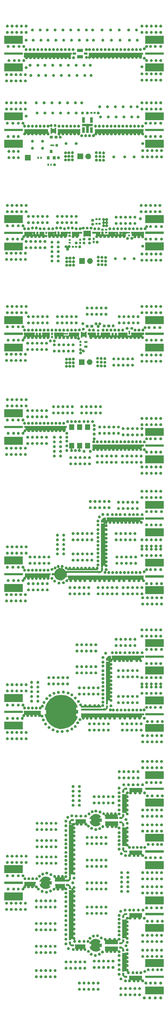
<source format=gts>
G04 #@! TF.GenerationSoftware,KiCad,Pcbnew,(5.0.1)-4*
G04 #@! TF.CreationDate,2019-06-26T10:02:50-07:00*
G04 #@! TF.ProjectId,Mixed_circuit,4D697865645F636972637569742E6B69,rev?*
G04 #@! TF.SameCoordinates,Original*
G04 #@! TF.FileFunction,Soldermask,Top*
G04 #@! TF.FilePolarity,Negative*
%FSLAX46Y46*%
G04 Gerber Fmt 4.6, Leading zero omitted, Abs format (unit mm)*
G04 Created by KiCad (PCBNEW (5.0.1)-4) date 6/26/2019 10:02:50 AM*
%MOMM*%
%LPD*%
G01*
G04 APERTURE LIST*
%ADD10C,0.200000*%
G04 APERTURE END LIST*
D10*
G36*
X67131552Y-333316331D02*
X67213625Y-333350327D01*
X67213626Y-333350328D01*
X67213629Y-333350329D01*
X67287496Y-333399686D01*
X67287500Y-333399689D01*
X67350311Y-333462500D01*
X67350313Y-333462503D01*
X67350314Y-333462504D01*
X67399671Y-333536371D01*
X67399672Y-333536374D01*
X67399673Y-333536375D01*
X67433669Y-333618448D01*
X67451000Y-333705579D01*
X67451000Y-333794421D01*
X67433669Y-333881552D01*
X67399673Y-333963625D01*
X67399671Y-333963629D01*
X67350314Y-334037496D01*
X67350311Y-334037500D01*
X67287500Y-334100311D01*
X67287497Y-334100313D01*
X67287496Y-334100314D01*
X67213629Y-334149671D01*
X67213626Y-334149672D01*
X67213625Y-334149673D01*
X67131552Y-334183669D01*
X67044421Y-334201000D01*
X66955579Y-334201000D01*
X66868448Y-334183669D01*
X66786375Y-334149673D01*
X66786374Y-334149672D01*
X66786371Y-334149671D01*
X66712504Y-334100314D01*
X66712503Y-334100313D01*
X66712500Y-334100311D01*
X66649689Y-334037500D01*
X66649686Y-334037496D01*
X66600329Y-333963629D01*
X66600327Y-333963625D01*
X66566331Y-333881552D01*
X66549000Y-333794421D01*
X66549000Y-333705579D01*
X66566331Y-333618448D01*
X66600327Y-333536375D01*
X66600328Y-333536374D01*
X66600329Y-333536371D01*
X66649686Y-333462504D01*
X66649687Y-333462503D01*
X66649689Y-333462500D01*
X66712500Y-333399689D01*
X66712504Y-333399686D01*
X66786371Y-333350329D01*
X66786374Y-333350328D01*
X66786375Y-333350327D01*
X66868448Y-333316331D01*
X66955579Y-333299000D01*
X67044421Y-333299000D01*
X67131552Y-333316331D01*
X67131552Y-333316331D01*
G37*
G36*
X63631552Y-333316331D02*
X63713625Y-333350327D01*
X63713626Y-333350328D01*
X63713629Y-333350329D01*
X63787496Y-333399686D01*
X63787500Y-333399689D01*
X63850311Y-333462500D01*
X63850313Y-333462503D01*
X63850314Y-333462504D01*
X63899671Y-333536371D01*
X63899672Y-333536374D01*
X63899673Y-333536375D01*
X63933669Y-333618448D01*
X63951000Y-333705579D01*
X63951000Y-333794421D01*
X63933669Y-333881552D01*
X63899673Y-333963625D01*
X63899671Y-333963629D01*
X63850314Y-334037496D01*
X63850311Y-334037500D01*
X63787500Y-334100311D01*
X63787497Y-334100313D01*
X63787496Y-334100314D01*
X63713629Y-334149671D01*
X63713626Y-334149672D01*
X63713625Y-334149673D01*
X63631552Y-334183669D01*
X63544421Y-334201000D01*
X63455579Y-334201000D01*
X63368448Y-334183669D01*
X63286375Y-334149673D01*
X63286374Y-334149672D01*
X63286371Y-334149671D01*
X63212504Y-334100314D01*
X63212503Y-334100313D01*
X63212500Y-334100311D01*
X63149689Y-334037500D01*
X63149686Y-334037496D01*
X63100329Y-333963629D01*
X63100327Y-333963625D01*
X63066331Y-333881552D01*
X63049000Y-333794421D01*
X63049000Y-333705579D01*
X63066331Y-333618448D01*
X63100327Y-333536375D01*
X63100328Y-333536374D01*
X63100329Y-333536371D01*
X63149686Y-333462504D01*
X63149687Y-333462503D01*
X63149689Y-333462500D01*
X63212500Y-333399689D01*
X63212504Y-333399686D01*
X63286371Y-333350329D01*
X63286374Y-333350328D01*
X63286375Y-333350327D01*
X63368448Y-333316331D01*
X63455579Y-333299000D01*
X63544421Y-333299000D01*
X63631552Y-333316331D01*
X63631552Y-333316331D01*
G37*
G36*
X61881552Y-333316331D02*
X61963625Y-333350327D01*
X61963626Y-333350328D01*
X61963629Y-333350329D01*
X62037496Y-333399686D01*
X62037500Y-333399689D01*
X62100311Y-333462500D01*
X62100313Y-333462503D01*
X62100314Y-333462504D01*
X62149671Y-333536371D01*
X62149672Y-333536374D01*
X62149673Y-333536375D01*
X62183669Y-333618448D01*
X62201000Y-333705579D01*
X62201000Y-333794421D01*
X62183669Y-333881552D01*
X62149673Y-333963625D01*
X62149671Y-333963629D01*
X62100314Y-334037496D01*
X62100311Y-334037500D01*
X62037500Y-334100311D01*
X62037497Y-334100313D01*
X62037496Y-334100314D01*
X61963629Y-334149671D01*
X61963626Y-334149672D01*
X61963625Y-334149673D01*
X61881552Y-334183669D01*
X61794421Y-334201000D01*
X61705579Y-334201000D01*
X61618448Y-334183669D01*
X61536375Y-334149673D01*
X61536374Y-334149672D01*
X61536371Y-334149671D01*
X61462504Y-334100314D01*
X61462503Y-334100313D01*
X61462500Y-334100311D01*
X61399689Y-334037500D01*
X61399686Y-334037496D01*
X61350329Y-333963629D01*
X61350327Y-333963625D01*
X61316331Y-333881552D01*
X61299000Y-333794421D01*
X61299000Y-333705579D01*
X61316331Y-333618448D01*
X61350327Y-333536375D01*
X61350328Y-333536374D01*
X61350329Y-333536371D01*
X61399686Y-333462504D01*
X61399687Y-333462503D01*
X61399689Y-333462500D01*
X61462500Y-333399689D01*
X61462504Y-333399686D01*
X61536371Y-333350329D01*
X61536374Y-333350328D01*
X61536375Y-333350327D01*
X61618448Y-333316331D01*
X61705579Y-333299000D01*
X61794421Y-333299000D01*
X61881552Y-333316331D01*
X61881552Y-333316331D01*
G37*
G36*
X65381552Y-333316331D02*
X65463625Y-333350327D01*
X65463626Y-333350328D01*
X65463629Y-333350329D01*
X65537496Y-333399686D01*
X65537500Y-333399689D01*
X65600311Y-333462500D01*
X65600313Y-333462503D01*
X65600314Y-333462504D01*
X65649671Y-333536371D01*
X65649672Y-333536374D01*
X65649673Y-333536375D01*
X65683669Y-333618448D01*
X65701000Y-333705579D01*
X65701000Y-333794421D01*
X65683669Y-333881552D01*
X65649673Y-333963625D01*
X65649671Y-333963629D01*
X65600314Y-334037496D01*
X65600311Y-334037500D01*
X65537500Y-334100311D01*
X65537497Y-334100313D01*
X65537496Y-334100314D01*
X65463629Y-334149671D01*
X65463626Y-334149672D01*
X65463625Y-334149673D01*
X65381552Y-334183669D01*
X65294421Y-334201000D01*
X65205579Y-334201000D01*
X65118448Y-334183669D01*
X65036375Y-334149673D01*
X65036374Y-334149672D01*
X65036371Y-334149671D01*
X64962504Y-334100314D01*
X64962503Y-334100313D01*
X64962500Y-334100311D01*
X64899689Y-334037500D01*
X64899686Y-334037496D01*
X64850329Y-333963629D01*
X64850327Y-333963625D01*
X64816331Y-333881552D01*
X64799000Y-333794421D01*
X64799000Y-333705579D01*
X64816331Y-333618448D01*
X64850327Y-333536375D01*
X64850328Y-333536374D01*
X64850329Y-333536371D01*
X64899686Y-333462504D01*
X64899687Y-333462503D01*
X64899689Y-333462500D01*
X64962500Y-333399689D01*
X64962504Y-333399686D01*
X65036371Y-333350329D01*
X65036374Y-333350328D01*
X65036375Y-333350327D01*
X65118448Y-333316331D01*
X65205579Y-333299000D01*
X65294421Y-333299000D01*
X65381552Y-333316331D01*
X65381552Y-333316331D01*
G37*
G36*
X55881552Y-332316331D02*
X55963625Y-332350327D01*
X55963626Y-332350328D01*
X55963629Y-332350329D01*
X56037496Y-332399686D01*
X56037500Y-332399689D01*
X56100311Y-332462500D01*
X56100313Y-332462503D01*
X56100314Y-332462504D01*
X56149671Y-332536371D01*
X56149672Y-332536374D01*
X56149673Y-332536375D01*
X56183669Y-332618448D01*
X56201000Y-332705579D01*
X56201000Y-332794421D01*
X56183669Y-332881552D01*
X56149673Y-332963625D01*
X56149671Y-332963629D01*
X56100314Y-333037496D01*
X56100311Y-333037500D01*
X56037500Y-333100311D01*
X56037497Y-333100313D01*
X56037496Y-333100314D01*
X55963629Y-333149671D01*
X55963626Y-333149672D01*
X55963625Y-333149673D01*
X55881552Y-333183669D01*
X55794421Y-333201000D01*
X55705579Y-333201000D01*
X55618448Y-333183669D01*
X55536375Y-333149673D01*
X55536374Y-333149672D01*
X55536371Y-333149671D01*
X55462504Y-333100314D01*
X55462503Y-333100313D01*
X55462500Y-333100311D01*
X55399689Y-333037500D01*
X55399686Y-333037496D01*
X55350329Y-332963629D01*
X55350327Y-332963625D01*
X55316331Y-332881552D01*
X55299000Y-332794421D01*
X55299000Y-332705579D01*
X55316331Y-332618448D01*
X55350327Y-332536375D01*
X55350328Y-332536374D01*
X55350329Y-332536371D01*
X55399686Y-332462504D01*
X55399687Y-332462503D01*
X55399689Y-332462500D01*
X55462500Y-332399689D01*
X55462504Y-332399686D01*
X55536371Y-332350329D01*
X55536374Y-332350328D01*
X55536375Y-332350327D01*
X55618448Y-332316331D01*
X55705579Y-332299000D01*
X55794421Y-332299000D01*
X55881552Y-332316331D01*
X55881552Y-332316331D01*
G37*
G36*
X54381552Y-332316331D02*
X54463625Y-332350327D01*
X54463626Y-332350328D01*
X54463629Y-332350329D01*
X54537496Y-332399686D01*
X54537500Y-332399689D01*
X54600311Y-332462500D01*
X54600313Y-332462503D01*
X54600314Y-332462504D01*
X54649671Y-332536371D01*
X54649672Y-332536374D01*
X54649673Y-332536375D01*
X54683669Y-332618448D01*
X54701000Y-332705579D01*
X54701000Y-332794421D01*
X54683669Y-332881552D01*
X54649673Y-332963625D01*
X54649671Y-332963629D01*
X54600314Y-333037496D01*
X54600311Y-333037500D01*
X54537500Y-333100311D01*
X54537497Y-333100313D01*
X54537496Y-333100314D01*
X54463629Y-333149671D01*
X54463626Y-333149672D01*
X54463625Y-333149673D01*
X54381552Y-333183669D01*
X54294421Y-333201000D01*
X54205579Y-333201000D01*
X54118448Y-333183669D01*
X54036375Y-333149673D01*
X54036374Y-333149672D01*
X54036371Y-333149671D01*
X53962504Y-333100314D01*
X53962503Y-333100313D01*
X53962500Y-333100311D01*
X53899689Y-333037500D01*
X53899686Y-333037496D01*
X53850329Y-332963629D01*
X53850327Y-332963625D01*
X53816331Y-332881552D01*
X53799000Y-332794421D01*
X53799000Y-332705579D01*
X53816331Y-332618448D01*
X53850327Y-332536375D01*
X53850328Y-332536374D01*
X53850329Y-332536371D01*
X53899686Y-332462504D01*
X53899687Y-332462503D01*
X53899689Y-332462500D01*
X53962500Y-332399689D01*
X53962504Y-332399686D01*
X54036371Y-332350329D01*
X54036374Y-332350328D01*
X54036375Y-332350327D01*
X54118448Y-332316331D01*
X54205579Y-332299000D01*
X54294421Y-332299000D01*
X54381552Y-332316331D01*
X54381552Y-332316331D01*
G37*
G36*
X60381552Y-332316331D02*
X60463625Y-332350327D01*
X60463626Y-332350328D01*
X60463629Y-332350329D01*
X60537496Y-332399686D01*
X60537500Y-332399689D01*
X60600311Y-332462500D01*
X60600313Y-332462503D01*
X60600314Y-332462504D01*
X60649671Y-332536371D01*
X60649672Y-332536374D01*
X60649673Y-332536375D01*
X60683669Y-332618448D01*
X60701000Y-332705579D01*
X60701000Y-332794421D01*
X60683669Y-332881552D01*
X60649673Y-332963625D01*
X60649671Y-332963629D01*
X60600314Y-333037496D01*
X60600311Y-333037500D01*
X60537500Y-333100311D01*
X60537497Y-333100313D01*
X60537496Y-333100314D01*
X60463629Y-333149671D01*
X60463626Y-333149672D01*
X60463625Y-333149673D01*
X60381552Y-333183669D01*
X60294421Y-333201000D01*
X60205579Y-333201000D01*
X60118448Y-333183669D01*
X60036375Y-333149673D01*
X60036374Y-333149672D01*
X60036371Y-333149671D01*
X59962504Y-333100314D01*
X59962503Y-333100313D01*
X59962500Y-333100311D01*
X59899689Y-333037500D01*
X59899686Y-333037496D01*
X59850329Y-332963629D01*
X59850327Y-332963625D01*
X59816331Y-332881552D01*
X59799000Y-332794421D01*
X59799000Y-332705579D01*
X59816331Y-332618448D01*
X59850327Y-332536375D01*
X59850328Y-332536374D01*
X59850329Y-332536371D01*
X59899686Y-332462504D01*
X59899687Y-332462503D01*
X59899689Y-332462500D01*
X59962500Y-332399689D01*
X59962504Y-332399686D01*
X60036371Y-332350329D01*
X60036374Y-332350328D01*
X60036375Y-332350327D01*
X60118448Y-332316331D01*
X60205579Y-332299000D01*
X60294421Y-332299000D01*
X60381552Y-332316331D01*
X60381552Y-332316331D01*
G37*
G36*
X58881552Y-332316331D02*
X58963625Y-332350327D01*
X58963626Y-332350328D01*
X58963629Y-332350329D01*
X59037496Y-332399686D01*
X59037500Y-332399689D01*
X59100311Y-332462500D01*
X59100313Y-332462503D01*
X59100314Y-332462504D01*
X59149671Y-332536371D01*
X59149672Y-332536374D01*
X59149673Y-332536375D01*
X59183669Y-332618448D01*
X59201000Y-332705579D01*
X59201000Y-332794421D01*
X59183669Y-332881552D01*
X59149673Y-332963625D01*
X59149671Y-332963629D01*
X59100314Y-333037496D01*
X59100311Y-333037500D01*
X59037500Y-333100311D01*
X59037497Y-333100313D01*
X59037496Y-333100314D01*
X58963629Y-333149671D01*
X58963626Y-333149672D01*
X58963625Y-333149673D01*
X58881552Y-333183669D01*
X58794421Y-333201000D01*
X58705579Y-333201000D01*
X58618448Y-333183669D01*
X58536375Y-333149673D01*
X58536374Y-333149672D01*
X58536371Y-333149671D01*
X58462504Y-333100314D01*
X58462503Y-333100313D01*
X58462500Y-333100311D01*
X58399689Y-333037500D01*
X58399686Y-333037496D01*
X58350329Y-332963629D01*
X58350327Y-332963625D01*
X58316331Y-332881552D01*
X58299000Y-332794421D01*
X58299000Y-332705579D01*
X58316331Y-332618448D01*
X58350327Y-332536375D01*
X58350328Y-332536374D01*
X58350329Y-332536371D01*
X58399686Y-332462504D01*
X58399687Y-332462503D01*
X58399689Y-332462500D01*
X58462500Y-332399689D01*
X58462504Y-332399686D01*
X58536371Y-332350329D01*
X58536374Y-332350328D01*
X58536375Y-332350327D01*
X58618448Y-332316331D01*
X58705579Y-332299000D01*
X58794421Y-332299000D01*
X58881552Y-332316331D01*
X58881552Y-332316331D01*
G37*
G36*
X57381552Y-332316331D02*
X57463625Y-332350327D01*
X57463626Y-332350328D01*
X57463629Y-332350329D01*
X57537496Y-332399686D01*
X57537500Y-332399689D01*
X57600311Y-332462500D01*
X57600313Y-332462503D01*
X57600314Y-332462504D01*
X57649671Y-332536371D01*
X57649672Y-332536374D01*
X57649673Y-332536375D01*
X57683669Y-332618448D01*
X57701000Y-332705579D01*
X57701000Y-332794421D01*
X57683669Y-332881552D01*
X57649673Y-332963625D01*
X57649671Y-332963629D01*
X57600314Y-333037496D01*
X57600311Y-333037500D01*
X57537500Y-333100311D01*
X57537497Y-333100313D01*
X57537496Y-333100314D01*
X57463629Y-333149671D01*
X57463626Y-333149672D01*
X57463625Y-333149673D01*
X57381552Y-333183669D01*
X57294421Y-333201000D01*
X57205579Y-333201000D01*
X57118448Y-333183669D01*
X57036375Y-333149673D01*
X57036374Y-333149672D01*
X57036371Y-333149671D01*
X56962504Y-333100314D01*
X56962503Y-333100313D01*
X56962500Y-333100311D01*
X56899689Y-333037500D01*
X56899686Y-333037496D01*
X56850329Y-332963629D01*
X56850327Y-332963625D01*
X56816331Y-332881552D01*
X56799000Y-332794421D01*
X56799000Y-332705579D01*
X56816331Y-332618448D01*
X56850327Y-332536375D01*
X56850328Y-332536374D01*
X56850329Y-332536371D01*
X56899686Y-332462504D01*
X56899687Y-332462503D01*
X56899689Y-332462500D01*
X56962500Y-332399689D01*
X56962504Y-332399686D01*
X57036371Y-332350329D01*
X57036374Y-332350328D01*
X57036375Y-332350327D01*
X57118448Y-332316331D01*
X57205579Y-332299000D01*
X57294421Y-332299000D01*
X57381552Y-332316331D01*
X57381552Y-332316331D01*
G37*
G36*
X67971000Y-332641000D02*
X62029000Y-332641000D01*
X62029000Y-330124000D01*
X67971000Y-330124000D01*
X67971000Y-332641000D01*
X67971000Y-332641000D01*
G37*
G36*
X41131552Y-330566331D02*
X41213625Y-330600327D01*
X41213626Y-330600328D01*
X41213629Y-330600329D01*
X41287496Y-330649686D01*
X41287500Y-330649689D01*
X41350311Y-330712500D01*
X41350313Y-330712503D01*
X41350314Y-330712504D01*
X41399671Y-330786371D01*
X41399672Y-330786374D01*
X41399673Y-330786375D01*
X41433669Y-330868448D01*
X41451000Y-330955579D01*
X41451000Y-331044421D01*
X41433669Y-331131552D01*
X41412081Y-331183669D01*
X41399671Y-331213629D01*
X41350314Y-331287496D01*
X41350311Y-331287500D01*
X41287500Y-331350311D01*
X41287497Y-331350313D01*
X41287496Y-331350314D01*
X41213629Y-331399671D01*
X41213626Y-331399672D01*
X41213625Y-331399673D01*
X41131552Y-331433669D01*
X41044421Y-331451000D01*
X40955579Y-331451000D01*
X40868448Y-331433669D01*
X40786375Y-331399673D01*
X40786374Y-331399672D01*
X40786371Y-331399671D01*
X40712504Y-331350314D01*
X40712503Y-331350313D01*
X40712500Y-331350311D01*
X40649689Y-331287500D01*
X40649686Y-331287496D01*
X40600329Y-331213629D01*
X40587919Y-331183669D01*
X40566331Y-331131552D01*
X40549000Y-331044421D01*
X40549000Y-330955579D01*
X40566331Y-330868448D01*
X40600327Y-330786375D01*
X40600328Y-330786374D01*
X40600329Y-330786371D01*
X40649686Y-330712504D01*
X40649687Y-330712503D01*
X40649689Y-330712500D01*
X40712500Y-330649689D01*
X40712504Y-330649686D01*
X40786371Y-330600329D01*
X40786374Y-330600328D01*
X40786375Y-330600327D01*
X40868448Y-330566331D01*
X40955579Y-330549000D01*
X41044421Y-330549000D01*
X41131552Y-330566331D01*
X41131552Y-330566331D01*
G37*
G36*
X42631552Y-330566331D02*
X42713625Y-330600327D01*
X42713626Y-330600328D01*
X42713629Y-330600329D01*
X42787496Y-330649686D01*
X42787500Y-330649689D01*
X42850311Y-330712500D01*
X42850313Y-330712503D01*
X42850314Y-330712504D01*
X42899671Y-330786371D01*
X42899672Y-330786374D01*
X42899673Y-330786375D01*
X42933669Y-330868448D01*
X42951000Y-330955579D01*
X42951000Y-331044421D01*
X42933669Y-331131552D01*
X42912081Y-331183669D01*
X42899671Y-331213629D01*
X42850314Y-331287496D01*
X42850311Y-331287500D01*
X42787500Y-331350311D01*
X42787497Y-331350313D01*
X42787496Y-331350314D01*
X42713629Y-331399671D01*
X42713626Y-331399672D01*
X42713625Y-331399673D01*
X42631552Y-331433669D01*
X42544421Y-331451000D01*
X42455579Y-331451000D01*
X42368448Y-331433669D01*
X42286375Y-331399673D01*
X42286374Y-331399672D01*
X42286371Y-331399671D01*
X42212504Y-331350314D01*
X42212503Y-331350313D01*
X42212500Y-331350311D01*
X42149689Y-331287500D01*
X42149686Y-331287496D01*
X42100329Y-331213629D01*
X42087919Y-331183669D01*
X42066331Y-331131552D01*
X42049000Y-331044421D01*
X42049000Y-330955579D01*
X42066331Y-330868448D01*
X42100327Y-330786375D01*
X42100328Y-330786374D01*
X42100329Y-330786371D01*
X42149686Y-330712504D01*
X42149687Y-330712503D01*
X42149689Y-330712500D01*
X42212500Y-330649689D01*
X42212504Y-330649686D01*
X42286371Y-330600329D01*
X42286374Y-330600328D01*
X42286375Y-330600327D01*
X42368448Y-330566331D01*
X42455579Y-330549000D01*
X42544421Y-330549000D01*
X42631552Y-330566331D01*
X42631552Y-330566331D01*
G37*
G36*
X44131552Y-330566331D02*
X44213625Y-330600327D01*
X44213626Y-330600328D01*
X44213629Y-330600329D01*
X44287496Y-330649686D01*
X44287500Y-330649689D01*
X44350311Y-330712500D01*
X44350313Y-330712503D01*
X44350314Y-330712504D01*
X44399671Y-330786371D01*
X44399672Y-330786374D01*
X44399673Y-330786375D01*
X44433669Y-330868448D01*
X44451000Y-330955579D01*
X44451000Y-331044421D01*
X44433669Y-331131552D01*
X44412081Y-331183669D01*
X44399671Y-331213629D01*
X44350314Y-331287496D01*
X44350311Y-331287500D01*
X44287500Y-331350311D01*
X44287497Y-331350313D01*
X44287496Y-331350314D01*
X44213629Y-331399671D01*
X44213626Y-331399672D01*
X44213625Y-331399673D01*
X44131552Y-331433669D01*
X44044421Y-331451000D01*
X43955579Y-331451000D01*
X43868448Y-331433669D01*
X43786375Y-331399673D01*
X43786374Y-331399672D01*
X43786371Y-331399671D01*
X43712504Y-331350314D01*
X43712503Y-331350313D01*
X43712500Y-331350311D01*
X43649689Y-331287500D01*
X43649686Y-331287496D01*
X43600329Y-331213629D01*
X43587919Y-331183669D01*
X43566331Y-331131552D01*
X43549000Y-331044421D01*
X43549000Y-330955579D01*
X43566331Y-330868448D01*
X43600327Y-330786375D01*
X43600328Y-330786374D01*
X43600329Y-330786371D01*
X43649686Y-330712504D01*
X43649687Y-330712503D01*
X43649689Y-330712500D01*
X43712500Y-330649689D01*
X43712504Y-330649686D01*
X43786371Y-330600329D01*
X43786374Y-330600328D01*
X43786375Y-330600327D01*
X43868448Y-330566331D01*
X43955579Y-330549000D01*
X44044421Y-330549000D01*
X44131552Y-330566331D01*
X44131552Y-330566331D01*
G37*
G36*
X45631552Y-330566331D02*
X45713625Y-330600327D01*
X45713626Y-330600328D01*
X45713629Y-330600329D01*
X45787496Y-330649686D01*
X45787500Y-330649689D01*
X45850311Y-330712500D01*
X45850313Y-330712503D01*
X45850314Y-330712504D01*
X45899671Y-330786371D01*
X45899672Y-330786374D01*
X45899673Y-330786375D01*
X45933669Y-330868448D01*
X45951000Y-330955579D01*
X45951000Y-331044421D01*
X45933669Y-331131552D01*
X45912081Y-331183669D01*
X45899671Y-331213629D01*
X45850314Y-331287496D01*
X45850311Y-331287500D01*
X45787500Y-331350311D01*
X45787497Y-331350313D01*
X45787496Y-331350314D01*
X45713629Y-331399671D01*
X45713626Y-331399672D01*
X45713625Y-331399673D01*
X45631552Y-331433669D01*
X45544421Y-331451000D01*
X45455579Y-331451000D01*
X45368448Y-331433669D01*
X45286375Y-331399673D01*
X45286374Y-331399672D01*
X45286371Y-331399671D01*
X45212504Y-331350314D01*
X45212503Y-331350313D01*
X45212500Y-331350311D01*
X45149689Y-331287500D01*
X45149686Y-331287496D01*
X45100329Y-331213629D01*
X45087919Y-331183669D01*
X45066331Y-331131552D01*
X45049000Y-331044421D01*
X45049000Y-330955579D01*
X45066331Y-330868448D01*
X45100327Y-330786375D01*
X45100328Y-330786374D01*
X45100329Y-330786371D01*
X45149686Y-330712504D01*
X45149687Y-330712503D01*
X45149689Y-330712500D01*
X45212500Y-330649689D01*
X45212504Y-330649686D01*
X45286371Y-330600329D01*
X45286374Y-330600328D01*
X45286375Y-330600327D01*
X45368448Y-330566331D01*
X45455579Y-330549000D01*
X45544421Y-330549000D01*
X45631552Y-330566331D01*
X45631552Y-330566331D01*
G37*
G36*
X47131552Y-330566331D02*
X47213625Y-330600327D01*
X47213626Y-330600328D01*
X47213629Y-330600329D01*
X47287496Y-330649686D01*
X47287500Y-330649689D01*
X47350311Y-330712500D01*
X47350313Y-330712503D01*
X47350314Y-330712504D01*
X47399671Y-330786371D01*
X47399672Y-330786374D01*
X47399673Y-330786375D01*
X47433669Y-330868448D01*
X47451000Y-330955579D01*
X47451000Y-331044421D01*
X47433669Y-331131552D01*
X47412081Y-331183669D01*
X47399671Y-331213629D01*
X47350314Y-331287496D01*
X47350311Y-331287500D01*
X47287500Y-331350311D01*
X47287497Y-331350313D01*
X47287496Y-331350314D01*
X47213629Y-331399671D01*
X47213626Y-331399672D01*
X47213625Y-331399673D01*
X47131552Y-331433669D01*
X47044421Y-331451000D01*
X46955579Y-331451000D01*
X46868448Y-331433669D01*
X46786375Y-331399673D01*
X46786374Y-331399672D01*
X46786371Y-331399671D01*
X46712504Y-331350314D01*
X46712503Y-331350313D01*
X46712500Y-331350311D01*
X46649689Y-331287500D01*
X46649686Y-331287496D01*
X46600329Y-331213629D01*
X46587919Y-331183669D01*
X46566331Y-331131552D01*
X46549000Y-331044421D01*
X46549000Y-330955579D01*
X46566331Y-330868448D01*
X46600327Y-330786375D01*
X46600328Y-330786374D01*
X46600329Y-330786371D01*
X46649686Y-330712504D01*
X46649687Y-330712503D01*
X46649689Y-330712500D01*
X46712500Y-330649689D01*
X46712504Y-330649686D01*
X46786371Y-330600329D01*
X46786374Y-330600328D01*
X46786375Y-330600327D01*
X46868448Y-330566331D01*
X46955579Y-330549000D01*
X47044421Y-330549000D01*
X47131552Y-330566331D01*
X47131552Y-330566331D01*
G37*
G36*
X54381552Y-330316331D02*
X54463625Y-330350327D01*
X54463626Y-330350328D01*
X54463629Y-330350329D01*
X54537496Y-330399686D01*
X54537500Y-330399689D01*
X54600311Y-330462500D01*
X54600313Y-330462503D01*
X54600314Y-330462504D01*
X54649671Y-330536371D01*
X54649672Y-330536374D01*
X54649673Y-330536375D01*
X54683669Y-330618448D01*
X54701000Y-330705579D01*
X54701000Y-330794421D01*
X54683669Y-330881552D01*
X54653005Y-330955580D01*
X54649671Y-330963629D01*
X54600314Y-331037496D01*
X54600311Y-331037500D01*
X54537500Y-331100311D01*
X54537497Y-331100313D01*
X54537496Y-331100314D01*
X54463629Y-331149671D01*
X54463626Y-331149672D01*
X54463625Y-331149673D01*
X54381552Y-331183669D01*
X54294421Y-331201000D01*
X54205579Y-331201000D01*
X54118448Y-331183669D01*
X54036375Y-331149673D01*
X54036374Y-331149672D01*
X54036371Y-331149671D01*
X53962504Y-331100314D01*
X53962503Y-331100313D01*
X53962500Y-331100311D01*
X53899689Y-331037500D01*
X53899686Y-331037496D01*
X53850329Y-330963629D01*
X53846995Y-330955580D01*
X53816331Y-330881552D01*
X53799000Y-330794421D01*
X53799000Y-330705579D01*
X53816331Y-330618448D01*
X53850327Y-330536375D01*
X53850328Y-330536374D01*
X53850329Y-330536371D01*
X53899686Y-330462504D01*
X53899687Y-330462503D01*
X53899689Y-330462500D01*
X53962500Y-330399689D01*
X53962504Y-330399686D01*
X54036371Y-330350329D01*
X54036374Y-330350328D01*
X54036375Y-330350327D01*
X54118448Y-330316331D01*
X54205579Y-330299000D01*
X54294421Y-330299000D01*
X54381552Y-330316331D01*
X54381552Y-330316331D01*
G37*
G36*
X60381552Y-330316331D02*
X60463625Y-330350327D01*
X60463626Y-330350328D01*
X60463629Y-330350329D01*
X60537496Y-330399686D01*
X60537500Y-330399689D01*
X60600311Y-330462500D01*
X60600313Y-330462503D01*
X60600314Y-330462504D01*
X60649671Y-330536371D01*
X60649672Y-330536374D01*
X60649673Y-330536375D01*
X60683669Y-330618448D01*
X60701000Y-330705579D01*
X60701000Y-330794421D01*
X60683669Y-330881552D01*
X60653005Y-330955580D01*
X60649671Y-330963629D01*
X60600314Y-331037496D01*
X60600311Y-331037500D01*
X60537500Y-331100311D01*
X60537497Y-331100313D01*
X60537496Y-331100314D01*
X60463629Y-331149671D01*
X60463626Y-331149672D01*
X60463625Y-331149673D01*
X60381552Y-331183669D01*
X60294421Y-331201000D01*
X60205579Y-331201000D01*
X60118448Y-331183669D01*
X60036375Y-331149673D01*
X60036374Y-331149672D01*
X60036371Y-331149671D01*
X59962504Y-331100314D01*
X59962503Y-331100313D01*
X59962500Y-331100311D01*
X59899689Y-331037500D01*
X59899686Y-331037496D01*
X59850329Y-330963629D01*
X59846995Y-330955580D01*
X59816331Y-330881552D01*
X59799000Y-330794421D01*
X59799000Y-330705579D01*
X59816331Y-330618448D01*
X59850327Y-330536375D01*
X59850328Y-330536374D01*
X59850329Y-330536371D01*
X59899686Y-330462504D01*
X59899687Y-330462503D01*
X59899689Y-330462500D01*
X59962500Y-330399689D01*
X59962504Y-330399686D01*
X60036371Y-330350329D01*
X60036374Y-330350328D01*
X60036375Y-330350327D01*
X60118448Y-330316331D01*
X60205579Y-330299000D01*
X60294421Y-330299000D01*
X60381552Y-330316331D01*
X60381552Y-330316331D01*
G37*
G36*
X57381552Y-330316331D02*
X57463625Y-330350327D01*
X57463626Y-330350328D01*
X57463629Y-330350329D01*
X57537496Y-330399686D01*
X57537500Y-330399689D01*
X57600311Y-330462500D01*
X57600313Y-330462503D01*
X57600314Y-330462504D01*
X57649671Y-330536371D01*
X57649672Y-330536374D01*
X57649673Y-330536375D01*
X57683669Y-330618448D01*
X57701000Y-330705579D01*
X57701000Y-330794421D01*
X57683669Y-330881552D01*
X57653005Y-330955580D01*
X57649671Y-330963629D01*
X57600314Y-331037496D01*
X57600311Y-331037500D01*
X57537500Y-331100311D01*
X57537497Y-331100313D01*
X57537496Y-331100314D01*
X57463629Y-331149671D01*
X57463626Y-331149672D01*
X57463625Y-331149673D01*
X57381552Y-331183669D01*
X57294421Y-331201000D01*
X57205579Y-331201000D01*
X57118448Y-331183669D01*
X57036375Y-331149673D01*
X57036374Y-331149672D01*
X57036371Y-331149671D01*
X56962504Y-331100314D01*
X56962503Y-331100313D01*
X56962500Y-331100311D01*
X56899689Y-331037500D01*
X56899686Y-331037496D01*
X56850329Y-330963629D01*
X56846995Y-330955580D01*
X56816331Y-330881552D01*
X56799000Y-330794421D01*
X56799000Y-330705579D01*
X56816331Y-330618448D01*
X56850327Y-330536375D01*
X56850328Y-330536374D01*
X56850329Y-330536371D01*
X56899686Y-330462504D01*
X56899687Y-330462503D01*
X56899689Y-330462500D01*
X56962500Y-330399689D01*
X56962504Y-330399686D01*
X57036371Y-330350329D01*
X57036374Y-330350328D01*
X57036375Y-330350327D01*
X57118448Y-330316331D01*
X57205579Y-330299000D01*
X57294421Y-330299000D01*
X57381552Y-330316331D01*
X57381552Y-330316331D01*
G37*
G36*
X55881552Y-330316331D02*
X55963625Y-330350327D01*
X55963626Y-330350328D01*
X55963629Y-330350329D01*
X56037496Y-330399686D01*
X56037500Y-330399689D01*
X56100311Y-330462500D01*
X56100313Y-330462503D01*
X56100314Y-330462504D01*
X56149671Y-330536371D01*
X56149672Y-330536374D01*
X56149673Y-330536375D01*
X56183669Y-330618448D01*
X56201000Y-330705579D01*
X56201000Y-330794421D01*
X56183669Y-330881552D01*
X56153005Y-330955580D01*
X56149671Y-330963629D01*
X56100314Y-331037496D01*
X56100311Y-331037500D01*
X56037500Y-331100311D01*
X56037497Y-331100313D01*
X56037496Y-331100314D01*
X55963629Y-331149671D01*
X55963626Y-331149672D01*
X55963625Y-331149673D01*
X55881552Y-331183669D01*
X55794421Y-331201000D01*
X55705579Y-331201000D01*
X55618448Y-331183669D01*
X55536375Y-331149673D01*
X55536374Y-331149672D01*
X55536371Y-331149671D01*
X55462504Y-331100314D01*
X55462503Y-331100313D01*
X55462500Y-331100311D01*
X55399689Y-331037500D01*
X55399686Y-331037496D01*
X55350329Y-330963629D01*
X55346995Y-330955580D01*
X55316331Y-330881552D01*
X55299000Y-330794421D01*
X55299000Y-330705579D01*
X55316331Y-330618448D01*
X55350327Y-330536375D01*
X55350328Y-330536374D01*
X55350329Y-330536371D01*
X55399686Y-330462504D01*
X55399687Y-330462503D01*
X55399689Y-330462500D01*
X55462500Y-330399689D01*
X55462504Y-330399686D01*
X55536371Y-330350329D01*
X55536374Y-330350328D01*
X55536375Y-330350327D01*
X55618448Y-330316331D01*
X55705579Y-330299000D01*
X55794421Y-330299000D01*
X55881552Y-330316331D01*
X55881552Y-330316331D01*
G37*
G36*
X58881552Y-330316331D02*
X58963625Y-330350327D01*
X58963626Y-330350328D01*
X58963629Y-330350329D01*
X59037496Y-330399686D01*
X59037500Y-330399689D01*
X59100311Y-330462500D01*
X59100313Y-330462503D01*
X59100314Y-330462504D01*
X59149671Y-330536371D01*
X59149672Y-330536374D01*
X59149673Y-330536375D01*
X59183669Y-330618448D01*
X59201000Y-330705579D01*
X59201000Y-330794421D01*
X59183669Y-330881552D01*
X59153005Y-330955580D01*
X59149671Y-330963629D01*
X59100314Y-331037496D01*
X59100311Y-331037500D01*
X59037500Y-331100311D01*
X59037497Y-331100313D01*
X59037496Y-331100314D01*
X58963629Y-331149671D01*
X58963626Y-331149672D01*
X58963625Y-331149673D01*
X58881552Y-331183669D01*
X58794421Y-331201000D01*
X58705579Y-331201000D01*
X58618448Y-331183669D01*
X58536375Y-331149673D01*
X58536374Y-331149672D01*
X58536371Y-331149671D01*
X58462504Y-331100314D01*
X58462503Y-331100313D01*
X58462500Y-331100311D01*
X58399689Y-331037500D01*
X58399686Y-331037496D01*
X58350329Y-330963629D01*
X58346995Y-330955580D01*
X58316331Y-330881552D01*
X58299000Y-330794421D01*
X58299000Y-330705579D01*
X58316331Y-330618448D01*
X58350327Y-330536375D01*
X58350328Y-330536374D01*
X58350329Y-330536371D01*
X58399686Y-330462504D01*
X58399687Y-330462503D01*
X58399689Y-330462500D01*
X58462500Y-330399689D01*
X58462504Y-330399686D01*
X58536371Y-330350329D01*
X58536374Y-330350328D01*
X58536375Y-330350327D01*
X58618448Y-330316331D01*
X58705579Y-330299000D01*
X58794421Y-330299000D01*
X58881552Y-330316331D01*
X58881552Y-330316331D01*
G37*
G36*
X42631552Y-328566331D02*
X42713625Y-328600327D01*
X42713626Y-328600328D01*
X42713629Y-328600329D01*
X42787496Y-328649686D01*
X42787500Y-328649689D01*
X42850311Y-328712500D01*
X42850313Y-328712503D01*
X42850314Y-328712504D01*
X42899671Y-328786371D01*
X42899672Y-328786374D01*
X42899673Y-328786375D01*
X42933669Y-328868448D01*
X42951000Y-328955579D01*
X42951000Y-329044421D01*
X42933669Y-329131552D01*
X42899673Y-329213625D01*
X42899671Y-329213629D01*
X42850314Y-329287496D01*
X42850311Y-329287500D01*
X42787500Y-329350311D01*
X42787497Y-329350313D01*
X42787496Y-329350314D01*
X42713629Y-329399671D01*
X42713626Y-329399672D01*
X42713625Y-329399673D01*
X42631552Y-329433669D01*
X42544421Y-329451000D01*
X42455579Y-329451000D01*
X42368448Y-329433669D01*
X42286375Y-329399673D01*
X42286374Y-329399672D01*
X42286371Y-329399671D01*
X42212504Y-329350314D01*
X42212503Y-329350313D01*
X42212500Y-329350311D01*
X42149689Y-329287500D01*
X42149686Y-329287496D01*
X42100329Y-329213629D01*
X42100327Y-329213625D01*
X42066331Y-329131552D01*
X42049000Y-329044421D01*
X42049000Y-328955579D01*
X42066331Y-328868448D01*
X42100327Y-328786375D01*
X42100328Y-328786374D01*
X42100329Y-328786371D01*
X42149686Y-328712504D01*
X42149687Y-328712503D01*
X42149689Y-328712500D01*
X42212500Y-328649689D01*
X42212504Y-328649686D01*
X42286371Y-328600329D01*
X42286374Y-328600328D01*
X42286375Y-328600327D01*
X42368448Y-328566331D01*
X42455579Y-328549000D01*
X42544421Y-328549000D01*
X42631552Y-328566331D01*
X42631552Y-328566331D01*
G37*
G36*
X47131552Y-328566331D02*
X47213625Y-328600327D01*
X47213626Y-328600328D01*
X47213629Y-328600329D01*
X47287496Y-328649686D01*
X47287500Y-328649689D01*
X47350311Y-328712500D01*
X47350313Y-328712503D01*
X47350314Y-328712504D01*
X47399671Y-328786371D01*
X47399672Y-328786374D01*
X47399673Y-328786375D01*
X47433669Y-328868448D01*
X47451000Y-328955579D01*
X47451000Y-329044421D01*
X47433669Y-329131552D01*
X47399673Y-329213625D01*
X47399671Y-329213629D01*
X47350314Y-329287496D01*
X47350311Y-329287500D01*
X47287500Y-329350311D01*
X47287497Y-329350313D01*
X47287496Y-329350314D01*
X47213629Y-329399671D01*
X47213626Y-329399672D01*
X47213625Y-329399673D01*
X47131552Y-329433669D01*
X47044421Y-329451000D01*
X46955579Y-329451000D01*
X46868448Y-329433669D01*
X46786375Y-329399673D01*
X46786374Y-329399672D01*
X46786371Y-329399671D01*
X46712504Y-329350314D01*
X46712503Y-329350313D01*
X46712500Y-329350311D01*
X46649689Y-329287500D01*
X46649686Y-329287496D01*
X46600329Y-329213629D01*
X46600327Y-329213625D01*
X46566331Y-329131552D01*
X46549000Y-329044421D01*
X46549000Y-328955579D01*
X46566331Y-328868448D01*
X46600327Y-328786375D01*
X46600328Y-328786374D01*
X46600329Y-328786371D01*
X46649686Y-328712504D01*
X46649687Y-328712503D01*
X46649689Y-328712500D01*
X46712500Y-328649689D01*
X46712504Y-328649686D01*
X46786371Y-328600329D01*
X46786374Y-328600328D01*
X46786375Y-328600327D01*
X46868448Y-328566331D01*
X46955579Y-328549000D01*
X47044421Y-328549000D01*
X47131552Y-328566331D01*
X47131552Y-328566331D01*
G37*
G36*
X45631552Y-328566331D02*
X45713625Y-328600327D01*
X45713626Y-328600328D01*
X45713629Y-328600329D01*
X45787496Y-328649686D01*
X45787500Y-328649689D01*
X45850311Y-328712500D01*
X45850313Y-328712503D01*
X45850314Y-328712504D01*
X45899671Y-328786371D01*
X45899672Y-328786374D01*
X45899673Y-328786375D01*
X45933669Y-328868448D01*
X45951000Y-328955579D01*
X45951000Y-329044421D01*
X45933669Y-329131552D01*
X45899673Y-329213625D01*
X45899671Y-329213629D01*
X45850314Y-329287496D01*
X45850311Y-329287500D01*
X45787500Y-329350311D01*
X45787497Y-329350313D01*
X45787496Y-329350314D01*
X45713629Y-329399671D01*
X45713626Y-329399672D01*
X45713625Y-329399673D01*
X45631552Y-329433669D01*
X45544421Y-329451000D01*
X45455579Y-329451000D01*
X45368448Y-329433669D01*
X45286375Y-329399673D01*
X45286374Y-329399672D01*
X45286371Y-329399671D01*
X45212504Y-329350314D01*
X45212503Y-329350313D01*
X45212500Y-329350311D01*
X45149689Y-329287500D01*
X45149686Y-329287496D01*
X45100329Y-329213629D01*
X45100327Y-329213625D01*
X45066331Y-329131552D01*
X45049000Y-329044421D01*
X45049000Y-328955579D01*
X45066331Y-328868448D01*
X45100327Y-328786375D01*
X45100328Y-328786374D01*
X45100329Y-328786371D01*
X45149686Y-328712504D01*
X45149687Y-328712503D01*
X45149689Y-328712500D01*
X45212500Y-328649689D01*
X45212504Y-328649686D01*
X45286371Y-328600329D01*
X45286374Y-328600328D01*
X45286375Y-328600327D01*
X45368448Y-328566331D01*
X45455579Y-328549000D01*
X45544421Y-328549000D01*
X45631552Y-328566331D01*
X45631552Y-328566331D01*
G37*
G36*
X41131552Y-328566331D02*
X41213625Y-328600327D01*
X41213626Y-328600328D01*
X41213629Y-328600329D01*
X41287496Y-328649686D01*
X41287500Y-328649689D01*
X41350311Y-328712500D01*
X41350313Y-328712503D01*
X41350314Y-328712504D01*
X41399671Y-328786371D01*
X41399672Y-328786374D01*
X41399673Y-328786375D01*
X41433669Y-328868448D01*
X41451000Y-328955579D01*
X41451000Y-329044421D01*
X41433669Y-329131552D01*
X41399673Y-329213625D01*
X41399671Y-329213629D01*
X41350314Y-329287496D01*
X41350311Y-329287500D01*
X41287500Y-329350311D01*
X41287497Y-329350313D01*
X41287496Y-329350314D01*
X41213629Y-329399671D01*
X41213626Y-329399672D01*
X41213625Y-329399673D01*
X41131552Y-329433669D01*
X41044421Y-329451000D01*
X40955579Y-329451000D01*
X40868448Y-329433669D01*
X40786375Y-329399673D01*
X40786374Y-329399672D01*
X40786371Y-329399671D01*
X40712504Y-329350314D01*
X40712503Y-329350313D01*
X40712500Y-329350311D01*
X40649689Y-329287500D01*
X40649686Y-329287496D01*
X40600329Y-329213629D01*
X40600327Y-329213625D01*
X40566331Y-329131552D01*
X40549000Y-329044421D01*
X40549000Y-328955579D01*
X40566331Y-328868448D01*
X40600327Y-328786375D01*
X40600328Y-328786374D01*
X40600329Y-328786371D01*
X40649686Y-328712504D01*
X40649687Y-328712503D01*
X40649689Y-328712500D01*
X40712500Y-328649689D01*
X40712504Y-328649686D01*
X40786371Y-328600329D01*
X40786374Y-328600328D01*
X40786375Y-328600327D01*
X40868448Y-328566331D01*
X40955579Y-328549000D01*
X41044421Y-328549000D01*
X41131552Y-328566331D01*
X41131552Y-328566331D01*
G37*
G36*
X44131552Y-328566331D02*
X44213625Y-328600327D01*
X44213626Y-328600328D01*
X44213629Y-328600329D01*
X44287496Y-328649686D01*
X44287500Y-328649689D01*
X44350311Y-328712500D01*
X44350313Y-328712503D01*
X44350314Y-328712504D01*
X44399671Y-328786371D01*
X44399672Y-328786374D01*
X44399673Y-328786375D01*
X44433669Y-328868448D01*
X44451000Y-328955579D01*
X44451000Y-329044421D01*
X44433669Y-329131552D01*
X44399673Y-329213625D01*
X44399671Y-329213629D01*
X44350314Y-329287496D01*
X44350311Y-329287500D01*
X44287500Y-329350311D01*
X44287497Y-329350313D01*
X44287496Y-329350314D01*
X44213629Y-329399671D01*
X44213626Y-329399672D01*
X44213625Y-329399673D01*
X44131552Y-329433669D01*
X44044421Y-329451000D01*
X43955579Y-329451000D01*
X43868448Y-329433669D01*
X43786375Y-329399673D01*
X43786374Y-329399672D01*
X43786371Y-329399671D01*
X43712504Y-329350314D01*
X43712503Y-329350313D01*
X43712500Y-329350311D01*
X43649689Y-329287500D01*
X43649686Y-329287496D01*
X43600329Y-329213629D01*
X43600327Y-329213625D01*
X43566331Y-329131552D01*
X43549000Y-329044421D01*
X43549000Y-328955579D01*
X43566331Y-328868448D01*
X43600327Y-328786375D01*
X43600328Y-328786374D01*
X43600329Y-328786371D01*
X43649686Y-328712504D01*
X43649687Y-328712503D01*
X43649689Y-328712500D01*
X43712500Y-328649689D01*
X43712504Y-328649686D01*
X43786371Y-328600329D01*
X43786374Y-328600328D01*
X43786375Y-328600327D01*
X43868448Y-328566331D01*
X43955579Y-328549000D01*
X44044421Y-328549000D01*
X44131552Y-328566331D01*
X44131552Y-328566331D01*
G37*
G36*
X62381552Y-328566331D02*
X62463625Y-328600327D01*
X62463626Y-328600328D01*
X62463629Y-328600329D01*
X62537496Y-328649686D01*
X62537500Y-328649689D01*
X62600311Y-328712500D01*
X62600313Y-328712503D01*
X62600314Y-328712504D01*
X62649671Y-328786371D01*
X62649672Y-328786374D01*
X62649673Y-328786375D01*
X62683669Y-328868448D01*
X62701000Y-328955579D01*
X62701000Y-329044421D01*
X62683669Y-329131552D01*
X62649673Y-329213625D01*
X62649671Y-329213629D01*
X62600314Y-329287496D01*
X62600311Y-329287500D01*
X62537500Y-329350311D01*
X62537497Y-329350313D01*
X62537496Y-329350314D01*
X62463629Y-329399671D01*
X62463626Y-329399672D01*
X62463625Y-329399673D01*
X62381552Y-329433669D01*
X62294421Y-329451000D01*
X62205579Y-329451000D01*
X62118448Y-329433669D01*
X62036375Y-329399673D01*
X62036374Y-329399672D01*
X62036371Y-329399671D01*
X61962504Y-329350314D01*
X61962503Y-329350313D01*
X61962500Y-329350311D01*
X61899689Y-329287500D01*
X61899686Y-329287496D01*
X61850329Y-329213629D01*
X61850327Y-329213625D01*
X61816331Y-329131552D01*
X61799000Y-329044421D01*
X61799000Y-328955579D01*
X61816331Y-328868448D01*
X61850327Y-328786375D01*
X61850328Y-328786374D01*
X61850329Y-328786371D01*
X61899686Y-328712504D01*
X61899687Y-328712503D01*
X61899689Y-328712500D01*
X61962500Y-328649689D01*
X61962504Y-328649686D01*
X62036371Y-328600329D01*
X62036374Y-328600328D01*
X62036375Y-328600327D01*
X62118448Y-328566331D01*
X62205579Y-328549000D01*
X62294421Y-328549000D01*
X62381552Y-328566331D01*
X62381552Y-328566331D01*
G37*
G36*
X63881552Y-328566331D02*
X63963625Y-328600327D01*
X63963626Y-328600328D01*
X63963629Y-328600329D01*
X64037496Y-328649686D01*
X64037500Y-328649689D01*
X64100311Y-328712500D01*
X64100313Y-328712503D01*
X64100314Y-328712504D01*
X64149671Y-328786371D01*
X64149672Y-328786374D01*
X64149673Y-328786375D01*
X64183669Y-328868448D01*
X64201000Y-328955579D01*
X64201000Y-329044421D01*
X64183669Y-329131552D01*
X64149673Y-329213625D01*
X64149671Y-329213629D01*
X64100314Y-329287496D01*
X64100311Y-329287500D01*
X64037500Y-329350311D01*
X64037497Y-329350313D01*
X64037496Y-329350314D01*
X63963629Y-329399671D01*
X63963626Y-329399672D01*
X63963625Y-329399673D01*
X63881552Y-329433669D01*
X63794421Y-329451000D01*
X63705579Y-329451000D01*
X63618448Y-329433669D01*
X63536375Y-329399673D01*
X63536374Y-329399672D01*
X63536371Y-329399671D01*
X63462504Y-329350314D01*
X63462503Y-329350313D01*
X63462500Y-329350311D01*
X63399689Y-329287500D01*
X63399686Y-329287496D01*
X63350329Y-329213629D01*
X63350327Y-329213625D01*
X63316331Y-329131552D01*
X63299000Y-329044421D01*
X63299000Y-328955579D01*
X63316331Y-328868448D01*
X63350327Y-328786375D01*
X63350328Y-328786374D01*
X63350329Y-328786371D01*
X63399686Y-328712504D01*
X63399687Y-328712503D01*
X63399689Y-328712500D01*
X63462500Y-328649689D01*
X63462504Y-328649686D01*
X63536371Y-328600329D01*
X63536374Y-328600328D01*
X63536375Y-328600327D01*
X63618448Y-328566331D01*
X63705579Y-328549000D01*
X63794421Y-328549000D01*
X63881552Y-328566331D01*
X63881552Y-328566331D01*
G37*
G36*
X65381552Y-328566331D02*
X65463625Y-328600327D01*
X65463626Y-328600328D01*
X65463629Y-328600329D01*
X65537496Y-328649686D01*
X65537500Y-328649689D01*
X65600311Y-328712500D01*
X65600313Y-328712503D01*
X65600314Y-328712504D01*
X65649671Y-328786371D01*
X65649672Y-328786374D01*
X65649673Y-328786375D01*
X65683669Y-328868448D01*
X65701000Y-328955579D01*
X65701000Y-329044421D01*
X65683669Y-329131552D01*
X65649673Y-329213625D01*
X65649671Y-329213629D01*
X65600314Y-329287496D01*
X65600311Y-329287500D01*
X65537500Y-329350311D01*
X65537497Y-329350313D01*
X65537496Y-329350314D01*
X65463629Y-329399671D01*
X65463626Y-329399672D01*
X65463625Y-329399673D01*
X65381552Y-329433669D01*
X65294421Y-329451000D01*
X65205579Y-329451000D01*
X65118448Y-329433669D01*
X65036375Y-329399673D01*
X65036374Y-329399672D01*
X65036371Y-329399671D01*
X64962504Y-329350314D01*
X64962503Y-329350313D01*
X64962500Y-329350311D01*
X64899689Y-329287500D01*
X64899686Y-329287496D01*
X64850329Y-329213629D01*
X64850327Y-329213625D01*
X64816331Y-329131552D01*
X64799000Y-329044421D01*
X64799000Y-328955579D01*
X64816331Y-328868448D01*
X64850327Y-328786375D01*
X64850328Y-328786374D01*
X64850329Y-328786371D01*
X64899686Y-328712504D01*
X64899687Y-328712503D01*
X64899689Y-328712500D01*
X64962500Y-328649689D01*
X64962504Y-328649686D01*
X65036371Y-328600329D01*
X65036374Y-328600328D01*
X65036375Y-328600327D01*
X65118448Y-328566331D01*
X65205579Y-328549000D01*
X65294421Y-328549000D01*
X65381552Y-328566331D01*
X65381552Y-328566331D01*
G37*
G36*
X67131552Y-328566331D02*
X67213625Y-328600327D01*
X67213626Y-328600328D01*
X67213629Y-328600329D01*
X67287496Y-328649686D01*
X67287500Y-328649689D01*
X67350311Y-328712500D01*
X67350313Y-328712503D01*
X67350314Y-328712504D01*
X67399671Y-328786371D01*
X67399672Y-328786374D01*
X67399673Y-328786375D01*
X67433669Y-328868448D01*
X67451000Y-328955579D01*
X67451000Y-329044421D01*
X67433669Y-329131552D01*
X67399673Y-329213625D01*
X67399671Y-329213629D01*
X67350314Y-329287496D01*
X67350311Y-329287500D01*
X67287500Y-329350311D01*
X67287497Y-329350313D01*
X67287496Y-329350314D01*
X67213629Y-329399671D01*
X67213626Y-329399672D01*
X67213625Y-329399673D01*
X67131552Y-329433669D01*
X67044421Y-329451000D01*
X66955579Y-329451000D01*
X66868448Y-329433669D01*
X66786375Y-329399673D01*
X66786374Y-329399672D01*
X66786371Y-329399671D01*
X66712504Y-329350314D01*
X66712503Y-329350313D01*
X66712500Y-329350311D01*
X66649689Y-329287500D01*
X66649686Y-329287496D01*
X66600329Y-329213629D01*
X66600327Y-329213625D01*
X66566331Y-329131552D01*
X66549000Y-329044421D01*
X66549000Y-328955579D01*
X66566331Y-328868448D01*
X66600327Y-328786375D01*
X66600328Y-328786374D01*
X66600329Y-328786371D01*
X66649686Y-328712504D01*
X66649687Y-328712503D01*
X66649689Y-328712500D01*
X66712500Y-328649689D01*
X66712504Y-328649686D01*
X66786371Y-328600329D01*
X66786374Y-328600328D01*
X66786375Y-328600327D01*
X66868448Y-328566331D01*
X66955579Y-328549000D01*
X67044421Y-328549000D01*
X67131552Y-328566331D01*
X67131552Y-328566331D01*
G37*
G36*
X61016510Y-327300000D02*
X61013281Y-327300000D01*
X60999130Y-327311613D01*
X60983585Y-327330555D01*
X60972034Y-327352166D01*
X60964921Y-327375616D01*
X60962520Y-327400002D01*
X60964922Y-327424388D01*
X60972036Y-327447837D01*
X60983587Y-327469448D01*
X60999133Y-327488390D01*
X61013280Y-327500000D01*
X61016510Y-327500000D01*
X61016510Y-327734295D01*
X61018912Y-327758681D01*
X61026025Y-327782130D01*
X61037576Y-327803741D01*
X61053122Y-327822683D01*
X61072064Y-327838229D01*
X61093675Y-327849780D01*
X61117124Y-327856893D01*
X61141510Y-327859295D01*
X61165895Y-327856893D01*
X61205578Y-327849000D01*
X61294421Y-327849000D01*
X61381552Y-327866331D01*
X61463625Y-327900327D01*
X61463626Y-327900328D01*
X61463629Y-327900329D01*
X61537496Y-327949686D01*
X61537500Y-327949689D01*
X61600311Y-328012500D01*
X61600313Y-328012503D01*
X61600314Y-328012504D01*
X61649671Y-328086371D01*
X61649672Y-328086374D01*
X61649673Y-328086375D01*
X61683669Y-328168448D01*
X61701000Y-328255579D01*
X61701000Y-328344421D01*
X61683669Y-328431552D01*
X61649673Y-328513625D01*
X61649671Y-328513629D01*
X61600314Y-328587496D01*
X61600311Y-328587500D01*
X61537500Y-328650311D01*
X61537497Y-328650313D01*
X61537496Y-328650314D01*
X61463629Y-328699671D01*
X61463626Y-328699672D01*
X61463625Y-328699673D01*
X61381552Y-328733669D01*
X61294421Y-328751000D01*
X61205579Y-328751000D01*
X61118448Y-328733669D01*
X61036375Y-328699673D01*
X61036374Y-328699672D01*
X61036371Y-328699671D01*
X60962504Y-328650314D01*
X60962503Y-328650313D01*
X60962500Y-328650311D01*
X60899689Y-328587500D01*
X60899686Y-328587496D01*
X60850329Y-328513629D01*
X60850327Y-328513625D01*
X60816331Y-328431552D01*
X60799000Y-328344421D01*
X60799000Y-328255581D01*
X60800232Y-328249387D01*
X60802634Y-328225000D01*
X60800232Y-328200614D01*
X60793119Y-328177165D01*
X60781568Y-328155554D01*
X60766023Y-328136612D01*
X60747081Y-328121067D01*
X60725470Y-328109515D01*
X60702021Y-328102402D01*
X60677634Y-328100000D01*
X60322366Y-328100000D01*
X60297980Y-328102402D01*
X60274531Y-328109515D01*
X60252920Y-328121066D01*
X60233978Y-328136612D01*
X60218432Y-328155554D01*
X60206881Y-328177165D01*
X60199768Y-328200614D01*
X60197366Y-328225000D01*
X60199768Y-328249387D01*
X60201000Y-328255581D01*
X60201000Y-328344421D01*
X60183669Y-328431552D01*
X60149673Y-328513625D01*
X60149671Y-328513629D01*
X60100314Y-328587496D01*
X60100311Y-328587500D01*
X60037500Y-328650311D01*
X60037497Y-328650313D01*
X60037496Y-328650314D01*
X59963629Y-328699671D01*
X59963626Y-328699672D01*
X59963625Y-328699673D01*
X59881552Y-328733669D01*
X59794421Y-328751000D01*
X59705579Y-328751000D01*
X59618448Y-328733669D01*
X59536375Y-328699673D01*
X59536374Y-328699672D01*
X59536371Y-328699671D01*
X59462504Y-328650314D01*
X59462503Y-328650313D01*
X59462500Y-328650311D01*
X59399689Y-328587500D01*
X59399686Y-328587496D01*
X59350329Y-328513629D01*
X59350327Y-328513625D01*
X59316331Y-328431552D01*
X59299000Y-328344421D01*
X59299000Y-328255581D01*
X59300232Y-328249387D01*
X59302634Y-328225000D01*
X59300232Y-328200614D01*
X59293119Y-328177165D01*
X59281568Y-328155554D01*
X59266023Y-328136612D01*
X59247081Y-328121067D01*
X59225470Y-328109515D01*
X59202021Y-328102402D01*
X59177634Y-328100000D01*
X59072366Y-328100000D01*
X59047980Y-328102402D01*
X59024531Y-328109515D01*
X59002920Y-328121066D01*
X58983978Y-328136612D01*
X58968432Y-328155554D01*
X58956881Y-328177165D01*
X58949768Y-328200614D01*
X58947366Y-328225000D01*
X58949768Y-328249387D01*
X58951000Y-328255581D01*
X58951000Y-328344421D01*
X58933669Y-328431552D01*
X58899673Y-328513625D01*
X58899671Y-328513629D01*
X58850314Y-328587496D01*
X58850311Y-328587500D01*
X58787500Y-328650311D01*
X58787497Y-328650313D01*
X58787496Y-328650314D01*
X58713629Y-328699671D01*
X58713626Y-328699672D01*
X58713625Y-328699673D01*
X58631552Y-328733669D01*
X58544421Y-328751000D01*
X58455579Y-328751000D01*
X58368448Y-328733669D01*
X58286375Y-328699673D01*
X58286374Y-328699672D01*
X58286371Y-328699671D01*
X58212504Y-328650314D01*
X58212503Y-328650313D01*
X58212500Y-328650311D01*
X58149689Y-328587500D01*
X58149686Y-328587496D01*
X58100329Y-328513629D01*
X58100327Y-328513625D01*
X58066331Y-328431552D01*
X58049000Y-328344421D01*
X58049000Y-328255581D01*
X58050232Y-328249387D01*
X58052634Y-328225000D01*
X58050232Y-328200614D01*
X58043119Y-328177165D01*
X58031568Y-328155554D01*
X58016023Y-328136612D01*
X57997081Y-328121067D01*
X57975470Y-328109515D01*
X57952021Y-328102402D01*
X57927634Y-328100000D01*
X57572366Y-328100000D01*
X57547980Y-328102402D01*
X57524531Y-328109515D01*
X57502920Y-328121066D01*
X57483978Y-328136612D01*
X57468432Y-328155554D01*
X57456881Y-328177165D01*
X57449768Y-328200614D01*
X57447366Y-328225000D01*
X57449768Y-328249387D01*
X57451000Y-328255581D01*
X57451000Y-328344421D01*
X57433669Y-328431552D01*
X57399673Y-328513625D01*
X57399671Y-328513629D01*
X57350314Y-328587496D01*
X57350311Y-328587500D01*
X57287500Y-328650311D01*
X57287497Y-328650313D01*
X57287496Y-328650314D01*
X57213629Y-328699671D01*
X57213626Y-328699672D01*
X57213625Y-328699673D01*
X57131552Y-328733669D01*
X57044421Y-328751000D01*
X56955579Y-328751000D01*
X56868448Y-328733669D01*
X56786375Y-328699673D01*
X56786374Y-328699672D01*
X56786371Y-328699671D01*
X56712504Y-328650314D01*
X56712503Y-328650313D01*
X56712500Y-328650311D01*
X56649689Y-328587500D01*
X56649686Y-328587496D01*
X56600329Y-328513629D01*
X56600327Y-328513625D01*
X56566331Y-328431552D01*
X56549000Y-328344421D01*
X56549000Y-328255579D01*
X56566331Y-328168448D01*
X56600327Y-328086375D01*
X56600328Y-328086374D01*
X56600329Y-328086371D01*
X56649686Y-328012504D01*
X56649687Y-328012503D01*
X56649689Y-328012500D01*
X56712500Y-327949689D01*
X56712504Y-327949686D01*
X56786371Y-327900329D01*
X56810106Y-327890498D01*
X56839346Y-327878386D01*
X56860957Y-327866835D01*
X56879899Y-327851289D01*
X56895444Y-327832347D01*
X56906995Y-327810736D01*
X56914108Y-327787287D01*
X56916510Y-327762901D01*
X56916510Y-327500000D01*
X56919739Y-327500000D01*
X56933890Y-327488387D01*
X56949435Y-327469445D01*
X56960986Y-327447834D01*
X56968099Y-327424384D01*
X56970500Y-327399998D01*
X56968098Y-327375612D01*
X56960984Y-327352163D01*
X56949433Y-327330552D01*
X56933887Y-327311610D01*
X56919740Y-327300000D01*
X56916510Y-327300000D01*
X56916510Y-326700000D01*
X61016510Y-326700000D01*
X61016510Y-327300000D01*
X61016510Y-327300000D01*
G37*
G36*
X55881552Y-327866331D02*
X55963625Y-327900327D01*
X55963626Y-327900328D01*
X55963629Y-327900329D01*
X56037496Y-327949686D01*
X56037500Y-327949689D01*
X56100311Y-328012500D01*
X56100313Y-328012503D01*
X56100314Y-328012504D01*
X56149671Y-328086371D01*
X56149672Y-328086374D01*
X56149673Y-328086375D01*
X56183669Y-328168448D01*
X56201000Y-328255579D01*
X56201000Y-328344421D01*
X56183669Y-328431552D01*
X56149673Y-328513625D01*
X56149671Y-328513629D01*
X56100314Y-328587496D01*
X56100311Y-328587500D01*
X56037500Y-328650311D01*
X56037497Y-328650313D01*
X56037496Y-328650314D01*
X55963629Y-328699671D01*
X55963626Y-328699672D01*
X55963625Y-328699673D01*
X55881552Y-328733669D01*
X55794421Y-328751000D01*
X55705579Y-328751000D01*
X55618448Y-328733669D01*
X55536375Y-328699673D01*
X55536374Y-328699672D01*
X55536371Y-328699671D01*
X55462504Y-328650314D01*
X55462503Y-328650313D01*
X55462500Y-328650311D01*
X55399689Y-328587500D01*
X55399686Y-328587496D01*
X55350329Y-328513629D01*
X55350327Y-328513625D01*
X55316331Y-328431552D01*
X55299000Y-328344421D01*
X55299000Y-328255579D01*
X55316331Y-328168448D01*
X55350327Y-328086375D01*
X55350328Y-328086374D01*
X55350329Y-328086371D01*
X55399686Y-328012504D01*
X55399687Y-328012503D01*
X55399689Y-328012500D01*
X55462500Y-327949689D01*
X55462504Y-327949686D01*
X55536371Y-327900329D01*
X55536374Y-327900328D01*
X55536375Y-327900327D01*
X55618448Y-327866331D01*
X55705579Y-327849000D01*
X55794421Y-327849000D01*
X55881552Y-327866331D01*
X55881552Y-327866331D01*
G37*
G36*
X54431552Y-327266331D02*
X54513625Y-327300327D01*
X54513626Y-327300328D01*
X54513629Y-327300329D01*
X54587496Y-327349686D01*
X54587500Y-327349689D01*
X54650311Y-327412500D01*
X54650313Y-327412503D01*
X54650314Y-327412504D01*
X54699671Y-327486371D01*
X54699672Y-327486374D01*
X54699673Y-327486375D01*
X54733669Y-327568448D01*
X54751000Y-327655579D01*
X54751000Y-327744421D01*
X54733669Y-327831552D01*
X54705180Y-327900329D01*
X54699671Y-327913629D01*
X54675578Y-327949686D01*
X54650311Y-327987500D01*
X54587500Y-328050311D01*
X54587497Y-328050313D01*
X54587496Y-328050314D01*
X54513629Y-328099671D01*
X54513626Y-328099672D01*
X54513625Y-328099673D01*
X54431552Y-328133669D01*
X54344421Y-328151000D01*
X54255579Y-328151000D01*
X54168448Y-328133669D01*
X54086375Y-328099673D01*
X54086374Y-328099672D01*
X54086371Y-328099671D01*
X54012504Y-328050314D01*
X54012503Y-328050313D01*
X54012500Y-328050311D01*
X53949689Y-327987500D01*
X53924422Y-327949686D01*
X53900329Y-327913629D01*
X53894820Y-327900329D01*
X53866331Y-327831552D01*
X53849000Y-327744421D01*
X53849000Y-327655579D01*
X53866331Y-327568448D01*
X53900327Y-327486375D01*
X53900328Y-327486374D01*
X53900329Y-327486371D01*
X53949686Y-327412504D01*
X53949687Y-327412503D01*
X53949689Y-327412500D01*
X54012500Y-327349689D01*
X54012504Y-327349686D01*
X54086371Y-327300329D01*
X54086374Y-327300328D01*
X54086375Y-327300327D01*
X54168448Y-327266331D01*
X54255579Y-327249000D01*
X54344421Y-327249000D01*
X54431552Y-327266331D01*
X54431552Y-327266331D01*
G37*
G36*
X28881552Y-326566331D02*
X28963625Y-326600327D01*
X28963626Y-326600328D01*
X28963629Y-326600329D01*
X29036469Y-326649000D01*
X29037500Y-326649689D01*
X29100311Y-326712500D01*
X29100313Y-326712503D01*
X29100314Y-326712504D01*
X29149671Y-326786371D01*
X29149672Y-326786374D01*
X29149673Y-326786375D01*
X29183669Y-326868448D01*
X29201000Y-326955579D01*
X29201000Y-327044421D01*
X29183669Y-327131552D01*
X29149673Y-327213625D01*
X29149671Y-327213629D01*
X29100314Y-327287496D01*
X29100311Y-327287500D01*
X29037500Y-327350311D01*
X29037497Y-327350313D01*
X29037496Y-327350314D01*
X28963629Y-327399671D01*
X28963626Y-327399672D01*
X28963625Y-327399673D01*
X28881552Y-327433669D01*
X28794421Y-327451000D01*
X28705579Y-327451000D01*
X28618448Y-327433669D01*
X28536375Y-327399673D01*
X28536374Y-327399672D01*
X28536371Y-327399671D01*
X28462504Y-327350314D01*
X28462503Y-327350313D01*
X28462500Y-327350311D01*
X28399689Y-327287500D01*
X28399686Y-327287496D01*
X28350329Y-327213629D01*
X28350327Y-327213625D01*
X28316331Y-327131552D01*
X28299000Y-327044421D01*
X28299000Y-326955579D01*
X28316331Y-326868448D01*
X28350327Y-326786375D01*
X28350328Y-326786374D01*
X28350329Y-326786371D01*
X28399686Y-326712504D01*
X28399687Y-326712503D01*
X28399689Y-326712500D01*
X28462500Y-326649689D01*
X28463531Y-326649000D01*
X28536371Y-326600329D01*
X28536374Y-326600328D01*
X28536375Y-326600327D01*
X28618448Y-326566331D01*
X28705579Y-326549000D01*
X28794421Y-326549000D01*
X28881552Y-326566331D01*
X28881552Y-326566331D01*
G37*
G36*
X27381552Y-326566331D02*
X27463625Y-326600327D01*
X27463626Y-326600328D01*
X27463629Y-326600329D01*
X27536469Y-326649000D01*
X27537500Y-326649689D01*
X27600311Y-326712500D01*
X27600313Y-326712503D01*
X27600314Y-326712504D01*
X27649671Y-326786371D01*
X27649672Y-326786374D01*
X27649673Y-326786375D01*
X27683669Y-326868448D01*
X27701000Y-326955579D01*
X27701000Y-327044421D01*
X27683669Y-327131552D01*
X27649673Y-327213625D01*
X27649671Y-327213629D01*
X27600314Y-327287496D01*
X27600311Y-327287500D01*
X27537500Y-327350311D01*
X27537497Y-327350313D01*
X27537496Y-327350314D01*
X27463629Y-327399671D01*
X27463626Y-327399672D01*
X27463625Y-327399673D01*
X27381552Y-327433669D01*
X27294421Y-327451000D01*
X27205579Y-327451000D01*
X27118448Y-327433669D01*
X27036375Y-327399673D01*
X27036374Y-327399672D01*
X27036371Y-327399671D01*
X26962504Y-327350314D01*
X26962503Y-327350313D01*
X26962500Y-327350311D01*
X26899689Y-327287500D01*
X26899686Y-327287496D01*
X26850329Y-327213629D01*
X26850327Y-327213625D01*
X26816331Y-327131552D01*
X26799000Y-327044421D01*
X26799000Y-326955579D01*
X26816331Y-326868448D01*
X26850327Y-326786375D01*
X26850328Y-326786374D01*
X26850329Y-326786371D01*
X26899686Y-326712504D01*
X26899687Y-326712503D01*
X26899689Y-326712500D01*
X26962500Y-326649689D01*
X26963531Y-326649000D01*
X27036371Y-326600329D01*
X27036374Y-326600328D01*
X27036375Y-326600327D01*
X27118448Y-326566331D01*
X27205579Y-326549000D01*
X27294421Y-326549000D01*
X27381552Y-326566331D01*
X27381552Y-326566331D01*
G37*
G36*
X30381552Y-326566331D02*
X30463625Y-326600327D01*
X30463626Y-326600328D01*
X30463629Y-326600329D01*
X30536469Y-326649000D01*
X30537500Y-326649689D01*
X30600311Y-326712500D01*
X30600313Y-326712503D01*
X30600314Y-326712504D01*
X30649671Y-326786371D01*
X30649672Y-326786374D01*
X30649673Y-326786375D01*
X30683669Y-326868448D01*
X30701000Y-326955579D01*
X30701000Y-327044421D01*
X30683669Y-327131552D01*
X30649673Y-327213625D01*
X30649671Y-327213629D01*
X30600314Y-327287496D01*
X30600311Y-327287500D01*
X30537500Y-327350311D01*
X30537497Y-327350313D01*
X30537496Y-327350314D01*
X30463629Y-327399671D01*
X30463626Y-327399672D01*
X30463625Y-327399673D01*
X30381552Y-327433669D01*
X30294421Y-327451000D01*
X30205579Y-327451000D01*
X30118448Y-327433669D01*
X30036375Y-327399673D01*
X30036374Y-327399672D01*
X30036371Y-327399671D01*
X29962504Y-327350314D01*
X29962503Y-327350313D01*
X29962500Y-327350311D01*
X29899689Y-327287500D01*
X29899686Y-327287496D01*
X29850329Y-327213629D01*
X29850327Y-327213625D01*
X29816331Y-327131552D01*
X29799000Y-327044421D01*
X29799000Y-326955579D01*
X29816331Y-326868448D01*
X29850327Y-326786375D01*
X29850328Y-326786374D01*
X29850329Y-326786371D01*
X29899686Y-326712504D01*
X29899687Y-326712503D01*
X29899689Y-326712500D01*
X29962500Y-326649689D01*
X29963531Y-326649000D01*
X30036371Y-326600329D01*
X30036374Y-326600328D01*
X30036375Y-326600327D01*
X30118448Y-326566331D01*
X30205579Y-326549000D01*
X30294421Y-326549000D01*
X30381552Y-326566331D01*
X30381552Y-326566331D01*
G37*
G36*
X31881552Y-326566331D02*
X31963625Y-326600327D01*
X31963626Y-326600328D01*
X31963629Y-326600329D01*
X32036469Y-326649000D01*
X32037500Y-326649689D01*
X32100311Y-326712500D01*
X32100313Y-326712503D01*
X32100314Y-326712504D01*
X32149671Y-326786371D01*
X32149672Y-326786374D01*
X32149673Y-326786375D01*
X32183669Y-326868448D01*
X32201000Y-326955579D01*
X32201000Y-327044421D01*
X32183669Y-327131552D01*
X32149673Y-327213625D01*
X32149671Y-327213629D01*
X32100314Y-327287496D01*
X32100311Y-327287500D01*
X32037500Y-327350311D01*
X32037497Y-327350313D01*
X32037496Y-327350314D01*
X31963629Y-327399671D01*
X31963626Y-327399672D01*
X31963625Y-327399673D01*
X31881552Y-327433669D01*
X31794421Y-327451000D01*
X31705579Y-327451000D01*
X31618448Y-327433669D01*
X31536375Y-327399673D01*
X31536374Y-327399672D01*
X31536371Y-327399671D01*
X31462504Y-327350314D01*
X31462503Y-327350313D01*
X31462500Y-327350311D01*
X31399689Y-327287500D01*
X31399686Y-327287496D01*
X31350329Y-327213629D01*
X31350327Y-327213625D01*
X31316331Y-327131552D01*
X31299000Y-327044421D01*
X31299000Y-326955579D01*
X31316331Y-326868448D01*
X31350327Y-326786375D01*
X31350328Y-326786374D01*
X31350329Y-326786371D01*
X31399686Y-326712504D01*
X31399687Y-326712503D01*
X31399689Y-326712500D01*
X31462500Y-326649689D01*
X31463531Y-326649000D01*
X31536371Y-326600329D01*
X31536374Y-326600328D01*
X31536375Y-326600327D01*
X31618448Y-326566331D01*
X31705579Y-326549000D01*
X31794421Y-326549000D01*
X31881552Y-326566331D01*
X31881552Y-326566331D01*
G37*
G36*
X33381552Y-326566331D02*
X33463625Y-326600327D01*
X33463626Y-326600328D01*
X33463629Y-326600329D01*
X33536469Y-326649000D01*
X33537500Y-326649689D01*
X33600311Y-326712500D01*
X33600313Y-326712503D01*
X33600314Y-326712504D01*
X33649671Y-326786371D01*
X33649672Y-326786374D01*
X33649673Y-326786375D01*
X33683669Y-326868448D01*
X33701000Y-326955579D01*
X33701000Y-327044421D01*
X33683669Y-327131552D01*
X33649673Y-327213625D01*
X33649671Y-327213629D01*
X33600314Y-327287496D01*
X33600311Y-327287500D01*
X33537500Y-327350311D01*
X33537497Y-327350313D01*
X33537496Y-327350314D01*
X33463629Y-327399671D01*
X33463626Y-327399672D01*
X33463625Y-327399673D01*
X33381552Y-327433669D01*
X33294421Y-327451000D01*
X33205579Y-327451000D01*
X33118448Y-327433669D01*
X33036375Y-327399673D01*
X33036374Y-327399672D01*
X33036371Y-327399671D01*
X32962504Y-327350314D01*
X32962503Y-327350313D01*
X32962500Y-327350311D01*
X32899689Y-327287500D01*
X32899686Y-327287496D01*
X32850329Y-327213629D01*
X32850327Y-327213625D01*
X32816331Y-327131552D01*
X32799000Y-327044421D01*
X32799000Y-326955579D01*
X32816331Y-326868448D01*
X32850327Y-326786375D01*
X32850328Y-326786374D01*
X32850329Y-326786371D01*
X32899686Y-326712504D01*
X32899687Y-326712503D01*
X32899689Y-326712500D01*
X32962500Y-326649689D01*
X32963531Y-326649000D01*
X33036371Y-326600329D01*
X33036374Y-326600328D01*
X33036375Y-326600327D01*
X33118448Y-326566331D01*
X33205579Y-326549000D01*
X33294421Y-326549000D01*
X33381552Y-326566331D01*
X33381552Y-326566331D01*
G37*
G36*
X67971000Y-327351000D02*
X62029000Y-327351000D01*
X62029000Y-326649000D01*
X67971000Y-326649000D01*
X67971000Y-327351000D01*
X67971000Y-327351000D01*
G37*
G36*
X55319500Y-325991349D02*
X55320102Y-326003600D01*
X55320352Y-326006138D01*
X55320352Y-326554648D01*
X55322754Y-326579034D01*
X55329867Y-326602483D01*
X55341418Y-326624094D01*
X55356964Y-326643036D01*
X55375906Y-326658582D01*
X55397517Y-326670133D01*
X55420966Y-326677246D01*
X55445352Y-326679648D01*
X56193860Y-326679648D01*
X56209999Y-326681237D01*
X56219611Y-326684153D01*
X56228469Y-326688888D01*
X56236237Y-326695263D01*
X56242612Y-326703031D01*
X56247347Y-326711889D01*
X56250263Y-326721501D01*
X56251852Y-326737640D01*
X56251852Y-327262360D01*
X56250263Y-327278499D01*
X56247347Y-327288111D01*
X56242612Y-327296969D01*
X56236237Y-327304737D01*
X56228469Y-327311112D01*
X56219611Y-327315847D01*
X56209999Y-327318763D01*
X56193860Y-327320352D01*
X55489440Y-327320352D01*
X55473301Y-327318763D01*
X55463689Y-327315847D01*
X55454831Y-327311112D01*
X55442289Y-327300819D01*
X54699181Y-326557711D01*
X54688888Y-326545169D01*
X54684153Y-326536311D01*
X54681237Y-326526699D01*
X54679648Y-326510560D01*
X54679648Y-326006138D01*
X54679898Y-326003600D01*
X54680500Y-325991349D01*
X54680500Y-325729000D01*
X55319500Y-325729000D01*
X55319500Y-325991349D01*
X55319500Y-325991349D01*
G37*
G36*
X53831552Y-325766331D02*
X53913625Y-325800327D01*
X53913626Y-325800328D01*
X53913629Y-325800329D01*
X53987496Y-325849686D01*
X53987500Y-325849689D01*
X54050311Y-325912500D01*
X54050313Y-325912503D01*
X54050314Y-325912504D01*
X54099671Y-325986371D01*
X54099672Y-325986374D01*
X54099673Y-325986375D01*
X54133669Y-326068448D01*
X54151000Y-326155579D01*
X54151000Y-326244421D01*
X54133669Y-326331552D01*
X54099673Y-326413625D01*
X54099671Y-326413629D01*
X54050314Y-326487496D01*
X54050311Y-326487500D01*
X53987500Y-326550311D01*
X53987497Y-326550313D01*
X53987496Y-326550314D01*
X53913629Y-326599671D01*
X53913626Y-326599672D01*
X53913625Y-326599673D01*
X53831552Y-326633669D01*
X53744421Y-326651000D01*
X53655579Y-326651000D01*
X53568448Y-326633669D01*
X53486375Y-326599673D01*
X53486374Y-326599672D01*
X53486371Y-326599671D01*
X53412504Y-326550314D01*
X53412503Y-326550313D01*
X53412500Y-326550311D01*
X53349689Y-326487500D01*
X53349686Y-326487496D01*
X53300329Y-326413629D01*
X53300327Y-326413625D01*
X53266331Y-326331552D01*
X53249000Y-326244421D01*
X53249000Y-326155579D01*
X53266331Y-326068448D01*
X53300327Y-325986375D01*
X53300328Y-325986374D01*
X53300329Y-325986371D01*
X53349686Y-325912504D01*
X53349687Y-325912503D01*
X53349689Y-325912500D01*
X53412500Y-325849689D01*
X53412504Y-325849686D01*
X53486371Y-325800329D01*
X53486374Y-325800328D01*
X53486375Y-325800327D01*
X53568448Y-325766331D01*
X53655579Y-325749000D01*
X53744421Y-325749000D01*
X53831552Y-325766331D01*
X53831552Y-325766331D01*
G37*
G36*
X58281552Y-325266331D02*
X58363625Y-325300327D01*
X58363626Y-325300328D01*
X58363629Y-325300329D01*
X58429616Y-325344421D01*
X58437500Y-325349689D01*
X58500311Y-325412500D01*
X58500313Y-325412503D01*
X58500314Y-325412504D01*
X58549671Y-325486371D01*
X58549672Y-325486374D01*
X58549673Y-325486375D01*
X58583669Y-325568448D01*
X58601000Y-325655579D01*
X58601000Y-325744421D01*
X58583669Y-325831552D01*
X58550139Y-325912500D01*
X58549671Y-325913629D01*
X58501063Y-325986375D01*
X58500311Y-325987500D01*
X58437500Y-326050311D01*
X58437497Y-326050313D01*
X58437496Y-326050314D01*
X58363629Y-326099671D01*
X58363626Y-326099672D01*
X58363625Y-326099673D01*
X58281552Y-326133669D01*
X58194421Y-326151000D01*
X58105579Y-326151000D01*
X58018448Y-326133669D01*
X57936375Y-326099673D01*
X57936374Y-326099672D01*
X57936371Y-326099671D01*
X57862504Y-326050314D01*
X57862503Y-326050313D01*
X57862500Y-326050311D01*
X57799689Y-325987500D01*
X57798937Y-325986375D01*
X57750329Y-325913629D01*
X57749861Y-325912500D01*
X57716331Y-325831552D01*
X57699000Y-325744421D01*
X57699000Y-325655579D01*
X57716331Y-325568448D01*
X57750327Y-325486375D01*
X57750328Y-325486374D01*
X57750329Y-325486371D01*
X57799686Y-325412504D01*
X57799687Y-325412503D01*
X57799689Y-325412500D01*
X57862500Y-325349689D01*
X57870384Y-325344421D01*
X57936371Y-325300329D01*
X57936374Y-325300328D01*
X57936375Y-325300327D01*
X58018448Y-325266331D01*
X58105579Y-325249000D01*
X58194421Y-325249000D01*
X58281552Y-325266331D01*
X58281552Y-325266331D01*
G37*
G36*
X59531552Y-325266331D02*
X59613625Y-325300327D01*
X59613626Y-325300328D01*
X59613629Y-325300329D01*
X59679616Y-325344421D01*
X59687500Y-325349689D01*
X59750311Y-325412500D01*
X59750313Y-325412503D01*
X59750314Y-325412504D01*
X59799671Y-325486371D01*
X59799672Y-325486374D01*
X59799673Y-325486375D01*
X59833669Y-325568448D01*
X59851000Y-325655579D01*
X59851000Y-325744421D01*
X59833669Y-325831552D01*
X59800139Y-325912500D01*
X59799671Y-325913629D01*
X59751063Y-325986375D01*
X59750311Y-325987500D01*
X59687500Y-326050311D01*
X59687497Y-326050313D01*
X59687496Y-326050314D01*
X59613629Y-326099671D01*
X59613626Y-326099672D01*
X59613625Y-326099673D01*
X59531552Y-326133669D01*
X59444421Y-326151000D01*
X59355579Y-326151000D01*
X59268448Y-326133669D01*
X59186375Y-326099673D01*
X59186374Y-326099672D01*
X59186371Y-326099671D01*
X59112504Y-326050314D01*
X59112503Y-326050313D01*
X59112500Y-326050311D01*
X59049689Y-325987500D01*
X59048937Y-325986375D01*
X59000329Y-325913629D01*
X58999861Y-325912500D01*
X58966331Y-325831552D01*
X58949000Y-325744421D01*
X58949000Y-325655579D01*
X58966331Y-325568448D01*
X59000327Y-325486375D01*
X59000328Y-325486374D01*
X59000329Y-325486371D01*
X59049686Y-325412504D01*
X59049687Y-325412503D01*
X59049689Y-325412500D01*
X59112500Y-325349689D01*
X59120384Y-325344421D01*
X59186371Y-325300329D01*
X59186374Y-325300328D01*
X59186375Y-325300327D01*
X59268448Y-325266331D01*
X59355579Y-325249000D01*
X59444421Y-325249000D01*
X59531552Y-325266331D01*
X59531552Y-325266331D01*
G37*
G36*
X56431552Y-319216331D02*
X56513625Y-319250327D01*
X56513626Y-319250328D01*
X56513629Y-319250329D01*
X56587496Y-319299686D01*
X56587500Y-319299689D01*
X56650311Y-319362500D01*
X56650313Y-319362503D01*
X56650314Y-319362504D01*
X56699671Y-319436371D01*
X56699672Y-319436374D01*
X56699673Y-319436375D01*
X56733669Y-319518448D01*
X56751000Y-319605579D01*
X56751000Y-319694421D01*
X56733669Y-319781552D01*
X56699673Y-319863625D01*
X56699671Y-319863629D01*
X56650314Y-319937496D01*
X56650311Y-319937500D01*
X56587500Y-320000311D01*
X56587497Y-320000313D01*
X56587496Y-320000314D01*
X56513629Y-320049671D01*
X56513626Y-320049672D01*
X56513625Y-320049673D01*
X56431552Y-320083669D01*
X56344421Y-320101000D01*
X56255580Y-320101000D01*
X56249386Y-320099768D01*
X56225000Y-320097366D01*
X56200614Y-320099768D01*
X56177165Y-320106881D01*
X56155554Y-320118432D01*
X56136612Y-320133977D01*
X56121067Y-320152919D01*
X56109515Y-320174530D01*
X56102402Y-320197979D01*
X56100000Y-320222366D01*
X56100000Y-320327634D01*
X56102402Y-320352020D01*
X56109515Y-320375469D01*
X56121066Y-320397080D01*
X56136612Y-320416022D01*
X56155554Y-320431568D01*
X56177165Y-320443119D01*
X56200614Y-320450232D01*
X56225000Y-320452634D01*
X56249386Y-320450232D01*
X56255580Y-320449000D01*
X56344421Y-320449000D01*
X56431552Y-320466331D01*
X56513625Y-320500327D01*
X56513626Y-320500328D01*
X56513629Y-320500329D01*
X56579616Y-320544421D01*
X56587500Y-320549689D01*
X56650311Y-320612500D01*
X56650313Y-320612503D01*
X56650314Y-320612504D01*
X56699671Y-320686371D01*
X56699672Y-320686374D01*
X56699673Y-320686375D01*
X56733669Y-320768448D01*
X56751000Y-320855579D01*
X56751000Y-320944421D01*
X56733669Y-321031552D01*
X56699673Y-321113625D01*
X56699671Y-321113629D01*
X56650314Y-321187496D01*
X56650311Y-321187500D01*
X56587500Y-321250311D01*
X56587497Y-321250313D01*
X56587496Y-321250314D01*
X56513629Y-321299671D01*
X56513626Y-321299672D01*
X56513625Y-321299673D01*
X56431552Y-321333669D01*
X56344421Y-321351000D01*
X56255580Y-321351000D01*
X56249386Y-321349768D01*
X56225000Y-321347366D01*
X56200614Y-321349768D01*
X56177165Y-321356881D01*
X56155554Y-321368432D01*
X56136612Y-321383977D01*
X56121067Y-321402919D01*
X56109515Y-321424530D01*
X56102402Y-321447979D01*
X56100000Y-321472366D01*
X56100000Y-321577634D01*
X56102402Y-321602020D01*
X56109515Y-321625469D01*
X56121066Y-321647080D01*
X56136612Y-321666022D01*
X56155554Y-321681568D01*
X56177165Y-321693119D01*
X56200614Y-321700232D01*
X56225000Y-321702634D01*
X56249386Y-321700232D01*
X56255580Y-321699000D01*
X56344421Y-321699000D01*
X56431552Y-321716331D01*
X56513625Y-321750327D01*
X56513626Y-321750328D01*
X56513629Y-321750329D01*
X56586469Y-321799000D01*
X56587500Y-321799689D01*
X56650311Y-321862500D01*
X56650313Y-321862503D01*
X56650314Y-321862504D01*
X56699671Y-321936371D01*
X56699672Y-321936374D01*
X56699673Y-321936375D01*
X56733669Y-322018448D01*
X56751000Y-322105579D01*
X56751000Y-322194421D01*
X56733669Y-322281552D01*
X56699673Y-322363625D01*
X56699671Y-322363629D01*
X56652871Y-322433669D01*
X56650311Y-322437500D01*
X56587500Y-322500311D01*
X56587497Y-322500313D01*
X56587496Y-322500314D01*
X56513629Y-322549671D01*
X56513626Y-322549672D01*
X56513625Y-322549673D01*
X56431552Y-322583669D01*
X56344421Y-322601000D01*
X56255580Y-322601000D01*
X56249386Y-322599768D01*
X56225000Y-322597366D01*
X56200614Y-322599768D01*
X56177165Y-322606881D01*
X56155554Y-322618432D01*
X56136612Y-322633977D01*
X56121067Y-322652919D01*
X56109515Y-322674530D01*
X56102402Y-322697979D01*
X56100000Y-322722366D01*
X56100000Y-322827634D01*
X56102402Y-322852020D01*
X56109515Y-322875469D01*
X56121066Y-322897080D01*
X56136612Y-322916022D01*
X56155554Y-322931568D01*
X56177165Y-322943119D01*
X56200614Y-322950232D01*
X56225000Y-322952634D01*
X56249386Y-322950232D01*
X56255580Y-322949000D01*
X56344421Y-322949000D01*
X56431552Y-322966331D01*
X56513625Y-323000327D01*
X56513626Y-323000328D01*
X56513629Y-323000329D01*
X56587496Y-323049686D01*
X56587500Y-323049689D01*
X56650311Y-323112500D01*
X56650313Y-323112503D01*
X56650314Y-323112504D01*
X56699671Y-323186371D01*
X56699672Y-323186374D01*
X56699673Y-323186375D01*
X56733669Y-323268448D01*
X56751000Y-323355579D01*
X56751000Y-323444421D01*
X56733669Y-323531552D01*
X56705453Y-323599671D01*
X56699671Y-323613629D01*
X56675578Y-323649686D01*
X56650311Y-323687500D01*
X56587500Y-323750311D01*
X56587497Y-323750313D01*
X56587496Y-323750314D01*
X56513629Y-323799671D01*
X56513626Y-323799672D01*
X56513625Y-323799673D01*
X56431552Y-323833669D01*
X56344421Y-323851000D01*
X56255580Y-323851000D01*
X56249386Y-323849768D01*
X56225000Y-323847366D01*
X56200614Y-323849768D01*
X56177165Y-323856881D01*
X56155554Y-323868432D01*
X56136612Y-323883977D01*
X56121067Y-323902919D01*
X56109515Y-323924530D01*
X56102402Y-323947979D01*
X56100000Y-323972366D01*
X56100000Y-324327634D01*
X56102402Y-324352020D01*
X56109515Y-324375469D01*
X56121066Y-324397080D01*
X56136612Y-324416022D01*
X56155554Y-324431568D01*
X56177165Y-324443119D01*
X56200614Y-324450232D01*
X56225000Y-324452634D01*
X56249386Y-324450232D01*
X56255580Y-324449000D01*
X56344421Y-324449000D01*
X56431552Y-324466331D01*
X56513625Y-324500327D01*
X56513626Y-324500328D01*
X56513629Y-324500329D01*
X56586469Y-324549000D01*
X56587500Y-324549689D01*
X56650311Y-324612500D01*
X56650313Y-324612503D01*
X56650314Y-324612504D01*
X56699671Y-324686371D01*
X56699672Y-324686374D01*
X56699673Y-324686375D01*
X56733669Y-324768448D01*
X56751000Y-324855579D01*
X56751000Y-324944421D01*
X56742432Y-324987496D01*
X56733668Y-325031552D01*
X56725897Y-325050314D01*
X56705509Y-325099534D01*
X56698396Y-325122983D01*
X56695994Y-325147370D01*
X56698396Y-325171756D01*
X56705509Y-325195205D01*
X56717060Y-325216816D01*
X56732605Y-325235758D01*
X56751547Y-325251304D01*
X56773159Y-325262855D01*
X56863625Y-325300327D01*
X56863626Y-325300328D01*
X56863629Y-325300329D01*
X56929616Y-325344421D01*
X56937500Y-325349689D01*
X57000311Y-325412500D01*
X57000313Y-325412503D01*
X57000314Y-325412504D01*
X57049671Y-325486371D01*
X57049672Y-325486374D01*
X57049673Y-325486375D01*
X57083669Y-325568448D01*
X57101000Y-325655579D01*
X57101000Y-325744421D01*
X57083669Y-325831552D01*
X57050139Y-325912500D01*
X57049671Y-325913629D01*
X57001063Y-325986375D01*
X57000311Y-325987500D01*
X56937500Y-326050311D01*
X56937497Y-326050313D01*
X56937496Y-326050314D01*
X56863629Y-326099671D01*
X56863626Y-326099672D01*
X56863625Y-326099673D01*
X56781552Y-326133669D01*
X56694421Y-326151000D01*
X56605579Y-326151000D01*
X56518448Y-326133669D01*
X56436375Y-326099673D01*
X56436374Y-326099672D01*
X56436371Y-326099671D01*
X56362504Y-326050314D01*
X56362503Y-326050313D01*
X56362500Y-326050311D01*
X56299689Y-325987500D01*
X56298937Y-325986375D01*
X56250329Y-325913629D01*
X56249861Y-325912500D01*
X56216331Y-325831552D01*
X56199000Y-325744421D01*
X56199000Y-325655579D01*
X56216331Y-325568451D01*
X56244491Y-325500466D01*
X56251604Y-325477017D01*
X56254006Y-325452630D01*
X56251604Y-325428244D01*
X56244491Y-325404795D01*
X56232940Y-325383184D01*
X56217395Y-325364242D01*
X56198453Y-325348696D01*
X56176841Y-325337145D01*
X56086373Y-325299672D01*
X56086372Y-325299672D01*
X56086371Y-325299671D01*
X56085158Y-325298860D01*
X56063549Y-325287310D01*
X56040099Y-325280197D01*
X56015713Y-325277795D01*
X55500000Y-325277795D01*
X55500000Y-325274906D01*
X55494446Y-325271195D01*
X55472835Y-325259644D01*
X55449386Y-325252531D01*
X55425000Y-325250129D01*
X55400613Y-325252531D01*
X55377164Y-325259644D01*
X55355554Y-325271195D01*
X55336611Y-325286741D01*
X55321066Y-325305683D01*
X55309515Y-325327294D01*
X55302402Y-325350743D01*
X55300000Y-325375129D01*
X55300000Y-325400000D01*
X54700000Y-325400000D01*
X54700000Y-319400000D01*
X55300000Y-319400000D01*
X55300000Y-319402889D01*
X55305554Y-319406600D01*
X55327165Y-319418151D01*
X55350614Y-319425264D01*
X55375000Y-319427666D01*
X55399387Y-319425264D01*
X55422836Y-319418151D01*
X55444446Y-319406600D01*
X55463389Y-319391054D01*
X55478934Y-319372112D01*
X55490485Y-319350501D01*
X55497598Y-319327052D01*
X55500000Y-319302666D01*
X55500000Y-319277795D01*
X56007347Y-319277795D01*
X56031733Y-319275393D01*
X56055182Y-319268280D01*
X56076793Y-319256729D01*
X56086371Y-319250329D01*
X56086373Y-319250328D01*
X56168448Y-319216331D01*
X56255579Y-319199000D01*
X56344421Y-319199000D01*
X56431552Y-319216331D01*
X56431552Y-319216331D01*
G37*
G36*
X60781552Y-325266331D02*
X60863625Y-325300327D01*
X60863626Y-325300328D01*
X60863629Y-325300329D01*
X60929616Y-325344421D01*
X60937500Y-325349689D01*
X61000311Y-325412500D01*
X61000313Y-325412503D01*
X61000314Y-325412504D01*
X61049671Y-325486371D01*
X61049672Y-325486374D01*
X61049673Y-325486375D01*
X61083669Y-325568448D01*
X61101000Y-325655579D01*
X61101000Y-325744421D01*
X61083669Y-325831552D01*
X61050139Y-325912500D01*
X61049671Y-325913629D01*
X61001063Y-325986375D01*
X61000311Y-325987500D01*
X60937500Y-326050311D01*
X60937497Y-326050313D01*
X60937496Y-326050314D01*
X60863629Y-326099671D01*
X60863626Y-326099672D01*
X60863625Y-326099673D01*
X60781552Y-326133669D01*
X60694421Y-326151000D01*
X60605579Y-326151000D01*
X60518448Y-326133669D01*
X60436375Y-326099673D01*
X60436374Y-326099672D01*
X60436371Y-326099671D01*
X60362504Y-326050314D01*
X60362503Y-326050313D01*
X60362500Y-326050311D01*
X60299689Y-325987500D01*
X60298937Y-325986375D01*
X60250329Y-325913629D01*
X60249861Y-325912500D01*
X60216331Y-325831552D01*
X60199000Y-325744421D01*
X60199000Y-325655579D01*
X60216331Y-325568448D01*
X60250327Y-325486375D01*
X60250328Y-325486374D01*
X60250329Y-325486371D01*
X60299686Y-325412504D01*
X60299687Y-325412503D01*
X60299689Y-325412500D01*
X60362500Y-325349689D01*
X60370384Y-325344421D01*
X60436371Y-325300329D01*
X60436374Y-325300328D01*
X60436375Y-325300327D01*
X60518448Y-325266331D01*
X60605579Y-325249000D01*
X60694421Y-325249000D01*
X60781552Y-325266331D01*
X60781552Y-325266331D01*
G37*
G36*
X62031552Y-324866331D02*
X62113625Y-324900327D01*
X62113626Y-324900328D01*
X62113629Y-324900329D01*
X62179616Y-324944421D01*
X62187500Y-324949689D01*
X62250311Y-325012500D01*
X62250313Y-325012503D01*
X62250314Y-325012504D01*
X62299671Y-325086371D01*
X62299672Y-325086374D01*
X62299673Y-325086375D01*
X62333669Y-325168448D01*
X62351000Y-325255579D01*
X62351000Y-325344421D01*
X62333669Y-325431552D01*
X62299673Y-325513625D01*
X62299671Y-325513629D01*
X62250314Y-325587496D01*
X62250311Y-325587500D01*
X62187500Y-325650311D01*
X62187497Y-325650313D01*
X62187496Y-325650314D01*
X62113629Y-325699671D01*
X62113626Y-325699672D01*
X62113625Y-325699673D01*
X62031552Y-325733669D01*
X61944421Y-325751000D01*
X61855579Y-325751000D01*
X61768448Y-325733669D01*
X61686375Y-325699673D01*
X61686374Y-325699672D01*
X61686371Y-325699671D01*
X61612504Y-325650314D01*
X61612503Y-325650313D01*
X61612500Y-325650311D01*
X61549689Y-325587500D01*
X61549686Y-325587496D01*
X61500329Y-325513629D01*
X61500327Y-325513625D01*
X61466331Y-325431552D01*
X61449000Y-325344421D01*
X61449000Y-325255579D01*
X61466331Y-325168448D01*
X61500327Y-325086375D01*
X61500328Y-325086374D01*
X61500329Y-325086371D01*
X61549686Y-325012504D01*
X61549687Y-325012503D01*
X61549689Y-325012500D01*
X61612500Y-324949689D01*
X61620384Y-324944421D01*
X61686371Y-324900329D01*
X61686374Y-324900328D01*
X61686375Y-324900327D01*
X61768448Y-324866331D01*
X61855579Y-324849000D01*
X61944421Y-324849000D01*
X62031552Y-324866331D01*
X62031552Y-324866331D01*
G37*
G36*
X27381552Y-324566331D02*
X27463625Y-324600327D01*
X27463626Y-324600328D01*
X27463629Y-324600329D01*
X27537496Y-324649686D01*
X27537500Y-324649689D01*
X27600311Y-324712500D01*
X27600313Y-324712503D01*
X27600314Y-324712504D01*
X27649671Y-324786371D01*
X27649672Y-324786374D01*
X27649673Y-324786375D01*
X27683669Y-324868448D01*
X27701000Y-324955579D01*
X27701000Y-325044421D01*
X27683669Y-325131552D01*
X27654902Y-325201000D01*
X27649671Y-325213629D01*
X27606796Y-325277795D01*
X27600311Y-325287500D01*
X27537500Y-325350311D01*
X27537497Y-325350313D01*
X27537496Y-325350314D01*
X27463629Y-325399671D01*
X27463626Y-325399672D01*
X27463625Y-325399673D01*
X27381552Y-325433669D01*
X27294421Y-325451000D01*
X27205579Y-325451000D01*
X27118448Y-325433669D01*
X27036375Y-325399673D01*
X27036374Y-325399672D01*
X27036371Y-325399671D01*
X26962504Y-325350314D01*
X26962503Y-325350313D01*
X26962500Y-325350311D01*
X26899689Y-325287500D01*
X26893204Y-325277795D01*
X26850329Y-325213629D01*
X26845098Y-325201000D01*
X26816331Y-325131552D01*
X26799000Y-325044421D01*
X26799000Y-324955579D01*
X26816331Y-324868448D01*
X26850327Y-324786375D01*
X26850328Y-324786374D01*
X26850329Y-324786371D01*
X26899686Y-324712504D01*
X26899687Y-324712503D01*
X26899689Y-324712500D01*
X26962500Y-324649689D01*
X26962504Y-324649686D01*
X27036371Y-324600329D01*
X27036374Y-324600328D01*
X27036375Y-324600327D01*
X27118448Y-324566331D01*
X27205579Y-324549000D01*
X27294421Y-324549000D01*
X27381552Y-324566331D01*
X27381552Y-324566331D01*
G37*
G36*
X33381552Y-324566331D02*
X33463625Y-324600327D01*
X33463626Y-324600328D01*
X33463629Y-324600329D01*
X33537496Y-324649686D01*
X33537500Y-324649689D01*
X33600311Y-324712500D01*
X33600313Y-324712503D01*
X33600314Y-324712504D01*
X33649671Y-324786371D01*
X33649672Y-324786374D01*
X33649673Y-324786375D01*
X33683669Y-324868448D01*
X33701000Y-324955579D01*
X33701000Y-325044421D01*
X33683669Y-325131552D01*
X33654902Y-325201000D01*
X33649671Y-325213629D01*
X33606796Y-325277795D01*
X33600311Y-325287500D01*
X33537500Y-325350311D01*
X33537497Y-325350313D01*
X33537496Y-325350314D01*
X33463629Y-325399671D01*
X33463626Y-325399672D01*
X33463625Y-325399673D01*
X33381552Y-325433669D01*
X33294421Y-325451000D01*
X33205579Y-325451000D01*
X33118448Y-325433669D01*
X33036375Y-325399673D01*
X33036374Y-325399672D01*
X33036371Y-325399671D01*
X32962504Y-325350314D01*
X32962503Y-325350313D01*
X32962500Y-325350311D01*
X32899689Y-325287500D01*
X32893204Y-325277795D01*
X32850329Y-325213629D01*
X32845098Y-325201000D01*
X32816331Y-325131552D01*
X32799000Y-325044421D01*
X32799000Y-324955579D01*
X32816331Y-324868448D01*
X32850327Y-324786375D01*
X32850328Y-324786374D01*
X32850329Y-324786371D01*
X32899686Y-324712504D01*
X32899687Y-324712503D01*
X32899689Y-324712500D01*
X32962500Y-324649689D01*
X32962504Y-324649686D01*
X33036371Y-324600329D01*
X33036374Y-324600328D01*
X33036375Y-324600327D01*
X33118448Y-324566331D01*
X33205579Y-324549000D01*
X33294421Y-324549000D01*
X33381552Y-324566331D01*
X33381552Y-324566331D01*
G37*
G36*
X31881552Y-324566331D02*
X31963625Y-324600327D01*
X31963626Y-324600328D01*
X31963629Y-324600329D01*
X32037496Y-324649686D01*
X32037500Y-324649689D01*
X32100311Y-324712500D01*
X32100313Y-324712503D01*
X32100314Y-324712504D01*
X32149671Y-324786371D01*
X32149672Y-324786374D01*
X32149673Y-324786375D01*
X32183669Y-324868448D01*
X32201000Y-324955579D01*
X32201000Y-325044421D01*
X32183669Y-325131552D01*
X32154902Y-325201000D01*
X32149671Y-325213629D01*
X32106796Y-325277795D01*
X32100311Y-325287500D01*
X32037500Y-325350311D01*
X32037497Y-325350313D01*
X32037496Y-325350314D01*
X31963629Y-325399671D01*
X31963626Y-325399672D01*
X31963625Y-325399673D01*
X31881552Y-325433669D01*
X31794421Y-325451000D01*
X31705579Y-325451000D01*
X31618448Y-325433669D01*
X31536375Y-325399673D01*
X31536374Y-325399672D01*
X31536371Y-325399671D01*
X31462504Y-325350314D01*
X31462503Y-325350313D01*
X31462500Y-325350311D01*
X31399689Y-325287500D01*
X31393204Y-325277795D01*
X31350329Y-325213629D01*
X31345098Y-325201000D01*
X31316331Y-325131552D01*
X31299000Y-325044421D01*
X31299000Y-324955579D01*
X31316331Y-324868448D01*
X31350327Y-324786375D01*
X31350328Y-324786374D01*
X31350329Y-324786371D01*
X31399686Y-324712504D01*
X31399687Y-324712503D01*
X31399689Y-324712500D01*
X31462500Y-324649689D01*
X31462504Y-324649686D01*
X31536371Y-324600329D01*
X31536374Y-324600328D01*
X31536375Y-324600327D01*
X31618448Y-324566331D01*
X31705579Y-324549000D01*
X31794421Y-324549000D01*
X31881552Y-324566331D01*
X31881552Y-324566331D01*
G37*
G36*
X28881552Y-324566331D02*
X28963625Y-324600327D01*
X28963626Y-324600328D01*
X28963629Y-324600329D01*
X29037496Y-324649686D01*
X29037500Y-324649689D01*
X29100311Y-324712500D01*
X29100313Y-324712503D01*
X29100314Y-324712504D01*
X29149671Y-324786371D01*
X29149672Y-324786374D01*
X29149673Y-324786375D01*
X29183669Y-324868448D01*
X29201000Y-324955579D01*
X29201000Y-325044421D01*
X29183669Y-325131552D01*
X29154902Y-325201000D01*
X29149671Y-325213629D01*
X29106796Y-325277795D01*
X29100311Y-325287500D01*
X29037500Y-325350311D01*
X29037497Y-325350313D01*
X29037496Y-325350314D01*
X28963629Y-325399671D01*
X28963626Y-325399672D01*
X28963625Y-325399673D01*
X28881552Y-325433669D01*
X28794421Y-325451000D01*
X28705579Y-325451000D01*
X28618448Y-325433669D01*
X28536375Y-325399673D01*
X28536374Y-325399672D01*
X28536371Y-325399671D01*
X28462504Y-325350314D01*
X28462503Y-325350313D01*
X28462500Y-325350311D01*
X28399689Y-325287500D01*
X28393204Y-325277795D01*
X28350329Y-325213629D01*
X28345098Y-325201000D01*
X28316331Y-325131552D01*
X28299000Y-325044421D01*
X28299000Y-324955579D01*
X28316331Y-324868448D01*
X28350327Y-324786375D01*
X28350328Y-324786374D01*
X28350329Y-324786371D01*
X28399686Y-324712504D01*
X28399687Y-324712503D01*
X28399689Y-324712500D01*
X28462500Y-324649689D01*
X28462504Y-324649686D01*
X28536371Y-324600329D01*
X28536374Y-324600328D01*
X28536375Y-324600327D01*
X28618448Y-324566331D01*
X28705579Y-324549000D01*
X28794421Y-324549000D01*
X28881552Y-324566331D01*
X28881552Y-324566331D01*
G37*
G36*
X30381552Y-324566331D02*
X30463625Y-324600327D01*
X30463626Y-324600328D01*
X30463629Y-324600329D01*
X30537496Y-324649686D01*
X30537500Y-324649689D01*
X30600311Y-324712500D01*
X30600313Y-324712503D01*
X30600314Y-324712504D01*
X30649671Y-324786371D01*
X30649672Y-324786374D01*
X30649673Y-324786375D01*
X30683669Y-324868448D01*
X30701000Y-324955579D01*
X30701000Y-325044421D01*
X30683669Y-325131552D01*
X30654902Y-325201000D01*
X30649671Y-325213629D01*
X30606796Y-325277795D01*
X30600311Y-325287500D01*
X30537500Y-325350311D01*
X30537497Y-325350313D01*
X30537496Y-325350314D01*
X30463629Y-325399671D01*
X30463626Y-325399672D01*
X30463625Y-325399673D01*
X30381552Y-325433669D01*
X30294421Y-325451000D01*
X30205579Y-325451000D01*
X30118448Y-325433669D01*
X30036375Y-325399673D01*
X30036374Y-325399672D01*
X30036371Y-325399671D01*
X29962504Y-325350314D01*
X29962503Y-325350313D01*
X29962500Y-325350311D01*
X29899689Y-325287500D01*
X29893204Y-325277795D01*
X29850329Y-325213629D01*
X29845098Y-325201000D01*
X29816331Y-325131552D01*
X29799000Y-325044421D01*
X29799000Y-324955579D01*
X29816331Y-324868448D01*
X29850327Y-324786375D01*
X29850328Y-324786374D01*
X29850329Y-324786371D01*
X29899686Y-324712504D01*
X29899687Y-324712503D01*
X29899689Y-324712500D01*
X29962500Y-324649689D01*
X29962504Y-324649686D01*
X30036371Y-324600329D01*
X30036374Y-324600328D01*
X30036375Y-324600327D01*
X30118448Y-324566331D01*
X30205579Y-324549000D01*
X30294421Y-324549000D01*
X30381552Y-324566331D01*
X30381552Y-324566331D01*
G37*
G36*
X66131552Y-324316331D02*
X66213625Y-324350327D01*
X66213626Y-324350328D01*
X66213629Y-324350329D01*
X66287496Y-324399686D01*
X66287500Y-324399689D01*
X66350311Y-324462500D01*
X66350313Y-324462503D01*
X66350314Y-324462504D01*
X66399671Y-324536371D01*
X66399672Y-324536374D01*
X66399673Y-324536375D01*
X66433669Y-324618448D01*
X66451000Y-324705579D01*
X66451000Y-324794421D01*
X66433669Y-324881552D01*
X66403005Y-324955580D01*
X66399671Y-324963629D01*
X66350314Y-325037496D01*
X66350311Y-325037500D01*
X66287500Y-325100311D01*
X66287497Y-325100313D01*
X66287496Y-325100314D01*
X66213629Y-325149671D01*
X66213626Y-325149672D01*
X66213625Y-325149673D01*
X66131552Y-325183669D01*
X66044421Y-325201000D01*
X65955579Y-325201000D01*
X65868448Y-325183669D01*
X65786375Y-325149673D01*
X65786374Y-325149672D01*
X65786371Y-325149671D01*
X65712504Y-325100314D01*
X65712503Y-325100313D01*
X65712500Y-325100311D01*
X65649689Y-325037500D01*
X65649686Y-325037496D01*
X65600329Y-324963629D01*
X65596995Y-324955580D01*
X65566331Y-324881552D01*
X65549000Y-324794421D01*
X65549000Y-324705579D01*
X65566331Y-324618448D01*
X65600327Y-324536375D01*
X65600328Y-324536374D01*
X65600329Y-324536371D01*
X65649686Y-324462504D01*
X65649687Y-324462503D01*
X65649689Y-324462500D01*
X65712500Y-324399689D01*
X65712504Y-324399686D01*
X65786371Y-324350329D01*
X65786374Y-324350328D01*
X65786375Y-324350327D01*
X65868448Y-324316331D01*
X65955579Y-324299000D01*
X66044421Y-324299000D01*
X66131552Y-324316331D01*
X66131552Y-324316331D01*
G37*
G36*
X67381552Y-324316331D02*
X67463625Y-324350327D01*
X67463626Y-324350328D01*
X67463629Y-324350329D01*
X67537496Y-324399686D01*
X67537500Y-324399689D01*
X67600311Y-324462500D01*
X67600313Y-324462503D01*
X67600314Y-324462504D01*
X67649671Y-324536371D01*
X67649672Y-324536374D01*
X67649673Y-324536375D01*
X67683669Y-324618448D01*
X67701000Y-324705579D01*
X67701000Y-324794421D01*
X67683669Y-324881552D01*
X67653005Y-324955580D01*
X67649671Y-324963629D01*
X67600314Y-325037496D01*
X67600311Y-325037500D01*
X67537500Y-325100311D01*
X67537497Y-325100313D01*
X67537496Y-325100314D01*
X67463629Y-325149671D01*
X67463626Y-325149672D01*
X67463625Y-325149673D01*
X67381552Y-325183669D01*
X67294421Y-325201000D01*
X67205579Y-325201000D01*
X67118448Y-325183669D01*
X67036375Y-325149673D01*
X67036374Y-325149672D01*
X67036371Y-325149671D01*
X66962504Y-325100314D01*
X66962503Y-325100313D01*
X66962500Y-325100311D01*
X66899689Y-325037500D01*
X66899686Y-325037496D01*
X66850329Y-324963629D01*
X66846995Y-324955580D01*
X66816331Y-324881552D01*
X66799000Y-324794421D01*
X66799000Y-324705579D01*
X66816331Y-324618448D01*
X66850327Y-324536375D01*
X66850328Y-324536374D01*
X66850329Y-324536371D01*
X66899686Y-324462504D01*
X66899687Y-324462503D01*
X66899689Y-324462500D01*
X66962500Y-324399689D01*
X66962504Y-324399686D01*
X67036371Y-324350329D01*
X67036374Y-324350328D01*
X67036375Y-324350327D01*
X67118448Y-324316331D01*
X67205579Y-324299000D01*
X67294421Y-324299000D01*
X67381552Y-324316331D01*
X67381552Y-324316331D01*
G37*
G36*
X63131552Y-324316331D02*
X63213625Y-324350327D01*
X63213626Y-324350328D01*
X63213629Y-324350329D01*
X63287496Y-324399686D01*
X63287500Y-324399689D01*
X63350311Y-324462500D01*
X63350313Y-324462503D01*
X63350314Y-324462504D01*
X63399671Y-324536371D01*
X63399672Y-324536374D01*
X63399673Y-324536375D01*
X63433669Y-324618448D01*
X63451000Y-324705579D01*
X63451000Y-324794421D01*
X63433669Y-324881552D01*
X63403005Y-324955580D01*
X63399671Y-324963629D01*
X63350314Y-325037496D01*
X63350311Y-325037500D01*
X63287500Y-325100311D01*
X63287497Y-325100313D01*
X63287496Y-325100314D01*
X63213629Y-325149671D01*
X63213626Y-325149672D01*
X63213625Y-325149673D01*
X63131552Y-325183669D01*
X63044421Y-325201000D01*
X62955579Y-325201000D01*
X62868448Y-325183669D01*
X62786375Y-325149673D01*
X62786374Y-325149672D01*
X62786371Y-325149671D01*
X62712504Y-325100314D01*
X62712503Y-325100313D01*
X62712500Y-325100311D01*
X62649689Y-325037500D01*
X62649686Y-325037496D01*
X62600329Y-324963629D01*
X62596995Y-324955580D01*
X62566331Y-324881552D01*
X62549000Y-324794421D01*
X62549000Y-324705579D01*
X62566331Y-324618448D01*
X62600327Y-324536375D01*
X62600328Y-324536374D01*
X62600329Y-324536371D01*
X62649686Y-324462504D01*
X62649687Y-324462503D01*
X62649689Y-324462500D01*
X62712500Y-324399689D01*
X62712504Y-324399686D01*
X62786371Y-324350329D01*
X62786374Y-324350328D01*
X62786375Y-324350327D01*
X62868448Y-324316331D01*
X62955579Y-324299000D01*
X63044421Y-324299000D01*
X63131552Y-324316331D01*
X63131552Y-324316331D01*
G37*
G36*
X64631552Y-324316331D02*
X64713625Y-324350327D01*
X64713626Y-324350328D01*
X64713629Y-324350329D01*
X64787496Y-324399686D01*
X64787500Y-324399689D01*
X64850311Y-324462500D01*
X64850313Y-324462503D01*
X64850314Y-324462504D01*
X64899671Y-324536371D01*
X64899672Y-324536374D01*
X64899673Y-324536375D01*
X64933669Y-324618448D01*
X64951000Y-324705579D01*
X64951000Y-324794421D01*
X64933669Y-324881552D01*
X64903005Y-324955580D01*
X64899671Y-324963629D01*
X64850314Y-325037496D01*
X64850311Y-325037500D01*
X64787500Y-325100311D01*
X64787497Y-325100313D01*
X64787496Y-325100314D01*
X64713629Y-325149671D01*
X64713626Y-325149672D01*
X64713625Y-325149673D01*
X64631552Y-325183669D01*
X64544421Y-325201000D01*
X64455579Y-325201000D01*
X64368448Y-325183669D01*
X64286375Y-325149673D01*
X64286374Y-325149672D01*
X64286371Y-325149671D01*
X64212504Y-325100314D01*
X64212503Y-325100313D01*
X64212500Y-325100311D01*
X64149689Y-325037500D01*
X64149686Y-325037496D01*
X64100329Y-324963629D01*
X64096995Y-324955580D01*
X64066331Y-324881552D01*
X64049000Y-324794421D01*
X64049000Y-324705579D01*
X64066331Y-324618448D01*
X64100327Y-324536375D01*
X64100328Y-324536374D01*
X64100329Y-324536371D01*
X64149686Y-324462504D01*
X64149687Y-324462503D01*
X64149689Y-324462500D01*
X64212500Y-324399689D01*
X64212504Y-324399686D01*
X64286371Y-324350329D01*
X64286374Y-324350328D01*
X64286375Y-324350327D01*
X64368448Y-324316331D01*
X64455579Y-324299000D01*
X64544421Y-324299000D01*
X64631552Y-324316331D01*
X64631552Y-324316331D01*
G37*
G36*
X53831552Y-324266331D02*
X53913625Y-324300327D01*
X53913626Y-324300328D01*
X53913629Y-324300329D01*
X53954493Y-324327634D01*
X53987500Y-324349689D01*
X54050311Y-324412500D01*
X54050313Y-324412503D01*
X54050314Y-324412504D01*
X54099671Y-324486371D01*
X54099672Y-324486374D01*
X54099673Y-324486375D01*
X54133669Y-324568448D01*
X54151000Y-324655579D01*
X54151000Y-324744421D01*
X54133669Y-324831552D01*
X54112958Y-324881552D01*
X54099671Y-324913629D01*
X54050314Y-324987496D01*
X54050311Y-324987500D01*
X53987500Y-325050311D01*
X53987497Y-325050313D01*
X53987496Y-325050314D01*
X53913629Y-325099671D01*
X53913626Y-325099672D01*
X53913625Y-325099673D01*
X53831552Y-325133669D01*
X53744421Y-325151000D01*
X53655579Y-325151000D01*
X53568448Y-325133669D01*
X53486375Y-325099673D01*
X53486374Y-325099672D01*
X53486371Y-325099671D01*
X53412504Y-325050314D01*
X53412503Y-325050313D01*
X53412500Y-325050311D01*
X53349689Y-324987500D01*
X53349686Y-324987496D01*
X53300329Y-324913629D01*
X53287042Y-324881552D01*
X53266331Y-324831552D01*
X53249000Y-324744421D01*
X53249000Y-324655579D01*
X53266331Y-324568448D01*
X53300327Y-324486375D01*
X53300328Y-324486374D01*
X53300329Y-324486371D01*
X53349686Y-324412504D01*
X53349687Y-324412503D01*
X53349689Y-324412500D01*
X53412500Y-324349689D01*
X53445507Y-324327634D01*
X53486371Y-324300329D01*
X53486374Y-324300328D01*
X53486375Y-324300327D01*
X53568448Y-324266331D01*
X53655579Y-324249000D01*
X53744421Y-324249000D01*
X53831552Y-324266331D01*
X53831552Y-324266331D01*
G37*
G36*
X36881552Y-323816331D02*
X36963625Y-323850327D01*
X36963626Y-323850328D01*
X36963629Y-323850329D01*
X37037496Y-323899686D01*
X37037500Y-323899689D01*
X37100311Y-323962500D01*
X37100313Y-323962503D01*
X37100314Y-323962504D01*
X37149671Y-324036371D01*
X37149672Y-324036374D01*
X37149673Y-324036375D01*
X37183669Y-324118448D01*
X37201000Y-324205579D01*
X37201000Y-324294421D01*
X37183669Y-324381552D01*
X37150139Y-324462500D01*
X37149671Y-324463629D01*
X37101063Y-324536375D01*
X37100311Y-324537500D01*
X37037500Y-324600311D01*
X37037497Y-324600313D01*
X37037496Y-324600314D01*
X36963629Y-324649671D01*
X36963626Y-324649672D01*
X36963625Y-324649673D01*
X36881552Y-324683669D01*
X36794421Y-324701000D01*
X36705579Y-324701000D01*
X36618448Y-324683669D01*
X36536375Y-324649673D01*
X36536374Y-324649672D01*
X36536371Y-324649671D01*
X36462504Y-324600314D01*
X36462503Y-324600313D01*
X36462500Y-324600311D01*
X36399689Y-324537500D01*
X36398937Y-324536375D01*
X36350329Y-324463629D01*
X36349861Y-324462500D01*
X36316331Y-324381552D01*
X36299000Y-324294421D01*
X36299000Y-324205579D01*
X36316331Y-324118448D01*
X36350327Y-324036375D01*
X36350328Y-324036374D01*
X36350329Y-324036371D01*
X36399686Y-323962504D01*
X36399687Y-323962503D01*
X36399689Y-323962500D01*
X36462500Y-323899689D01*
X36462504Y-323899686D01*
X36536371Y-323850329D01*
X36536374Y-323850328D01*
X36536375Y-323850327D01*
X36618448Y-323816331D01*
X36705579Y-323799000D01*
X36794421Y-323799000D01*
X36881552Y-323816331D01*
X36881552Y-323816331D01*
G37*
G36*
X42881552Y-323816331D02*
X42963625Y-323850327D01*
X42963626Y-323850328D01*
X42963629Y-323850329D01*
X43037496Y-323899686D01*
X43037500Y-323899689D01*
X43100311Y-323962500D01*
X43100313Y-323962503D01*
X43100314Y-323962504D01*
X43149671Y-324036371D01*
X43149672Y-324036374D01*
X43149673Y-324036375D01*
X43183669Y-324118448D01*
X43201000Y-324205579D01*
X43201000Y-324294421D01*
X43183669Y-324381552D01*
X43150139Y-324462500D01*
X43149671Y-324463629D01*
X43101063Y-324536375D01*
X43100311Y-324537500D01*
X43037500Y-324600311D01*
X43037497Y-324600313D01*
X43037496Y-324600314D01*
X42963629Y-324649671D01*
X42963626Y-324649672D01*
X42963625Y-324649673D01*
X42881552Y-324683669D01*
X42794421Y-324701000D01*
X42705579Y-324701000D01*
X42618448Y-324683669D01*
X42536375Y-324649673D01*
X42536374Y-324649672D01*
X42536371Y-324649671D01*
X42462504Y-324600314D01*
X42462503Y-324600313D01*
X42462500Y-324600311D01*
X42399689Y-324537500D01*
X42398937Y-324536375D01*
X42350329Y-324463629D01*
X42349861Y-324462500D01*
X42316331Y-324381552D01*
X42299000Y-324294421D01*
X42299000Y-324205579D01*
X42316331Y-324118448D01*
X42350327Y-324036375D01*
X42350328Y-324036374D01*
X42350329Y-324036371D01*
X42399686Y-323962504D01*
X42399687Y-323962503D01*
X42399689Y-323962500D01*
X42462500Y-323899689D01*
X42462504Y-323899686D01*
X42536371Y-323850329D01*
X42536374Y-323850328D01*
X42536375Y-323850327D01*
X42618448Y-323816331D01*
X42705579Y-323799000D01*
X42794421Y-323799000D01*
X42881552Y-323816331D01*
X42881552Y-323816331D01*
G37*
G36*
X39881552Y-323816331D02*
X39963625Y-323850327D01*
X39963626Y-323850328D01*
X39963629Y-323850329D01*
X40037496Y-323899686D01*
X40037500Y-323899689D01*
X40100311Y-323962500D01*
X40100313Y-323962503D01*
X40100314Y-323962504D01*
X40149671Y-324036371D01*
X40149672Y-324036374D01*
X40149673Y-324036375D01*
X40183669Y-324118448D01*
X40201000Y-324205579D01*
X40201000Y-324294421D01*
X40183669Y-324381552D01*
X40150139Y-324462500D01*
X40149671Y-324463629D01*
X40101063Y-324536375D01*
X40100311Y-324537500D01*
X40037500Y-324600311D01*
X40037497Y-324600313D01*
X40037496Y-324600314D01*
X39963629Y-324649671D01*
X39963626Y-324649672D01*
X39963625Y-324649673D01*
X39881552Y-324683669D01*
X39794421Y-324701000D01*
X39705579Y-324701000D01*
X39618448Y-324683669D01*
X39536375Y-324649673D01*
X39536374Y-324649672D01*
X39536371Y-324649671D01*
X39462504Y-324600314D01*
X39462503Y-324600313D01*
X39462500Y-324600311D01*
X39399689Y-324537500D01*
X39398937Y-324536375D01*
X39350329Y-324463629D01*
X39349861Y-324462500D01*
X39316331Y-324381552D01*
X39299000Y-324294421D01*
X39299000Y-324205579D01*
X39316331Y-324118448D01*
X39350327Y-324036375D01*
X39350328Y-324036374D01*
X39350329Y-324036371D01*
X39399686Y-323962504D01*
X39399687Y-323962503D01*
X39399689Y-323962500D01*
X39462500Y-323899689D01*
X39462504Y-323899686D01*
X39536371Y-323850329D01*
X39536374Y-323850328D01*
X39536375Y-323850327D01*
X39618448Y-323816331D01*
X39705579Y-323799000D01*
X39794421Y-323799000D01*
X39881552Y-323816331D01*
X39881552Y-323816331D01*
G37*
G36*
X38381552Y-323816331D02*
X38463625Y-323850327D01*
X38463626Y-323850328D01*
X38463629Y-323850329D01*
X38537496Y-323899686D01*
X38537500Y-323899689D01*
X38600311Y-323962500D01*
X38600313Y-323962503D01*
X38600314Y-323962504D01*
X38649671Y-324036371D01*
X38649672Y-324036374D01*
X38649673Y-324036375D01*
X38683669Y-324118448D01*
X38701000Y-324205579D01*
X38701000Y-324294421D01*
X38683669Y-324381552D01*
X38650139Y-324462500D01*
X38649671Y-324463629D01*
X38601063Y-324536375D01*
X38600311Y-324537500D01*
X38537500Y-324600311D01*
X38537497Y-324600313D01*
X38537496Y-324600314D01*
X38463629Y-324649671D01*
X38463626Y-324649672D01*
X38463625Y-324649673D01*
X38381552Y-324683669D01*
X38294421Y-324701000D01*
X38205579Y-324701000D01*
X38118448Y-324683669D01*
X38036375Y-324649673D01*
X38036374Y-324649672D01*
X38036371Y-324649671D01*
X37962504Y-324600314D01*
X37962503Y-324600313D01*
X37962500Y-324600311D01*
X37899689Y-324537500D01*
X37898937Y-324536375D01*
X37850329Y-324463629D01*
X37849861Y-324462500D01*
X37816331Y-324381552D01*
X37799000Y-324294421D01*
X37799000Y-324205579D01*
X37816331Y-324118448D01*
X37850327Y-324036375D01*
X37850328Y-324036374D01*
X37850329Y-324036371D01*
X37899686Y-323962504D01*
X37899687Y-323962503D01*
X37899689Y-323962500D01*
X37962500Y-323899689D01*
X37962504Y-323899686D01*
X38036371Y-323850329D01*
X38036374Y-323850328D01*
X38036375Y-323850327D01*
X38118448Y-323816331D01*
X38205579Y-323799000D01*
X38294421Y-323799000D01*
X38381552Y-323816331D01*
X38381552Y-323816331D01*
G37*
G36*
X41381552Y-323816331D02*
X41463625Y-323850327D01*
X41463626Y-323850328D01*
X41463629Y-323850329D01*
X41537496Y-323899686D01*
X41537500Y-323899689D01*
X41600311Y-323962500D01*
X41600313Y-323962503D01*
X41600314Y-323962504D01*
X41649671Y-324036371D01*
X41649672Y-324036374D01*
X41649673Y-324036375D01*
X41683669Y-324118448D01*
X41701000Y-324205579D01*
X41701000Y-324294421D01*
X41683669Y-324381552D01*
X41650139Y-324462500D01*
X41649671Y-324463629D01*
X41601063Y-324536375D01*
X41600311Y-324537500D01*
X41537500Y-324600311D01*
X41537497Y-324600313D01*
X41537496Y-324600314D01*
X41463629Y-324649671D01*
X41463626Y-324649672D01*
X41463625Y-324649673D01*
X41381552Y-324683669D01*
X41294421Y-324701000D01*
X41205579Y-324701000D01*
X41118448Y-324683669D01*
X41036375Y-324649673D01*
X41036374Y-324649672D01*
X41036371Y-324649671D01*
X40962504Y-324600314D01*
X40962503Y-324600313D01*
X40962500Y-324600311D01*
X40899689Y-324537500D01*
X40898937Y-324536375D01*
X40850329Y-324463629D01*
X40849861Y-324462500D01*
X40816331Y-324381552D01*
X40799000Y-324294421D01*
X40799000Y-324205579D01*
X40816331Y-324118448D01*
X40850327Y-324036375D01*
X40850328Y-324036374D01*
X40850329Y-324036371D01*
X40899686Y-323962504D01*
X40899687Y-323962503D01*
X40899689Y-323962500D01*
X40962500Y-323899689D01*
X40962504Y-323899686D01*
X41036371Y-323850329D01*
X41036374Y-323850328D01*
X41036375Y-323850327D01*
X41118448Y-323816331D01*
X41205579Y-323799000D01*
X41294421Y-323799000D01*
X41381552Y-323816331D01*
X41381552Y-323816331D01*
G37*
G36*
X47381552Y-323566331D02*
X47463625Y-323600327D01*
X47463626Y-323600328D01*
X47463629Y-323600329D01*
X47513525Y-323633669D01*
X47537500Y-323649689D01*
X47600311Y-323712500D01*
X47600313Y-323712503D01*
X47600314Y-323712504D01*
X47649671Y-323786371D01*
X47649672Y-323786374D01*
X47649673Y-323786375D01*
X47683669Y-323868448D01*
X47701000Y-323955579D01*
X47701000Y-324044421D01*
X47683669Y-324131552D01*
X47653005Y-324205580D01*
X47649671Y-324213629D01*
X47600314Y-324287496D01*
X47600311Y-324287500D01*
X47537500Y-324350311D01*
X47537497Y-324350313D01*
X47537496Y-324350314D01*
X47463629Y-324399671D01*
X47463626Y-324399672D01*
X47463625Y-324399673D01*
X47381552Y-324433669D01*
X47294421Y-324451000D01*
X47205579Y-324451000D01*
X47118448Y-324433669D01*
X47036375Y-324399673D01*
X47036374Y-324399672D01*
X47036371Y-324399671D01*
X46962504Y-324350314D01*
X46962503Y-324350313D01*
X46962500Y-324350311D01*
X46899689Y-324287500D01*
X46899686Y-324287496D01*
X46850329Y-324213629D01*
X46846995Y-324205580D01*
X46816331Y-324131552D01*
X46799000Y-324044421D01*
X46799000Y-323955579D01*
X46816331Y-323868448D01*
X46850327Y-323786375D01*
X46850328Y-323786374D01*
X46850329Y-323786371D01*
X46899686Y-323712504D01*
X46899687Y-323712503D01*
X46899689Y-323712500D01*
X46962500Y-323649689D01*
X46986475Y-323633669D01*
X47036371Y-323600329D01*
X47036374Y-323600328D01*
X47036375Y-323600327D01*
X47118448Y-323566331D01*
X47205579Y-323549000D01*
X47294421Y-323549000D01*
X47381552Y-323566331D01*
X47381552Y-323566331D01*
G37*
G36*
X51881552Y-323566331D02*
X51963625Y-323600327D01*
X51963626Y-323600328D01*
X51963629Y-323600329D01*
X52013525Y-323633669D01*
X52037500Y-323649689D01*
X52100311Y-323712500D01*
X52100313Y-323712503D01*
X52100314Y-323712504D01*
X52149671Y-323786371D01*
X52149672Y-323786374D01*
X52149673Y-323786375D01*
X52183669Y-323868448D01*
X52201000Y-323955579D01*
X52201000Y-324044421D01*
X52183669Y-324131552D01*
X52153005Y-324205580D01*
X52149671Y-324213629D01*
X52100314Y-324287496D01*
X52100311Y-324287500D01*
X52037500Y-324350311D01*
X52037497Y-324350313D01*
X52037496Y-324350314D01*
X51963629Y-324399671D01*
X51963626Y-324399672D01*
X51963625Y-324399673D01*
X51881552Y-324433669D01*
X51794421Y-324451000D01*
X51705579Y-324451000D01*
X51618448Y-324433669D01*
X51536375Y-324399673D01*
X51536374Y-324399672D01*
X51536371Y-324399671D01*
X51462504Y-324350314D01*
X51462503Y-324350313D01*
X51462500Y-324350311D01*
X51399689Y-324287500D01*
X51399686Y-324287496D01*
X51350329Y-324213629D01*
X51346995Y-324205580D01*
X51316331Y-324131552D01*
X51299000Y-324044421D01*
X51299000Y-323955579D01*
X51316331Y-323868448D01*
X51350327Y-323786375D01*
X51350328Y-323786374D01*
X51350329Y-323786371D01*
X51399686Y-323712504D01*
X51399687Y-323712503D01*
X51399689Y-323712500D01*
X51462500Y-323649689D01*
X51486475Y-323633669D01*
X51536371Y-323600329D01*
X51536374Y-323600328D01*
X51536375Y-323600327D01*
X51618448Y-323566331D01*
X51705579Y-323549000D01*
X51794421Y-323549000D01*
X51881552Y-323566331D01*
X51881552Y-323566331D01*
G37*
G36*
X45881552Y-323566331D02*
X45963625Y-323600327D01*
X45963626Y-323600328D01*
X45963629Y-323600329D01*
X46013525Y-323633669D01*
X46037500Y-323649689D01*
X46100311Y-323712500D01*
X46100313Y-323712503D01*
X46100314Y-323712504D01*
X46149671Y-323786371D01*
X46149672Y-323786374D01*
X46149673Y-323786375D01*
X46183669Y-323868448D01*
X46201000Y-323955579D01*
X46201000Y-324044421D01*
X46183669Y-324131552D01*
X46153005Y-324205580D01*
X46149671Y-324213629D01*
X46100314Y-324287496D01*
X46100311Y-324287500D01*
X46037500Y-324350311D01*
X46037497Y-324350313D01*
X46037496Y-324350314D01*
X45963629Y-324399671D01*
X45963626Y-324399672D01*
X45963625Y-324399673D01*
X45881552Y-324433669D01*
X45794421Y-324451000D01*
X45705579Y-324451000D01*
X45618448Y-324433669D01*
X45536375Y-324399673D01*
X45536374Y-324399672D01*
X45536371Y-324399671D01*
X45462504Y-324350314D01*
X45462503Y-324350313D01*
X45462500Y-324350311D01*
X45399689Y-324287500D01*
X45399686Y-324287496D01*
X45350329Y-324213629D01*
X45346995Y-324205580D01*
X45316331Y-324131552D01*
X45299000Y-324044421D01*
X45299000Y-323955579D01*
X45316331Y-323868448D01*
X45350327Y-323786375D01*
X45350328Y-323786374D01*
X45350329Y-323786371D01*
X45399686Y-323712504D01*
X45399687Y-323712503D01*
X45399689Y-323712500D01*
X45462500Y-323649689D01*
X45486475Y-323633669D01*
X45536371Y-323600329D01*
X45536374Y-323600328D01*
X45536375Y-323600327D01*
X45618448Y-323566331D01*
X45705579Y-323549000D01*
X45794421Y-323549000D01*
X45881552Y-323566331D01*
X45881552Y-323566331D01*
G37*
G36*
X48881552Y-323566331D02*
X48963625Y-323600327D01*
X48963626Y-323600328D01*
X48963629Y-323600329D01*
X49013525Y-323633669D01*
X49037500Y-323649689D01*
X49100311Y-323712500D01*
X49100313Y-323712503D01*
X49100314Y-323712504D01*
X49149671Y-323786371D01*
X49149672Y-323786374D01*
X49149673Y-323786375D01*
X49183669Y-323868448D01*
X49201000Y-323955579D01*
X49201000Y-324044421D01*
X49183669Y-324131552D01*
X49153005Y-324205580D01*
X49149671Y-324213629D01*
X49100314Y-324287496D01*
X49100311Y-324287500D01*
X49037500Y-324350311D01*
X49037497Y-324350313D01*
X49037496Y-324350314D01*
X48963629Y-324399671D01*
X48963626Y-324399672D01*
X48963625Y-324399673D01*
X48881552Y-324433669D01*
X48794421Y-324451000D01*
X48705579Y-324451000D01*
X48618448Y-324433669D01*
X48536375Y-324399673D01*
X48536374Y-324399672D01*
X48536371Y-324399671D01*
X48462504Y-324350314D01*
X48462503Y-324350313D01*
X48462500Y-324350311D01*
X48399689Y-324287500D01*
X48399686Y-324287496D01*
X48350329Y-324213629D01*
X48346995Y-324205580D01*
X48316331Y-324131552D01*
X48299000Y-324044421D01*
X48299000Y-323955579D01*
X48316331Y-323868448D01*
X48350327Y-323786375D01*
X48350328Y-323786374D01*
X48350329Y-323786371D01*
X48399686Y-323712504D01*
X48399687Y-323712503D01*
X48399689Y-323712500D01*
X48462500Y-323649689D01*
X48486475Y-323633669D01*
X48536371Y-323600329D01*
X48536374Y-323600328D01*
X48536375Y-323600327D01*
X48618448Y-323566331D01*
X48705579Y-323549000D01*
X48794421Y-323549000D01*
X48881552Y-323566331D01*
X48881552Y-323566331D01*
G37*
G36*
X50381552Y-323566331D02*
X50463625Y-323600327D01*
X50463626Y-323600328D01*
X50463629Y-323600329D01*
X50513525Y-323633669D01*
X50537500Y-323649689D01*
X50600311Y-323712500D01*
X50600313Y-323712503D01*
X50600314Y-323712504D01*
X50649671Y-323786371D01*
X50649672Y-323786374D01*
X50649673Y-323786375D01*
X50683669Y-323868448D01*
X50701000Y-323955579D01*
X50701000Y-324044421D01*
X50683669Y-324131552D01*
X50653005Y-324205580D01*
X50649671Y-324213629D01*
X50600314Y-324287496D01*
X50600311Y-324287500D01*
X50537500Y-324350311D01*
X50537497Y-324350313D01*
X50537496Y-324350314D01*
X50463629Y-324399671D01*
X50463626Y-324399672D01*
X50463625Y-324399673D01*
X50381552Y-324433669D01*
X50294421Y-324451000D01*
X50205579Y-324451000D01*
X50118448Y-324433669D01*
X50036375Y-324399673D01*
X50036374Y-324399672D01*
X50036371Y-324399671D01*
X49962504Y-324350314D01*
X49962503Y-324350313D01*
X49962500Y-324350311D01*
X49899689Y-324287500D01*
X49899686Y-324287496D01*
X49850329Y-324213629D01*
X49846995Y-324205580D01*
X49816331Y-324131552D01*
X49799000Y-324044421D01*
X49799000Y-323955579D01*
X49816331Y-323868448D01*
X49850327Y-323786375D01*
X49850328Y-323786374D01*
X49850329Y-323786371D01*
X49899686Y-323712504D01*
X49899687Y-323712503D01*
X49899689Y-323712500D01*
X49962500Y-323649689D01*
X49986475Y-323633669D01*
X50036371Y-323600329D01*
X50036374Y-323600328D01*
X50036375Y-323600327D01*
X50118448Y-323566331D01*
X50205579Y-323549000D01*
X50294421Y-323549000D01*
X50381552Y-323566331D01*
X50381552Y-323566331D01*
G37*
G36*
X67971000Y-323876000D02*
X62029000Y-323876000D01*
X62029000Y-321359000D01*
X67971000Y-321359000D01*
X67971000Y-323876000D01*
X67971000Y-323876000D01*
G37*
G36*
X53831552Y-322766331D02*
X53913625Y-322800327D01*
X53913626Y-322800328D01*
X53913629Y-322800329D01*
X53954493Y-322827634D01*
X53987500Y-322849689D01*
X54050311Y-322912500D01*
X54050313Y-322912503D01*
X54050314Y-322912504D01*
X54099671Y-322986371D01*
X54099672Y-322986374D01*
X54099673Y-322986375D01*
X54133669Y-323068448D01*
X54151000Y-323155579D01*
X54151000Y-323244421D01*
X54133669Y-323331552D01*
X54099673Y-323413625D01*
X54099671Y-323413629D01*
X54079096Y-323444421D01*
X54050311Y-323487500D01*
X53987500Y-323550311D01*
X53987497Y-323550313D01*
X53987496Y-323550314D01*
X53913629Y-323599671D01*
X53913626Y-323599672D01*
X53913625Y-323599673D01*
X53831552Y-323633669D01*
X53744421Y-323651000D01*
X53655579Y-323651000D01*
X53568448Y-323633669D01*
X53486375Y-323599673D01*
X53486374Y-323599672D01*
X53486371Y-323599671D01*
X53412504Y-323550314D01*
X53412503Y-323550313D01*
X53412500Y-323550311D01*
X53349689Y-323487500D01*
X53320904Y-323444421D01*
X53300329Y-323413629D01*
X53300327Y-323413625D01*
X53266331Y-323331552D01*
X53249000Y-323244421D01*
X53249000Y-323155579D01*
X53266331Y-323068448D01*
X53300327Y-322986375D01*
X53300328Y-322986374D01*
X53300329Y-322986371D01*
X53349686Y-322912504D01*
X53349687Y-322912503D01*
X53349689Y-322912500D01*
X53412500Y-322849689D01*
X53445507Y-322827634D01*
X53486371Y-322800329D01*
X53486374Y-322800328D01*
X53486375Y-322800327D01*
X53568448Y-322766331D01*
X53655579Y-322749000D01*
X53744421Y-322749000D01*
X53831552Y-322766331D01*
X53831552Y-322766331D01*
G37*
G36*
X36881552Y-321816331D02*
X36963625Y-321850327D01*
X36963626Y-321850328D01*
X36963629Y-321850329D01*
X37037496Y-321899686D01*
X37037500Y-321899689D01*
X37100311Y-321962500D01*
X37100313Y-321962503D01*
X37100314Y-321962504D01*
X37149671Y-322036371D01*
X37149672Y-322036374D01*
X37149673Y-322036375D01*
X37183669Y-322118448D01*
X37201000Y-322205579D01*
X37201000Y-322294421D01*
X37183669Y-322381552D01*
X37162081Y-322433669D01*
X37149671Y-322463629D01*
X37100314Y-322537496D01*
X37100311Y-322537500D01*
X37037500Y-322600311D01*
X37037497Y-322600313D01*
X37037496Y-322600314D01*
X36963629Y-322649671D01*
X36963626Y-322649672D01*
X36963625Y-322649673D01*
X36881552Y-322683669D01*
X36794421Y-322701000D01*
X36705579Y-322701000D01*
X36618448Y-322683669D01*
X36536375Y-322649673D01*
X36536374Y-322649672D01*
X36536371Y-322649671D01*
X36462504Y-322600314D01*
X36462503Y-322600313D01*
X36462500Y-322600311D01*
X36399689Y-322537500D01*
X36399686Y-322537496D01*
X36350329Y-322463629D01*
X36337919Y-322433669D01*
X36316331Y-322381552D01*
X36299000Y-322294421D01*
X36299000Y-322205579D01*
X36316331Y-322118448D01*
X36350327Y-322036375D01*
X36350328Y-322036374D01*
X36350329Y-322036371D01*
X36399686Y-321962504D01*
X36399687Y-321962503D01*
X36399689Y-321962500D01*
X36462500Y-321899689D01*
X36462504Y-321899686D01*
X36536371Y-321850329D01*
X36536374Y-321850328D01*
X36536375Y-321850327D01*
X36618448Y-321816331D01*
X36705579Y-321799000D01*
X36794421Y-321799000D01*
X36881552Y-321816331D01*
X36881552Y-321816331D01*
G37*
G36*
X42881552Y-321816331D02*
X42963625Y-321850327D01*
X42963626Y-321850328D01*
X42963629Y-321850329D01*
X43037496Y-321899686D01*
X43037500Y-321899689D01*
X43100311Y-321962500D01*
X43100313Y-321962503D01*
X43100314Y-321962504D01*
X43149671Y-322036371D01*
X43149672Y-322036374D01*
X43149673Y-322036375D01*
X43183669Y-322118448D01*
X43201000Y-322205579D01*
X43201000Y-322294421D01*
X43183669Y-322381552D01*
X43162081Y-322433669D01*
X43149671Y-322463629D01*
X43100314Y-322537496D01*
X43100311Y-322537500D01*
X43037500Y-322600311D01*
X43037497Y-322600313D01*
X43037496Y-322600314D01*
X42963629Y-322649671D01*
X42963626Y-322649672D01*
X42963625Y-322649673D01*
X42881552Y-322683669D01*
X42794421Y-322701000D01*
X42705579Y-322701000D01*
X42618448Y-322683669D01*
X42536375Y-322649673D01*
X42536374Y-322649672D01*
X42536371Y-322649671D01*
X42462504Y-322600314D01*
X42462503Y-322600313D01*
X42462500Y-322600311D01*
X42399689Y-322537500D01*
X42399686Y-322537496D01*
X42350329Y-322463629D01*
X42337919Y-322433669D01*
X42316331Y-322381552D01*
X42299000Y-322294421D01*
X42299000Y-322205579D01*
X42316331Y-322118448D01*
X42350327Y-322036375D01*
X42350328Y-322036374D01*
X42350329Y-322036371D01*
X42399686Y-321962504D01*
X42399687Y-321962503D01*
X42399689Y-321962500D01*
X42462500Y-321899689D01*
X42462504Y-321899686D01*
X42536371Y-321850329D01*
X42536374Y-321850328D01*
X42536375Y-321850327D01*
X42618448Y-321816331D01*
X42705579Y-321799000D01*
X42794421Y-321799000D01*
X42881552Y-321816331D01*
X42881552Y-321816331D01*
G37*
G36*
X41381552Y-321816331D02*
X41463625Y-321850327D01*
X41463626Y-321850328D01*
X41463629Y-321850329D01*
X41537496Y-321899686D01*
X41537500Y-321899689D01*
X41600311Y-321962500D01*
X41600313Y-321962503D01*
X41600314Y-321962504D01*
X41649671Y-322036371D01*
X41649672Y-322036374D01*
X41649673Y-322036375D01*
X41683669Y-322118448D01*
X41701000Y-322205579D01*
X41701000Y-322294421D01*
X41683669Y-322381552D01*
X41662081Y-322433669D01*
X41649671Y-322463629D01*
X41600314Y-322537496D01*
X41600311Y-322537500D01*
X41537500Y-322600311D01*
X41537497Y-322600313D01*
X41537496Y-322600314D01*
X41463629Y-322649671D01*
X41463626Y-322649672D01*
X41463625Y-322649673D01*
X41381552Y-322683669D01*
X41294421Y-322701000D01*
X41205579Y-322701000D01*
X41118448Y-322683669D01*
X41036375Y-322649673D01*
X41036374Y-322649672D01*
X41036371Y-322649671D01*
X40962504Y-322600314D01*
X40962503Y-322600313D01*
X40962500Y-322600311D01*
X40899689Y-322537500D01*
X40899686Y-322537496D01*
X40850329Y-322463629D01*
X40837919Y-322433669D01*
X40816331Y-322381552D01*
X40799000Y-322294421D01*
X40799000Y-322205579D01*
X40816331Y-322118448D01*
X40850327Y-322036375D01*
X40850328Y-322036374D01*
X40850329Y-322036371D01*
X40899686Y-321962504D01*
X40899687Y-321962503D01*
X40899689Y-321962500D01*
X40962500Y-321899689D01*
X40962504Y-321899686D01*
X41036371Y-321850329D01*
X41036374Y-321850328D01*
X41036375Y-321850327D01*
X41118448Y-321816331D01*
X41205579Y-321799000D01*
X41294421Y-321799000D01*
X41381552Y-321816331D01*
X41381552Y-321816331D01*
G37*
G36*
X39881552Y-321816331D02*
X39963625Y-321850327D01*
X39963626Y-321850328D01*
X39963629Y-321850329D01*
X40037496Y-321899686D01*
X40037500Y-321899689D01*
X40100311Y-321962500D01*
X40100313Y-321962503D01*
X40100314Y-321962504D01*
X40149671Y-322036371D01*
X40149672Y-322036374D01*
X40149673Y-322036375D01*
X40183669Y-322118448D01*
X40201000Y-322205579D01*
X40201000Y-322294421D01*
X40183669Y-322381552D01*
X40162081Y-322433669D01*
X40149671Y-322463629D01*
X40100314Y-322537496D01*
X40100311Y-322537500D01*
X40037500Y-322600311D01*
X40037497Y-322600313D01*
X40037496Y-322600314D01*
X39963629Y-322649671D01*
X39963626Y-322649672D01*
X39963625Y-322649673D01*
X39881552Y-322683669D01*
X39794421Y-322701000D01*
X39705579Y-322701000D01*
X39618448Y-322683669D01*
X39536375Y-322649673D01*
X39536374Y-322649672D01*
X39536371Y-322649671D01*
X39462504Y-322600314D01*
X39462503Y-322600313D01*
X39462500Y-322600311D01*
X39399689Y-322537500D01*
X39399686Y-322537496D01*
X39350329Y-322463629D01*
X39337919Y-322433669D01*
X39316331Y-322381552D01*
X39299000Y-322294421D01*
X39299000Y-322205579D01*
X39316331Y-322118448D01*
X39350327Y-322036375D01*
X39350328Y-322036374D01*
X39350329Y-322036371D01*
X39399686Y-321962504D01*
X39399687Y-321962503D01*
X39399689Y-321962500D01*
X39462500Y-321899689D01*
X39462504Y-321899686D01*
X39536371Y-321850329D01*
X39536374Y-321850328D01*
X39536375Y-321850327D01*
X39618448Y-321816331D01*
X39705579Y-321799000D01*
X39794421Y-321799000D01*
X39881552Y-321816331D01*
X39881552Y-321816331D01*
G37*
G36*
X38381552Y-321816331D02*
X38463625Y-321850327D01*
X38463626Y-321850328D01*
X38463629Y-321850329D01*
X38537496Y-321899686D01*
X38537500Y-321899689D01*
X38600311Y-321962500D01*
X38600313Y-321962503D01*
X38600314Y-321962504D01*
X38649671Y-322036371D01*
X38649672Y-322036374D01*
X38649673Y-322036375D01*
X38683669Y-322118448D01*
X38701000Y-322205579D01*
X38701000Y-322294421D01*
X38683669Y-322381552D01*
X38662081Y-322433669D01*
X38649671Y-322463629D01*
X38600314Y-322537496D01*
X38600311Y-322537500D01*
X38537500Y-322600311D01*
X38537497Y-322600313D01*
X38537496Y-322600314D01*
X38463629Y-322649671D01*
X38463626Y-322649672D01*
X38463625Y-322649673D01*
X38381552Y-322683669D01*
X38294421Y-322701000D01*
X38205579Y-322701000D01*
X38118448Y-322683669D01*
X38036375Y-322649673D01*
X38036374Y-322649672D01*
X38036371Y-322649671D01*
X37962504Y-322600314D01*
X37962503Y-322600313D01*
X37962500Y-322600311D01*
X37899689Y-322537500D01*
X37899686Y-322537496D01*
X37850329Y-322463629D01*
X37837919Y-322433669D01*
X37816331Y-322381552D01*
X37799000Y-322294421D01*
X37799000Y-322205579D01*
X37816331Y-322118448D01*
X37850327Y-322036375D01*
X37850328Y-322036374D01*
X37850329Y-322036371D01*
X37899686Y-321962504D01*
X37899687Y-321962503D01*
X37899689Y-321962500D01*
X37962500Y-321899689D01*
X37962504Y-321899686D01*
X38036371Y-321850329D01*
X38036374Y-321850328D01*
X38036375Y-321850327D01*
X38118448Y-321816331D01*
X38205579Y-321799000D01*
X38294421Y-321799000D01*
X38381552Y-321816331D01*
X38381552Y-321816331D01*
G37*
G36*
X51881552Y-321566331D02*
X51963625Y-321600327D01*
X51963626Y-321600328D01*
X51963629Y-321600329D01*
X52037496Y-321649686D01*
X52037500Y-321649689D01*
X52100311Y-321712500D01*
X52100313Y-321712503D01*
X52100314Y-321712504D01*
X52149671Y-321786371D01*
X52149672Y-321786374D01*
X52149673Y-321786375D01*
X52183669Y-321868448D01*
X52201000Y-321955579D01*
X52201000Y-322044421D01*
X52183669Y-322131552D01*
X52153005Y-322205580D01*
X52149671Y-322213629D01*
X52100314Y-322287496D01*
X52100311Y-322287500D01*
X52037500Y-322350311D01*
X52037497Y-322350313D01*
X52037496Y-322350314D01*
X51963629Y-322399671D01*
X51963626Y-322399672D01*
X51963625Y-322399673D01*
X51881552Y-322433669D01*
X51794421Y-322451000D01*
X51705579Y-322451000D01*
X51618448Y-322433669D01*
X51536375Y-322399673D01*
X51536374Y-322399672D01*
X51536371Y-322399671D01*
X51462504Y-322350314D01*
X51462503Y-322350313D01*
X51462500Y-322350311D01*
X51399689Y-322287500D01*
X51399686Y-322287496D01*
X51350329Y-322213629D01*
X51346995Y-322205580D01*
X51316331Y-322131552D01*
X51299000Y-322044421D01*
X51299000Y-321955579D01*
X51316331Y-321868448D01*
X51350327Y-321786375D01*
X51350328Y-321786374D01*
X51350329Y-321786371D01*
X51399686Y-321712504D01*
X51399687Y-321712503D01*
X51399689Y-321712500D01*
X51462500Y-321649689D01*
X51462504Y-321649686D01*
X51536371Y-321600329D01*
X51536374Y-321600328D01*
X51536375Y-321600327D01*
X51618448Y-321566331D01*
X51705579Y-321549000D01*
X51794421Y-321549000D01*
X51881552Y-321566331D01*
X51881552Y-321566331D01*
G37*
G36*
X45881552Y-321566331D02*
X45963625Y-321600327D01*
X45963626Y-321600328D01*
X45963629Y-321600329D01*
X46037496Y-321649686D01*
X46037500Y-321649689D01*
X46100311Y-321712500D01*
X46100313Y-321712503D01*
X46100314Y-321712504D01*
X46149671Y-321786371D01*
X46149672Y-321786374D01*
X46149673Y-321786375D01*
X46183669Y-321868448D01*
X46201000Y-321955579D01*
X46201000Y-322044421D01*
X46183669Y-322131552D01*
X46153005Y-322205580D01*
X46149671Y-322213629D01*
X46100314Y-322287496D01*
X46100311Y-322287500D01*
X46037500Y-322350311D01*
X46037497Y-322350313D01*
X46037496Y-322350314D01*
X45963629Y-322399671D01*
X45963626Y-322399672D01*
X45963625Y-322399673D01*
X45881552Y-322433669D01*
X45794421Y-322451000D01*
X45705579Y-322451000D01*
X45618448Y-322433669D01*
X45536375Y-322399673D01*
X45536374Y-322399672D01*
X45536371Y-322399671D01*
X45462504Y-322350314D01*
X45462503Y-322350313D01*
X45462500Y-322350311D01*
X45399689Y-322287500D01*
X45399686Y-322287496D01*
X45350329Y-322213629D01*
X45346995Y-322205580D01*
X45316331Y-322131552D01*
X45299000Y-322044421D01*
X45299000Y-321955579D01*
X45316331Y-321868448D01*
X45350327Y-321786375D01*
X45350328Y-321786374D01*
X45350329Y-321786371D01*
X45399686Y-321712504D01*
X45399687Y-321712503D01*
X45399689Y-321712500D01*
X45462500Y-321649689D01*
X45462504Y-321649686D01*
X45536371Y-321600329D01*
X45536374Y-321600328D01*
X45536375Y-321600327D01*
X45618448Y-321566331D01*
X45705579Y-321549000D01*
X45794421Y-321549000D01*
X45881552Y-321566331D01*
X45881552Y-321566331D01*
G37*
G36*
X47381552Y-321566331D02*
X47463625Y-321600327D01*
X47463626Y-321600328D01*
X47463629Y-321600329D01*
X47537496Y-321649686D01*
X47537500Y-321649689D01*
X47600311Y-321712500D01*
X47600313Y-321712503D01*
X47600314Y-321712504D01*
X47649671Y-321786371D01*
X47649672Y-321786374D01*
X47649673Y-321786375D01*
X47683669Y-321868448D01*
X47701000Y-321955579D01*
X47701000Y-322044421D01*
X47683669Y-322131552D01*
X47653005Y-322205580D01*
X47649671Y-322213629D01*
X47600314Y-322287496D01*
X47600311Y-322287500D01*
X47537500Y-322350311D01*
X47537497Y-322350313D01*
X47537496Y-322350314D01*
X47463629Y-322399671D01*
X47463626Y-322399672D01*
X47463625Y-322399673D01*
X47381552Y-322433669D01*
X47294421Y-322451000D01*
X47205579Y-322451000D01*
X47118448Y-322433669D01*
X47036375Y-322399673D01*
X47036374Y-322399672D01*
X47036371Y-322399671D01*
X46962504Y-322350314D01*
X46962503Y-322350313D01*
X46962500Y-322350311D01*
X46899689Y-322287500D01*
X46899686Y-322287496D01*
X46850329Y-322213629D01*
X46846995Y-322205580D01*
X46816331Y-322131552D01*
X46799000Y-322044421D01*
X46799000Y-321955579D01*
X46816331Y-321868448D01*
X46850327Y-321786375D01*
X46850328Y-321786374D01*
X46850329Y-321786371D01*
X46899686Y-321712504D01*
X46899687Y-321712503D01*
X46899689Y-321712500D01*
X46962500Y-321649689D01*
X46962504Y-321649686D01*
X47036371Y-321600329D01*
X47036374Y-321600328D01*
X47036375Y-321600327D01*
X47118448Y-321566331D01*
X47205579Y-321549000D01*
X47294421Y-321549000D01*
X47381552Y-321566331D01*
X47381552Y-321566331D01*
G37*
G36*
X48881552Y-321566331D02*
X48963625Y-321600327D01*
X48963626Y-321600328D01*
X48963629Y-321600329D01*
X49037496Y-321649686D01*
X49037500Y-321649689D01*
X49100311Y-321712500D01*
X49100313Y-321712503D01*
X49100314Y-321712504D01*
X49149671Y-321786371D01*
X49149672Y-321786374D01*
X49149673Y-321786375D01*
X49183669Y-321868448D01*
X49201000Y-321955579D01*
X49201000Y-322044421D01*
X49183669Y-322131552D01*
X49153005Y-322205580D01*
X49149671Y-322213629D01*
X49100314Y-322287496D01*
X49100311Y-322287500D01*
X49037500Y-322350311D01*
X49037497Y-322350313D01*
X49037496Y-322350314D01*
X48963629Y-322399671D01*
X48963626Y-322399672D01*
X48963625Y-322399673D01*
X48881552Y-322433669D01*
X48794421Y-322451000D01*
X48705579Y-322451000D01*
X48618448Y-322433669D01*
X48536375Y-322399673D01*
X48536374Y-322399672D01*
X48536371Y-322399671D01*
X48462504Y-322350314D01*
X48462503Y-322350313D01*
X48462500Y-322350311D01*
X48399689Y-322287500D01*
X48399686Y-322287496D01*
X48350329Y-322213629D01*
X48346995Y-322205580D01*
X48316331Y-322131552D01*
X48299000Y-322044421D01*
X48299000Y-321955579D01*
X48316331Y-321868448D01*
X48350327Y-321786375D01*
X48350328Y-321786374D01*
X48350329Y-321786371D01*
X48399686Y-321712504D01*
X48399687Y-321712503D01*
X48399689Y-321712500D01*
X48462500Y-321649689D01*
X48462504Y-321649686D01*
X48536371Y-321600329D01*
X48536374Y-321600328D01*
X48536375Y-321600327D01*
X48618448Y-321566331D01*
X48705579Y-321549000D01*
X48794421Y-321549000D01*
X48881552Y-321566331D01*
X48881552Y-321566331D01*
G37*
G36*
X50381552Y-321566331D02*
X50463625Y-321600327D01*
X50463626Y-321600328D01*
X50463629Y-321600329D01*
X50537496Y-321649686D01*
X50537500Y-321649689D01*
X50600311Y-321712500D01*
X50600313Y-321712503D01*
X50600314Y-321712504D01*
X50649671Y-321786371D01*
X50649672Y-321786374D01*
X50649673Y-321786375D01*
X50683669Y-321868448D01*
X50701000Y-321955579D01*
X50701000Y-322044421D01*
X50683669Y-322131552D01*
X50653005Y-322205580D01*
X50649671Y-322213629D01*
X50600314Y-322287496D01*
X50600311Y-322287500D01*
X50537500Y-322350311D01*
X50537497Y-322350313D01*
X50537496Y-322350314D01*
X50463629Y-322399671D01*
X50463626Y-322399672D01*
X50463625Y-322399673D01*
X50381552Y-322433669D01*
X50294421Y-322451000D01*
X50205579Y-322451000D01*
X50118448Y-322433669D01*
X50036375Y-322399673D01*
X50036374Y-322399672D01*
X50036371Y-322399671D01*
X49962504Y-322350314D01*
X49962503Y-322350313D01*
X49962500Y-322350311D01*
X49899689Y-322287500D01*
X49899686Y-322287496D01*
X49850329Y-322213629D01*
X49846995Y-322205580D01*
X49816331Y-322131552D01*
X49799000Y-322044421D01*
X49799000Y-321955579D01*
X49816331Y-321868448D01*
X49850327Y-321786375D01*
X49850328Y-321786374D01*
X49850329Y-321786371D01*
X49899686Y-321712504D01*
X49899687Y-321712503D01*
X49899689Y-321712500D01*
X49962500Y-321649689D01*
X49962504Y-321649686D01*
X50036371Y-321600329D01*
X50036374Y-321600328D01*
X50036375Y-321600327D01*
X50118448Y-321566331D01*
X50205579Y-321549000D01*
X50294421Y-321549000D01*
X50381552Y-321566331D01*
X50381552Y-321566331D01*
G37*
G36*
X53831552Y-321266331D02*
X53913625Y-321300327D01*
X53913626Y-321300328D01*
X53913629Y-321300329D01*
X53987496Y-321349686D01*
X53987500Y-321349689D01*
X54050311Y-321412500D01*
X54050313Y-321412503D01*
X54050314Y-321412504D01*
X54099671Y-321486371D01*
X54099672Y-321486374D01*
X54099673Y-321486375D01*
X54133669Y-321568448D01*
X54151000Y-321655579D01*
X54151000Y-321744421D01*
X54133669Y-321831552D01*
X54099673Y-321913625D01*
X54099671Y-321913629D01*
X54067016Y-321962500D01*
X54050311Y-321987500D01*
X53987500Y-322050311D01*
X53987497Y-322050313D01*
X53987496Y-322050314D01*
X53913629Y-322099671D01*
X53913626Y-322099672D01*
X53913625Y-322099673D01*
X53831552Y-322133669D01*
X53744421Y-322151000D01*
X53655579Y-322151000D01*
X53568448Y-322133669D01*
X53486375Y-322099673D01*
X53486374Y-322099672D01*
X53486371Y-322099671D01*
X53412504Y-322050314D01*
X53412503Y-322050313D01*
X53412500Y-322050311D01*
X53349689Y-321987500D01*
X53332984Y-321962500D01*
X53300329Y-321913629D01*
X53300327Y-321913625D01*
X53266331Y-321831552D01*
X53249000Y-321744421D01*
X53249000Y-321655579D01*
X53266331Y-321568448D01*
X53300327Y-321486375D01*
X53300328Y-321486374D01*
X53300329Y-321486371D01*
X53349686Y-321412504D01*
X53349687Y-321412503D01*
X53349689Y-321412500D01*
X53412500Y-321349689D01*
X53412504Y-321349686D01*
X53486371Y-321300329D01*
X53486374Y-321300328D01*
X53486375Y-321300327D01*
X53568448Y-321266331D01*
X53655579Y-321249000D01*
X53744421Y-321249000D01*
X53831552Y-321266331D01*
X53831552Y-321266331D01*
G37*
G36*
X62881552Y-320066331D02*
X62963625Y-320100327D01*
X62963626Y-320100328D01*
X62963629Y-320100329D01*
X63037496Y-320149686D01*
X63037500Y-320149689D01*
X63100311Y-320212500D01*
X63100313Y-320212503D01*
X63100314Y-320212504D01*
X63149671Y-320286371D01*
X63149672Y-320286374D01*
X63149673Y-320286375D01*
X63183669Y-320368448D01*
X63201000Y-320455579D01*
X63201000Y-320544421D01*
X63183669Y-320631552D01*
X63160960Y-320686375D01*
X63149671Y-320713629D01*
X63100314Y-320787496D01*
X63100311Y-320787500D01*
X63037500Y-320850311D01*
X63037497Y-320850313D01*
X63037496Y-320850314D01*
X62963629Y-320899671D01*
X62963626Y-320899672D01*
X62963625Y-320899673D01*
X62881552Y-320933669D01*
X62794421Y-320951000D01*
X62705579Y-320951000D01*
X62618448Y-320933669D01*
X62536375Y-320899673D01*
X62536374Y-320899672D01*
X62536371Y-320899671D01*
X62462504Y-320850314D01*
X62462503Y-320850313D01*
X62462500Y-320850311D01*
X62399689Y-320787500D01*
X62399686Y-320787496D01*
X62350329Y-320713629D01*
X62339040Y-320686375D01*
X62316331Y-320631552D01*
X62299000Y-320544421D01*
X62299000Y-320455579D01*
X62316331Y-320368448D01*
X62350327Y-320286375D01*
X62350328Y-320286374D01*
X62350329Y-320286371D01*
X62399686Y-320212504D01*
X62399687Y-320212503D01*
X62399689Y-320212500D01*
X62462500Y-320149689D01*
X62462504Y-320149686D01*
X62536371Y-320100329D01*
X62536374Y-320100328D01*
X62536375Y-320100327D01*
X62618448Y-320066331D01*
X62705579Y-320049000D01*
X62794421Y-320049000D01*
X62881552Y-320066331D01*
X62881552Y-320066331D01*
G37*
G36*
X61381552Y-320066331D02*
X61463625Y-320100327D01*
X61463626Y-320100328D01*
X61463629Y-320100329D01*
X61537496Y-320149686D01*
X61537500Y-320149689D01*
X61600311Y-320212500D01*
X61600313Y-320212503D01*
X61600314Y-320212504D01*
X61649671Y-320286371D01*
X61649672Y-320286374D01*
X61649673Y-320286375D01*
X61683669Y-320368448D01*
X61701000Y-320455579D01*
X61701000Y-320544421D01*
X61683669Y-320631552D01*
X61660960Y-320686375D01*
X61649671Y-320713629D01*
X61600314Y-320787496D01*
X61600311Y-320787500D01*
X61537500Y-320850311D01*
X61537497Y-320850313D01*
X61537496Y-320850314D01*
X61463629Y-320899671D01*
X61463626Y-320899672D01*
X61463625Y-320899673D01*
X61381552Y-320933669D01*
X61294421Y-320951000D01*
X61205579Y-320951000D01*
X61118448Y-320933669D01*
X61036375Y-320899673D01*
X61036374Y-320899672D01*
X61036371Y-320899671D01*
X60962504Y-320850314D01*
X60962503Y-320850313D01*
X60962500Y-320850311D01*
X60899689Y-320787500D01*
X60899686Y-320787496D01*
X60850329Y-320713629D01*
X60839040Y-320686375D01*
X60816331Y-320631552D01*
X60799000Y-320544421D01*
X60799000Y-320455579D01*
X60816331Y-320368448D01*
X60850327Y-320286375D01*
X60850328Y-320286374D01*
X60850329Y-320286371D01*
X60899686Y-320212504D01*
X60899687Y-320212503D01*
X60899689Y-320212500D01*
X60962500Y-320149689D01*
X60962504Y-320149686D01*
X61036371Y-320100329D01*
X61036374Y-320100328D01*
X61036375Y-320100327D01*
X61118448Y-320066331D01*
X61205579Y-320049000D01*
X61294421Y-320049000D01*
X61381552Y-320066331D01*
X61381552Y-320066331D01*
G37*
G36*
X65881552Y-320066331D02*
X65963625Y-320100327D01*
X65963626Y-320100328D01*
X65963629Y-320100329D01*
X66037496Y-320149686D01*
X66037500Y-320149689D01*
X66100311Y-320212500D01*
X66100313Y-320212503D01*
X66100314Y-320212504D01*
X66149671Y-320286371D01*
X66149672Y-320286374D01*
X66149673Y-320286375D01*
X66183669Y-320368448D01*
X66201000Y-320455579D01*
X66201000Y-320544421D01*
X66183669Y-320631552D01*
X66160960Y-320686375D01*
X66149671Y-320713629D01*
X66100314Y-320787496D01*
X66100311Y-320787500D01*
X66037500Y-320850311D01*
X66037497Y-320850313D01*
X66037496Y-320850314D01*
X65963629Y-320899671D01*
X65963626Y-320899672D01*
X65963625Y-320899673D01*
X65881552Y-320933669D01*
X65794421Y-320951000D01*
X65705579Y-320951000D01*
X65618448Y-320933669D01*
X65536375Y-320899673D01*
X65536374Y-320899672D01*
X65536371Y-320899671D01*
X65462504Y-320850314D01*
X65462503Y-320850313D01*
X65462500Y-320850311D01*
X65399689Y-320787500D01*
X65399686Y-320787496D01*
X65350329Y-320713629D01*
X65339040Y-320686375D01*
X65316331Y-320631552D01*
X65299000Y-320544421D01*
X65299000Y-320455579D01*
X65316331Y-320368448D01*
X65350327Y-320286375D01*
X65350328Y-320286374D01*
X65350329Y-320286371D01*
X65399686Y-320212504D01*
X65399687Y-320212503D01*
X65399689Y-320212500D01*
X65462500Y-320149689D01*
X65462504Y-320149686D01*
X65536371Y-320100329D01*
X65536374Y-320100328D01*
X65536375Y-320100327D01*
X65618448Y-320066331D01*
X65705579Y-320049000D01*
X65794421Y-320049000D01*
X65881552Y-320066331D01*
X65881552Y-320066331D01*
G37*
G36*
X64381552Y-320066331D02*
X64463625Y-320100327D01*
X64463626Y-320100328D01*
X64463629Y-320100329D01*
X64537496Y-320149686D01*
X64537500Y-320149689D01*
X64600311Y-320212500D01*
X64600313Y-320212503D01*
X64600314Y-320212504D01*
X64649671Y-320286371D01*
X64649672Y-320286374D01*
X64649673Y-320286375D01*
X64683669Y-320368448D01*
X64701000Y-320455579D01*
X64701000Y-320544421D01*
X64683669Y-320631552D01*
X64660960Y-320686375D01*
X64649671Y-320713629D01*
X64600314Y-320787496D01*
X64600311Y-320787500D01*
X64537500Y-320850311D01*
X64537497Y-320850313D01*
X64537496Y-320850314D01*
X64463629Y-320899671D01*
X64463626Y-320899672D01*
X64463625Y-320899673D01*
X64381552Y-320933669D01*
X64294421Y-320951000D01*
X64205579Y-320951000D01*
X64118448Y-320933669D01*
X64036375Y-320899673D01*
X64036374Y-320899672D01*
X64036371Y-320899671D01*
X63962504Y-320850314D01*
X63962503Y-320850313D01*
X63962500Y-320850311D01*
X63899689Y-320787500D01*
X63899686Y-320787496D01*
X63850329Y-320713629D01*
X63839040Y-320686375D01*
X63816331Y-320631552D01*
X63799000Y-320544421D01*
X63799000Y-320455579D01*
X63816331Y-320368448D01*
X63850327Y-320286375D01*
X63850328Y-320286374D01*
X63850329Y-320286371D01*
X63899686Y-320212504D01*
X63899687Y-320212503D01*
X63899689Y-320212500D01*
X63962500Y-320149689D01*
X63962504Y-320149686D01*
X64036371Y-320100329D01*
X64036374Y-320100328D01*
X64036375Y-320100327D01*
X64118448Y-320066331D01*
X64205579Y-320049000D01*
X64294421Y-320049000D01*
X64381552Y-320066331D01*
X64381552Y-320066331D01*
G37*
G36*
X67381552Y-320066331D02*
X67463625Y-320100327D01*
X67463626Y-320100328D01*
X67463629Y-320100329D01*
X67537496Y-320149686D01*
X67537500Y-320149689D01*
X67600311Y-320212500D01*
X67600313Y-320212503D01*
X67600314Y-320212504D01*
X67649671Y-320286371D01*
X67649672Y-320286374D01*
X67649673Y-320286375D01*
X67683669Y-320368448D01*
X67701000Y-320455579D01*
X67701000Y-320544421D01*
X67683669Y-320631552D01*
X67660960Y-320686375D01*
X67649671Y-320713629D01*
X67600314Y-320787496D01*
X67600311Y-320787500D01*
X67537500Y-320850311D01*
X67537497Y-320850313D01*
X67537496Y-320850314D01*
X67463629Y-320899671D01*
X67463626Y-320899672D01*
X67463625Y-320899673D01*
X67381552Y-320933669D01*
X67294421Y-320951000D01*
X67205579Y-320951000D01*
X67118448Y-320933669D01*
X67036375Y-320899673D01*
X67036374Y-320899672D01*
X67036371Y-320899671D01*
X66962504Y-320850314D01*
X66962503Y-320850313D01*
X66962500Y-320850311D01*
X66899689Y-320787500D01*
X66899686Y-320787496D01*
X66850329Y-320713629D01*
X66839040Y-320686375D01*
X66816331Y-320631552D01*
X66799000Y-320544421D01*
X66799000Y-320455579D01*
X66816331Y-320368448D01*
X66850327Y-320286375D01*
X66850328Y-320286374D01*
X66850329Y-320286371D01*
X66899686Y-320212504D01*
X66899687Y-320212503D01*
X66899689Y-320212500D01*
X66962500Y-320149689D01*
X66962504Y-320149686D01*
X67036371Y-320100329D01*
X67036374Y-320100328D01*
X67036375Y-320100327D01*
X67118448Y-320066331D01*
X67205579Y-320049000D01*
X67294421Y-320049000D01*
X67381552Y-320066331D01*
X67381552Y-320066331D01*
G37*
G36*
X53831552Y-319766331D02*
X53913625Y-319800327D01*
X53913626Y-319800328D01*
X53913629Y-319800329D01*
X53979616Y-319844421D01*
X53987500Y-319849689D01*
X54050311Y-319912500D01*
X54050313Y-319912503D01*
X54050314Y-319912504D01*
X54099671Y-319986371D01*
X54099672Y-319986374D01*
X54099673Y-319986375D01*
X54133669Y-320068448D01*
X54151000Y-320155579D01*
X54151000Y-320244421D01*
X54133669Y-320331552D01*
X54106526Y-320397080D01*
X54099671Y-320413629D01*
X54050314Y-320487496D01*
X54050311Y-320487500D01*
X53987500Y-320550311D01*
X53987497Y-320550313D01*
X53987496Y-320550314D01*
X53913629Y-320599671D01*
X53913626Y-320599672D01*
X53913625Y-320599673D01*
X53831552Y-320633669D01*
X53744421Y-320651000D01*
X53655579Y-320651000D01*
X53568448Y-320633669D01*
X53486375Y-320599673D01*
X53486374Y-320599672D01*
X53486371Y-320599671D01*
X53412504Y-320550314D01*
X53412503Y-320550313D01*
X53412500Y-320550311D01*
X53349689Y-320487500D01*
X53349686Y-320487496D01*
X53300329Y-320413629D01*
X53293474Y-320397080D01*
X53266331Y-320331552D01*
X53249000Y-320244421D01*
X53249000Y-320155579D01*
X53266331Y-320068448D01*
X53300327Y-319986375D01*
X53300328Y-319986374D01*
X53300329Y-319986371D01*
X53349686Y-319912504D01*
X53349687Y-319912503D01*
X53349689Y-319912500D01*
X53412500Y-319849689D01*
X53420384Y-319844421D01*
X53486371Y-319800329D01*
X53486374Y-319800328D01*
X53486375Y-319800327D01*
X53568448Y-319766331D01*
X53655579Y-319749000D01*
X53744421Y-319749000D01*
X53831552Y-319766331D01*
X53831552Y-319766331D01*
G37*
G36*
X46231552Y-319766331D02*
X46313625Y-319800327D01*
X46313626Y-319800328D01*
X46313629Y-319800329D01*
X46379616Y-319844421D01*
X46387500Y-319849689D01*
X46450311Y-319912500D01*
X46450313Y-319912503D01*
X46450314Y-319912504D01*
X46499671Y-319986371D01*
X46499672Y-319986374D01*
X46499673Y-319986375D01*
X46533669Y-320068448D01*
X46551000Y-320155579D01*
X46551000Y-320244421D01*
X46533669Y-320331552D01*
X46506526Y-320397080D01*
X46499671Y-320413629D01*
X46450314Y-320487496D01*
X46450311Y-320487500D01*
X46387500Y-320550311D01*
X46387497Y-320550313D01*
X46387496Y-320550314D01*
X46313629Y-320599671D01*
X46313626Y-320599672D01*
X46313625Y-320599673D01*
X46231552Y-320633669D01*
X46144421Y-320651000D01*
X46055579Y-320651000D01*
X45968448Y-320633669D01*
X45886375Y-320599673D01*
X45886374Y-320599672D01*
X45886371Y-320599671D01*
X45812504Y-320550314D01*
X45812503Y-320550313D01*
X45812500Y-320550311D01*
X45749689Y-320487500D01*
X45749686Y-320487496D01*
X45700329Y-320413629D01*
X45693474Y-320397080D01*
X45666331Y-320331552D01*
X45649000Y-320244421D01*
X45649000Y-320155579D01*
X45666331Y-320068448D01*
X45700327Y-319986375D01*
X45700328Y-319986374D01*
X45700329Y-319986371D01*
X45749686Y-319912504D01*
X45749687Y-319912503D01*
X45749689Y-319912500D01*
X45812500Y-319849689D01*
X45820384Y-319844421D01*
X45886371Y-319800329D01*
X45886374Y-319800328D01*
X45886375Y-319800327D01*
X45968448Y-319766331D01*
X46055579Y-319749000D01*
X46144421Y-319749000D01*
X46231552Y-319766331D01*
X46231552Y-319766331D01*
G37*
G36*
X47531552Y-319366331D02*
X47613625Y-319400327D01*
X47613626Y-319400328D01*
X47613629Y-319400329D01*
X47687496Y-319449686D01*
X47687500Y-319449689D01*
X47750311Y-319512500D01*
X47750313Y-319512503D01*
X47750314Y-319512504D01*
X47799671Y-319586371D01*
X47799672Y-319586374D01*
X47799673Y-319586375D01*
X47833669Y-319668448D01*
X47851000Y-319755579D01*
X47851000Y-319844421D01*
X47833669Y-319931552D01*
X47799673Y-320013625D01*
X47799671Y-320013629D01*
X47752871Y-320083669D01*
X47750311Y-320087500D01*
X47687500Y-320150311D01*
X47687497Y-320150313D01*
X47687496Y-320150314D01*
X47613629Y-320199671D01*
X47613626Y-320199672D01*
X47613625Y-320199673D01*
X47531552Y-320233669D01*
X47444421Y-320251000D01*
X47355579Y-320251000D01*
X47268448Y-320233669D01*
X47186375Y-320199673D01*
X47186374Y-320199672D01*
X47186371Y-320199671D01*
X47112504Y-320150314D01*
X47112503Y-320150313D01*
X47112500Y-320150311D01*
X47049689Y-320087500D01*
X47047129Y-320083669D01*
X47000329Y-320013629D01*
X47000327Y-320013625D01*
X46966331Y-319931552D01*
X46949000Y-319844421D01*
X46949000Y-319755579D01*
X46966331Y-319668448D01*
X47000327Y-319586375D01*
X47000328Y-319586374D01*
X47000329Y-319586371D01*
X47049686Y-319512504D01*
X47049687Y-319512503D01*
X47049689Y-319512500D01*
X47112500Y-319449689D01*
X47112504Y-319449686D01*
X47186371Y-319400329D01*
X47186374Y-319400328D01*
X47186375Y-319400327D01*
X47268448Y-319366331D01*
X47355579Y-319349000D01*
X47444421Y-319349000D01*
X47531552Y-319366331D01*
X47531552Y-319366331D01*
G37*
G36*
X44931552Y-319366331D02*
X45013625Y-319400327D01*
X45013626Y-319400328D01*
X45013629Y-319400329D01*
X45087496Y-319449686D01*
X45087500Y-319449689D01*
X45150311Y-319512500D01*
X45150313Y-319512503D01*
X45150314Y-319512504D01*
X45199671Y-319586371D01*
X45199672Y-319586374D01*
X45199673Y-319586375D01*
X45233669Y-319668448D01*
X45251000Y-319755579D01*
X45251000Y-319844421D01*
X45233669Y-319931552D01*
X45199673Y-320013625D01*
X45199671Y-320013629D01*
X45152871Y-320083669D01*
X45150311Y-320087500D01*
X45087500Y-320150311D01*
X45087497Y-320150313D01*
X45087496Y-320150314D01*
X45013629Y-320199671D01*
X45013626Y-320199672D01*
X45013625Y-320199673D01*
X44931552Y-320233669D01*
X44844421Y-320251000D01*
X44755579Y-320251000D01*
X44668448Y-320233669D01*
X44586375Y-320199673D01*
X44586374Y-320199672D01*
X44586371Y-320199671D01*
X44512504Y-320150314D01*
X44512503Y-320150313D01*
X44512500Y-320150311D01*
X44449689Y-320087500D01*
X44447129Y-320083669D01*
X44400329Y-320013629D01*
X44400327Y-320013625D01*
X44366331Y-319931552D01*
X44349000Y-319844421D01*
X44349000Y-319755579D01*
X44366331Y-319668448D01*
X44400327Y-319586375D01*
X44400328Y-319586374D01*
X44400329Y-319586371D01*
X44449686Y-319512504D01*
X44449687Y-319512503D01*
X44449689Y-319512500D01*
X44512500Y-319449689D01*
X44512504Y-319449686D01*
X44586371Y-319400329D01*
X44586374Y-319400328D01*
X44586375Y-319400327D01*
X44668448Y-319366331D01*
X44755579Y-319349000D01*
X44844421Y-319349000D01*
X44931552Y-319366331D01*
X44931552Y-319366331D01*
G37*
G36*
X28881552Y-318816331D02*
X28963625Y-318850327D01*
X28963626Y-318850328D01*
X28963629Y-318850329D01*
X29037496Y-318899686D01*
X29037500Y-318899689D01*
X29100311Y-318962500D01*
X29100313Y-318962503D01*
X29100314Y-318962504D01*
X29149671Y-319036371D01*
X29149672Y-319036374D01*
X29149673Y-319036375D01*
X29183669Y-319118448D01*
X29201000Y-319205579D01*
X29201000Y-319294421D01*
X29183669Y-319381552D01*
X29154902Y-319451000D01*
X29149671Y-319463629D01*
X29102871Y-319533669D01*
X29100311Y-319537500D01*
X29037500Y-319600311D01*
X29037497Y-319600313D01*
X29037496Y-319600314D01*
X28963629Y-319649671D01*
X28963626Y-319649672D01*
X28963625Y-319649673D01*
X28881552Y-319683669D01*
X28794421Y-319701000D01*
X28705579Y-319701000D01*
X28618448Y-319683669D01*
X28536375Y-319649673D01*
X28536374Y-319649672D01*
X28536371Y-319649671D01*
X28462504Y-319600314D01*
X28462503Y-319600313D01*
X28462500Y-319600311D01*
X28399689Y-319537500D01*
X28397129Y-319533669D01*
X28350329Y-319463629D01*
X28345098Y-319451000D01*
X28316331Y-319381552D01*
X28299000Y-319294421D01*
X28299000Y-319205579D01*
X28316331Y-319118448D01*
X28350327Y-319036375D01*
X28350328Y-319036374D01*
X28350329Y-319036371D01*
X28399686Y-318962504D01*
X28399687Y-318962503D01*
X28399689Y-318962500D01*
X28462500Y-318899689D01*
X28462504Y-318899686D01*
X28536371Y-318850329D01*
X28536374Y-318850328D01*
X28536375Y-318850327D01*
X28618448Y-318816331D01*
X28705579Y-318799000D01*
X28794421Y-318799000D01*
X28881552Y-318816331D01*
X28881552Y-318816331D01*
G37*
G36*
X31881552Y-318816331D02*
X31963625Y-318850327D01*
X31963626Y-318850328D01*
X31963629Y-318850329D01*
X32037496Y-318899686D01*
X32037500Y-318899689D01*
X32100311Y-318962500D01*
X32100313Y-318962503D01*
X32100314Y-318962504D01*
X32149671Y-319036371D01*
X32149672Y-319036374D01*
X32149673Y-319036375D01*
X32183669Y-319118448D01*
X32201000Y-319205579D01*
X32201000Y-319294421D01*
X32183669Y-319381552D01*
X32154902Y-319451000D01*
X32149671Y-319463629D01*
X32102871Y-319533669D01*
X32100311Y-319537500D01*
X32037500Y-319600311D01*
X32037497Y-319600313D01*
X32037496Y-319600314D01*
X31963629Y-319649671D01*
X31963626Y-319649672D01*
X31963625Y-319649673D01*
X31881552Y-319683669D01*
X31794421Y-319701000D01*
X31705579Y-319701000D01*
X31618448Y-319683669D01*
X31536375Y-319649673D01*
X31536374Y-319649672D01*
X31536371Y-319649671D01*
X31462504Y-319600314D01*
X31462503Y-319600313D01*
X31462500Y-319600311D01*
X31399689Y-319537500D01*
X31397129Y-319533669D01*
X31350329Y-319463629D01*
X31345098Y-319451000D01*
X31316331Y-319381552D01*
X31299000Y-319294421D01*
X31299000Y-319205579D01*
X31316331Y-319118448D01*
X31350327Y-319036375D01*
X31350328Y-319036374D01*
X31350329Y-319036371D01*
X31399686Y-318962504D01*
X31399687Y-318962503D01*
X31399689Y-318962500D01*
X31462500Y-318899689D01*
X31462504Y-318899686D01*
X31536371Y-318850329D01*
X31536374Y-318850328D01*
X31536375Y-318850327D01*
X31618448Y-318816331D01*
X31705579Y-318799000D01*
X31794421Y-318799000D01*
X31881552Y-318816331D01*
X31881552Y-318816331D01*
G37*
G36*
X27381552Y-318816331D02*
X27463625Y-318850327D01*
X27463626Y-318850328D01*
X27463629Y-318850329D01*
X27537496Y-318899686D01*
X27537500Y-318899689D01*
X27600311Y-318962500D01*
X27600313Y-318962503D01*
X27600314Y-318962504D01*
X27649671Y-319036371D01*
X27649672Y-319036374D01*
X27649673Y-319036375D01*
X27683669Y-319118448D01*
X27701000Y-319205579D01*
X27701000Y-319294421D01*
X27683669Y-319381552D01*
X27654902Y-319451000D01*
X27649671Y-319463629D01*
X27602871Y-319533669D01*
X27600311Y-319537500D01*
X27537500Y-319600311D01*
X27537497Y-319600313D01*
X27537496Y-319600314D01*
X27463629Y-319649671D01*
X27463626Y-319649672D01*
X27463625Y-319649673D01*
X27381552Y-319683669D01*
X27294421Y-319701000D01*
X27205579Y-319701000D01*
X27118448Y-319683669D01*
X27036375Y-319649673D01*
X27036374Y-319649672D01*
X27036371Y-319649671D01*
X26962504Y-319600314D01*
X26962503Y-319600313D01*
X26962500Y-319600311D01*
X26899689Y-319537500D01*
X26897129Y-319533669D01*
X26850329Y-319463629D01*
X26845098Y-319451000D01*
X26816331Y-319381552D01*
X26799000Y-319294421D01*
X26799000Y-319205579D01*
X26816331Y-319118448D01*
X26850327Y-319036375D01*
X26850328Y-319036374D01*
X26850329Y-319036371D01*
X26899686Y-318962504D01*
X26899687Y-318962503D01*
X26899689Y-318962500D01*
X26962500Y-318899689D01*
X26962504Y-318899686D01*
X27036371Y-318850329D01*
X27036374Y-318850328D01*
X27036375Y-318850327D01*
X27118448Y-318816331D01*
X27205579Y-318799000D01*
X27294421Y-318799000D01*
X27381552Y-318816331D01*
X27381552Y-318816331D01*
G37*
G36*
X30381552Y-318816331D02*
X30463625Y-318850327D01*
X30463626Y-318850328D01*
X30463629Y-318850329D01*
X30537496Y-318899686D01*
X30537500Y-318899689D01*
X30600311Y-318962500D01*
X30600313Y-318962503D01*
X30600314Y-318962504D01*
X30649671Y-319036371D01*
X30649672Y-319036374D01*
X30649673Y-319036375D01*
X30683669Y-319118448D01*
X30701000Y-319205579D01*
X30701000Y-319294421D01*
X30683669Y-319381552D01*
X30654902Y-319451000D01*
X30649671Y-319463629D01*
X30602871Y-319533669D01*
X30600311Y-319537500D01*
X30537500Y-319600311D01*
X30537497Y-319600313D01*
X30537496Y-319600314D01*
X30463629Y-319649671D01*
X30463626Y-319649672D01*
X30463625Y-319649673D01*
X30381552Y-319683669D01*
X30294421Y-319701000D01*
X30205579Y-319701000D01*
X30118448Y-319683669D01*
X30036375Y-319649673D01*
X30036374Y-319649672D01*
X30036371Y-319649671D01*
X29962504Y-319600314D01*
X29962503Y-319600313D01*
X29962500Y-319600311D01*
X29899689Y-319537500D01*
X29897129Y-319533669D01*
X29850329Y-319463629D01*
X29845098Y-319451000D01*
X29816331Y-319381552D01*
X29799000Y-319294421D01*
X29799000Y-319205579D01*
X29816331Y-319118448D01*
X29850327Y-319036375D01*
X29850328Y-319036374D01*
X29850329Y-319036371D01*
X29899686Y-318962504D01*
X29899687Y-318962503D01*
X29899689Y-318962500D01*
X29962500Y-318899689D01*
X29962504Y-318899686D01*
X30036371Y-318850329D01*
X30036374Y-318850328D01*
X30036375Y-318850327D01*
X30118448Y-318816331D01*
X30205579Y-318799000D01*
X30294421Y-318799000D01*
X30381552Y-318816331D01*
X30381552Y-318816331D01*
G37*
G36*
X33381552Y-318816331D02*
X33463625Y-318850327D01*
X33463626Y-318850328D01*
X33463629Y-318850329D01*
X33537496Y-318899686D01*
X33537500Y-318899689D01*
X33600311Y-318962500D01*
X33600313Y-318962503D01*
X33600314Y-318962504D01*
X33649671Y-319036371D01*
X33649672Y-319036374D01*
X33649673Y-319036375D01*
X33683669Y-319118448D01*
X33701000Y-319205579D01*
X33701000Y-319294421D01*
X33683669Y-319381552D01*
X33654902Y-319451000D01*
X33649671Y-319463629D01*
X33602871Y-319533669D01*
X33600311Y-319537500D01*
X33537500Y-319600311D01*
X33537497Y-319600313D01*
X33537496Y-319600314D01*
X33463629Y-319649671D01*
X33463626Y-319649672D01*
X33463625Y-319649673D01*
X33381552Y-319683669D01*
X33294421Y-319701000D01*
X33205579Y-319701000D01*
X33118448Y-319683669D01*
X33036375Y-319649673D01*
X33036374Y-319649672D01*
X33036371Y-319649671D01*
X32962504Y-319600314D01*
X32962503Y-319600313D01*
X32962500Y-319600311D01*
X32899689Y-319537500D01*
X32897129Y-319533669D01*
X32850329Y-319463629D01*
X32845098Y-319451000D01*
X32816331Y-319381552D01*
X32799000Y-319294421D01*
X32799000Y-319205579D01*
X32816331Y-319118448D01*
X32850327Y-319036375D01*
X32850328Y-319036374D01*
X32850329Y-319036371D01*
X32899686Y-318962504D01*
X32899687Y-318962503D01*
X32899689Y-318962500D01*
X32962500Y-318899689D01*
X32962504Y-318899686D01*
X33036371Y-318850329D01*
X33036374Y-318850328D01*
X33036375Y-318850327D01*
X33118448Y-318816331D01*
X33205579Y-318799000D01*
X33294421Y-318799000D01*
X33381552Y-318816331D01*
X33381552Y-318816331D01*
G37*
G36*
X48531552Y-318666331D02*
X48613625Y-318700327D01*
X48613626Y-318700328D01*
X48613629Y-318700329D01*
X48687496Y-318749686D01*
X48687500Y-318749689D01*
X48750311Y-318812500D01*
X48750313Y-318812503D01*
X48750314Y-318812504D01*
X48799671Y-318886371D01*
X48799672Y-318886374D01*
X48799673Y-318886375D01*
X48833669Y-318968448D01*
X48851000Y-319055579D01*
X48851000Y-319144421D01*
X48833669Y-319231552D01*
X48804212Y-319302666D01*
X48799671Y-319313629D01*
X48752871Y-319383669D01*
X48750311Y-319387500D01*
X48687500Y-319450311D01*
X48687497Y-319450313D01*
X48687496Y-319450314D01*
X48613629Y-319499671D01*
X48613626Y-319499672D01*
X48613625Y-319499673D01*
X48531552Y-319533669D01*
X48444421Y-319551000D01*
X48355579Y-319551000D01*
X48268448Y-319533669D01*
X48186375Y-319499673D01*
X48186374Y-319499672D01*
X48186371Y-319499671D01*
X48112504Y-319450314D01*
X48112503Y-319450313D01*
X48112500Y-319450311D01*
X48049689Y-319387500D01*
X48047129Y-319383669D01*
X48000329Y-319313629D01*
X47995788Y-319302666D01*
X47966331Y-319231552D01*
X47949000Y-319144421D01*
X47949000Y-319055579D01*
X47966331Y-318968448D01*
X48000327Y-318886375D01*
X48000328Y-318886374D01*
X48000329Y-318886371D01*
X48049686Y-318812504D01*
X48049687Y-318812503D01*
X48049689Y-318812500D01*
X48112500Y-318749689D01*
X48112504Y-318749686D01*
X48186371Y-318700329D01*
X48186374Y-318700328D01*
X48186375Y-318700327D01*
X48268448Y-318666331D01*
X48355579Y-318649000D01*
X48444421Y-318649000D01*
X48531552Y-318666331D01*
X48531552Y-318666331D01*
G37*
G36*
X53300000Y-318000000D02*
X53296771Y-318000000D01*
X53282620Y-318011613D01*
X53267075Y-318030555D01*
X53255524Y-318052166D01*
X53248411Y-318075616D01*
X53246010Y-318100002D01*
X53248412Y-318124388D01*
X53255526Y-318147837D01*
X53267077Y-318169448D01*
X53282623Y-318188390D01*
X53296770Y-318200000D01*
X53300000Y-318200000D01*
X53300000Y-318491000D01*
X53302402Y-318515386D01*
X53309515Y-318538835D01*
X53321066Y-318560446D01*
X53336612Y-318579388D01*
X53355554Y-318594934D01*
X53377165Y-318606485D01*
X53400614Y-318613598D01*
X53425000Y-318616000D01*
X53449386Y-318613598D01*
X53472835Y-318606485D01*
X53477400Y-318604045D01*
X53568448Y-318566331D01*
X53655579Y-318549000D01*
X53744421Y-318549000D01*
X53831552Y-318566331D01*
X53913625Y-318600327D01*
X53913626Y-318600328D01*
X53913629Y-318600329D01*
X53986469Y-318649000D01*
X53987500Y-318649689D01*
X54050311Y-318712500D01*
X54050313Y-318712503D01*
X54050314Y-318712504D01*
X54099671Y-318786371D01*
X54099672Y-318786374D01*
X54099673Y-318786375D01*
X54133669Y-318868448D01*
X54151000Y-318955579D01*
X54151000Y-319044421D01*
X54133669Y-319131552D01*
X54103005Y-319205580D01*
X54099671Y-319213629D01*
X54050314Y-319287496D01*
X54050311Y-319287500D01*
X53987500Y-319350311D01*
X53987497Y-319350313D01*
X53987496Y-319350314D01*
X53913629Y-319399671D01*
X53913626Y-319399672D01*
X53913625Y-319399673D01*
X53831552Y-319433669D01*
X53744421Y-319451000D01*
X53655579Y-319451000D01*
X53568448Y-319433669D01*
X53486375Y-319399673D01*
X53486374Y-319399672D01*
X53486371Y-319399671D01*
X53412504Y-319350314D01*
X53412503Y-319350313D01*
X53412500Y-319350311D01*
X53349689Y-319287500D01*
X53349686Y-319287496D01*
X53300329Y-319213629D01*
X53296995Y-319205580D01*
X53266331Y-319131552D01*
X53249000Y-319044421D01*
X53249000Y-318955581D01*
X53250232Y-318949387D01*
X53252634Y-318925000D01*
X53250232Y-318900614D01*
X53243119Y-318877165D01*
X53231568Y-318855554D01*
X53216023Y-318836612D01*
X53197081Y-318821067D01*
X53175470Y-318809515D01*
X53152021Y-318802402D01*
X53127634Y-318800000D01*
X52926000Y-318800000D01*
X52901614Y-318802402D01*
X52878165Y-318809515D01*
X52856554Y-318821066D01*
X52837612Y-318836612D01*
X52822066Y-318855554D01*
X52810515Y-318877165D01*
X52803402Y-318900614D01*
X52801000Y-318925000D01*
X52801000Y-318994421D01*
X52783669Y-319081552D01*
X52749673Y-319163625D01*
X52749671Y-319163629D01*
X52700314Y-319237496D01*
X52700311Y-319237500D01*
X52637500Y-319300311D01*
X52637497Y-319300313D01*
X52637496Y-319300314D01*
X52563629Y-319349671D01*
X52563626Y-319349672D01*
X52563625Y-319349673D01*
X52481552Y-319383669D01*
X52394421Y-319401000D01*
X52305579Y-319401000D01*
X52218448Y-319383669D01*
X52136375Y-319349673D01*
X52136374Y-319349672D01*
X52136371Y-319349671D01*
X52062504Y-319300314D01*
X52062503Y-319300313D01*
X52062500Y-319300311D01*
X51999689Y-319237500D01*
X51999686Y-319237496D01*
X51950329Y-319163629D01*
X51950327Y-319163625D01*
X51916331Y-319081552D01*
X51899000Y-318994421D01*
X51899000Y-318925000D01*
X51896598Y-318900614D01*
X51889485Y-318877165D01*
X51877934Y-318855554D01*
X51862388Y-318836612D01*
X51843446Y-318821066D01*
X51821835Y-318809515D01*
X51798386Y-318802402D01*
X51774000Y-318800000D01*
X51676000Y-318800000D01*
X51651614Y-318802402D01*
X51628165Y-318809515D01*
X51606554Y-318821066D01*
X51587612Y-318836612D01*
X51572066Y-318855554D01*
X51560515Y-318877165D01*
X51553402Y-318900614D01*
X51551000Y-318925000D01*
X51551000Y-318994421D01*
X51533669Y-319081552D01*
X51499673Y-319163625D01*
X51499671Y-319163629D01*
X51450314Y-319237496D01*
X51450311Y-319237500D01*
X51387500Y-319300311D01*
X51387497Y-319300313D01*
X51387496Y-319300314D01*
X51313629Y-319349671D01*
X51313626Y-319349672D01*
X51313625Y-319349673D01*
X51231552Y-319383669D01*
X51144421Y-319401000D01*
X51055579Y-319401000D01*
X50968448Y-319383669D01*
X50886375Y-319349673D01*
X50886374Y-319349672D01*
X50886371Y-319349671D01*
X50812504Y-319300314D01*
X50812503Y-319300313D01*
X50812500Y-319300311D01*
X50749689Y-319237500D01*
X50749686Y-319237496D01*
X50700329Y-319163629D01*
X50700327Y-319163625D01*
X50666331Y-319081552D01*
X50649000Y-318994421D01*
X50649000Y-318925000D01*
X50646598Y-318900614D01*
X50639485Y-318877165D01*
X50627934Y-318855554D01*
X50612388Y-318836612D01*
X50593446Y-318821066D01*
X50571835Y-318809515D01*
X50548386Y-318802402D01*
X50524000Y-318800000D01*
X50426000Y-318800000D01*
X50401614Y-318802402D01*
X50378165Y-318809515D01*
X50356554Y-318821066D01*
X50337612Y-318836612D01*
X50322066Y-318855554D01*
X50310515Y-318877165D01*
X50303402Y-318900614D01*
X50301000Y-318925000D01*
X50301000Y-318994421D01*
X50283669Y-319081552D01*
X50249673Y-319163625D01*
X50249671Y-319163629D01*
X50200314Y-319237496D01*
X50200311Y-319237500D01*
X50137500Y-319300311D01*
X50137497Y-319300313D01*
X50137496Y-319300314D01*
X50063629Y-319349671D01*
X50063626Y-319349672D01*
X50063625Y-319349673D01*
X49981552Y-319383669D01*
X49894421Y-319401000D01*
X49805579Y-319401000D01*
X49718448Y-319383669D01*
X49636375Y-319349673D01*
X49636374Y-319349672D01*
X49636371Y-319349671D01*
X49562504Y-319300314D01*
X49562503Y-319300313D01*
X49562500Y-319300311D01*
X49499689Y-319237500D01*
X49499686Y-319237496D01*
X49450329Y-319163629D01*
X49450327Y-319163625D01*
X49416331Y-319081552D01*
X49399000Y-318994421D01*
X49399000Y-318925000D01*
X49396598Y-318900614D01*
X49389485Y-318877165D01*
X49377934Y-318855554D01*
X49362388Y-318836612D01*
X49343446Y-318821066D01*
X49321835Y-318809515D01*
X49298386Y-318802402D01*
X49274000Y-318800000D01*
X49200000Y-318800000D01*
X49200000Y-318200000D01*
X49203229Y-318200000D01*
X49217380Y-318188387D01*
X49232925Y-318169445D01*
X49244476Y-318147834D01*
X49251589Y-318124384D01*
X49253990Y-318099998D01*
X49251588Y-318075612D01*
X49244474Y-318052163D01*
X49232923Y-318030552D01*
X49217377Y-318011610D01*
X49203230Y-318000000D01*
X49200000Y-318000000D01*
X49200000Y-317400000D01*
X53300000Y-317400000D01*
X53300000Y-318000000D01*
X53300000Y-318000000D01*
G37*
G36*
X44031552Y-318466331D02*
X44113625Y-318500327D01*
X44113626Y-318500328D01*
X44113629Y-318500329D01*
X44179616Y-318544421D01*
X44187500Y-318549689D01*
X44250311Y-318612500D01*
X44250313Y-318612503D01*
X44250314Y-318612504D01*
X44299671Y-318686371D01*
X44299672Y-318686374D01*
X44299673Y-318686375D01*
X44333669Y-318768448D01*
X44351000Y-318855579D01*
X44351000Y-318944421D01*
X44333669Y-319031552D01*
X44312958Y-319081552D01*
X44299671Y-319113629D01*
X44250314Y-319187496D01*
X44250311Y-319187500D01*
X44187500Y-319250311D01*
X44187497Y-319250313D01*
X44187496Y-319250314D01*
X44113629Y-319299671D01*
X44113626Y-319299672D01*
X44113625Y-319299673D01*
X44031552Y-319333669D01*
X43944421Y-319351000D01*
X43855579Y-319351000D01*
X43768448Y-319333669D01*
X43686375Y-319299673D01*
X43686374Y-319299672D01*
X43686371Y-319299671D01*
X43612504Y-319250314D01*
X43612503Y-319250313D01*
X43612500Y-319250311D01*
X43549689Y-319187500D01*
X43549686Y-319187496D01*
X43500329Y-319113629D01*
X43487042Y-319081552D01*
X43466331Y-319031552D01*
X43449000Y-318944421D01*
X43449000Y-318855579D01*
X43466331Y-318768448D01*
X43500327Y-318686375D01*
X43500328Y-318686374D01*
X43500329Y-318686371D01*
X43549686Y-318612504D01*
X43549687Y-318612503D01*
X43549689Y-318612500D01*
X43612500Y-318549689D01*
X43620384Y-318544421D01*
X43686371Y-318500329D01*
X43686374Y-318500328D01*
X43686375Y-318500327D01*
X43768448Y-318466331D01*
X43855579Y-318449000D01*
X43944421Y-318449000D01*
X44031552Y-318466331D01*
X44031552Y-318466331D01*
G37*
G36*
X46209486Y-314901581D02*
X46209487Y-314901581D01*
X46793359Y-314998893D01*
X46793360Y-314998893D01*
X46800000Y-315000000D01*
X46806244Y-315002498D01*
X46806249Y-315002499D01*
X47288213Y-315195285D01*
X47288214Y-315195286D01*
X47300000Y-315200000D01*
X47600000Y-315500000D01*
X47800000Y-315800000D01*
X47500000Y-316100000D01*
X47496676Y-316100458D01*
X47485120Y-316109942D01*
X47469575Y-316128885D01*
X47458024Y-316150495D01*
X47450911Y-316173945D01*
X47448509Y-316198331D01*
X47450911Y-316222717D01*
X47458024Y-316246166D01*
X47469576Y-316267777D01*
X47498608Y-316311225D01*
X47558515Y-316455855D01*
X47570066Y-316477466D01*
X47585611Y-316496408D01*
X47604554Y-316511954D01*
X47626164Y-316523505D01*
X47649613Y-316530618D01*
X47674000Y-316533020D01*
X47698386Y-316530618D01*
X47721835Y-316523505D01*
X47743446Y-316511954D01*
X47762388Y-316496409D01*
X47777934Y-316477466D01*
X47789485Y-316455856D01*
X47791565Y-316449000D01*
X48201000Y-316449000D01*
X48201000Y-317551000D01*
X47791564Y-317551000D01*
X47789485Y-317544145D01*
X47777934Y-317522534D01*
X47762388Y-317503592D01*
X47743446Y-317488046D01*
X47721835Y-317476495D01*
X47698386Y-317469382D01*
X47674000Y-317466980D01*
X47649614Y-317469382D01*
X47626165Y-317476495D01*
X47604554Y-317488046D01*
X47585612Y-317503592D01*
X47570066Y-317522534D01*
X47558515Y-317544145D01*
X47498608Y-317688774D01*
X47437433Y-317780329D01*
X47425882Y-317801939D01*
X47418769Y-317825389D01*
X47416367Y-317849775D01*
X47418769Y-317874161D01*
X47425882Y-317897610D01*
X47437433Y-317919221D01*
X47452979Y-317938163D01*
X47466367Y-317949775D01*
X47790150Y-318192612D01*
X47790151Y-318192614D01*
X47800000Y-318200000D01*
X47500000Y-318600000D01*
X47486984Y-318606508D01*
X47486983Y-318606509D01*
X47198000Y-318751000D01*
X46900000Y-318900000D01*
X46630656Y-318933668D01*
X46112529Y-318998434D01*
X46112528Y-318998434D01*
X46100000Y-319000000D01*
X46087859Y-318996531D01*
X46087857Y-318996531D01*
X45407888Y-318802254D01*
X45407886Y-318802253D01*
X45400000Y-318800000D01*
X45379483Y-318787690D01*
X44906573Y-318503944D01*
X44906572Y-318503943D01*
X44900000Y-318500000D01*
X44500000Y-318100000D01*
X44493032Y-318075612D01*
X44303382Y-317411838D01*
X44303382Y-317411837D01*
X44300000Y-317400000D01*
X44312964Y-317396759D01*
X44312966Y-317396758D01*
X44667451Y-317308137D01*
X44690527Y-317299892D01*
X44711550Y-317287304D01*
X44729714Y-317270856D01*
X44744321Y-317251181D01*
X44754808Y-317229034D01*
X44760773Y-317205267D01*
X44761986Y-317180793D01*
X44759732Y-317162483D01*
X44755900Y-317143218D01*
X44755900Y-316856782D01*
X44799015Y-316640030D01*
X44801417Y-316615644D01*
X44799015Y-316591258D01*
X44791902Y-316567809D01*
X44780351Y-316546198D01*
X44764805Y-316527256D01*
X44745863Y-316511710D01*
X44724253Y-316500159D01*
X44700803Y-316493046D01*
X44676417Y-316490644D01*
X44659338Y-316491816D01*
X44626042Y-316496408D01*
X44600000Y-316500000D01*
X44100000Y-316500000D01*
X44106509Y-316486983D01*
X44106509Y-316486981D01*
X44267708Y-316164584D01*
X44276466Y-316141698D01*
X44280591Y-316117543D01*
X44279923Y-316093048D01*
X44274490Y-316069154D01*
X44264500Y-316046778D01*
X44250337Y-316026782D01*
X44232544Y-316009933D01*
X44211807Y-315996879D01*
X44188921Y-315988121D01*
X44164766Y-315983996D01*
X44140271Y-315984664D01*
X44116377Y-315990097D01*
X44094001Y-316000087D01*
X44067517Y-316020294D01*
X44037500Y-316050311D01*
X44037497Y-316050313D01*
X44037496Y-316050314D01*
X43963629Y-316099671D01*
X43963626Y-316099672D01*
X43963625Y-316099673D01*
X43881552Y-316133669D01*
X43794421Y-316151000D01*
X43705579Y-316151000D01*
X43618448Y-316133669D01*
X43536375Y-316099673D01*
X43536374Y-316099672D01*
X43536371Y-316099671D01*
X43462504Y-316050314D01*
X43462503Y-316050313D01*
X43462500Y-316050311D01*
X43399689Y-315987500D01*
X43397453Y-315984154D01*
X43350329Y-315913629D01*
X43350327Y-315913625D01*
X43316331Y-315831552D01*
X43299000Y-315744421D01*
X43299000Y-315655579D01*
X43316331Y-315568448D01*
X43350327Y-315486375D01*
X43350328Y-315486374D01*
X43350329Y-315486371D01*
X43399686Y-315412504D01*
X43399687Y-315412503D01*
X43399689Y-315412500D01*
X43462500Y-315349689D01*
X43462504Y-315349686D01*
X43536371Y-315300329D01*
X43536374Y-315300328D01*
X43536375Y-315300327D01*
X43618448Y-315266331D01*
X43705579Y-315249000D01*
X43794421Y-315249000D01*
X43881552Y-315266331D01*
X43963625Y-315300327D01*
X43963626Y-315300328D01*
X43963629Y-315300329D01*
X44037496Y-315349686D01*
X44037500Y-315349689D01*
X44100311Y-315412500D01*
X44100313Y-315412503D01*
X44100314Y-315412504D01*
X44149671Y-315486371D01*
X44149672Y-315486374D01*
X44149673Y-315486375D01*
X44183669Y-315568448D01*
X44201000Y-315655579D01*
X44201000Y-315744422D01*
X44193348Y-315782893D01*
X44190946Y-315807279D01*
X44193348Y-315831665D01*
X44200461Y-315855114D01*
X44212013Y-315876725D01*
X44227558Y-315895667D01*
X44246501Y-315911212D01*
X44268112Y-315922763D01*
X44291561Y-315929876D01*
X44315947Y-315932278D01*
X44340333Y-315929876D01*
X44363782Y-315922763D01*
X44385393Y-315911211D01*
X44404334Y-315895666D01*
X44900000Y-315400000D01*
X45500000Y-315000000D01*
X46200000Y-314900000D01*
X46209486Y-314901581D01*
X46209486Y-314901581D01*
G37*
G36*
X54526699Y-317381237D02*
X54536311Y-317384153D01*
X54545169Y-317388888D01*
X54557711Y-317399181D01*
X55300819Y-318142289D01*
X55311112Y-318154831D01*
X55315847Y-318163689D01*
X55318763Y-318173301D01*
X55320352Y-318189440D01*
X55320352Y-318693862D01*
X55320102Y-318696400D01*
X55319500Y-318708651D01*
X55319500Y-318971000D01*
X54680500Y-318971000D01*
X54680500Y-318708651D01*
X54679898Y-318696400D01*
X54679648Y-318693862D01*
X54679648Y-318145352D01*
X54677246Y-318120966D01*
X54670133Y-318097517D01*
X54658582Y-318075906D01*
X54643036Y-318056964D01*
X54624094Y-318041418D01*
X54602483Y-318029867D01*
X54579034Y-318022754D01*
X54554648Y-318020352D01*
X53806140Y-318020352D01*
X53790001Y-318018763D01*
X53780389Y-318015847D01*
X53771531Y-318011112D01*
X53763763Y-318004737D01*
X53757388Y-317996969D01*
X53752653Y-317988111D01*
X53749737Y-317978499D01*
X53748148Y-317962360D01*
X53748148Y-317437640D01*
X53749737Y-317421501D01*
X53752653Y-317411889D01*
X53757388Y-317403031D01*
X53763763Y-317395263D01*
X53771531Y-317388888D01*
X53780389Y-317384153D01*
X53790001Y-317381237D01*
X53806140Y-317379648D01*
X54510560Y-317379648D01*
X54526699Y-317381237D01*
X54526699Y-317381237D01*
G37*
G36*
X67381552Y-318066331D02*
X67463625Y-318100327D01*
X67463626Y-318100328D01*
X67463629Y-318100329D01*
X67537496Y-318149686D01*
X67537500Y-318149689D01*
X67600311Y-318212500D01*
X67600313Y-318212503D01*
X67600314Y-318212504D01*
X67649671Y-318286371D01*
X67649672Y-318286374D01*
X67649673Y-318286375D01*
X67683669Y-318368448D01*
X67701000Y-318455579D01*
X67701000Y-318544421D01*
X67683669Y-318631552D01*
X67655181Y-318700327D01*
X67649671Y-318713629D01*
X67601063Y-318786375D01*
X67600311Y-318787500D01*
X67537500Y-318850311D01*
X67537497Y-318850313D01*
X67537496Y-318850314D01*
X67463629Y-318899671D01*
X67463626Y-318899672D01*
X67463625Y-318899673D01*
X67381552Y-318933669D01*
X67294421Y-318951000D01*
X67205579Y-318951000D01*
X67118448Y-318933669D01*
X67036375Y-318899673D01*
X67036374Y-318899672D01*
X67036371Y-318899671D01*
X66962504Y-318850314D01*
X66962503Y-318850313D01*
X66962500Y-318850311D01*
X66899689Y-318787500D01*
X66898937Y-318786375D01*
X66850329Y-318713629D01*
X66844819Y-318700327D01*
X66816331Y-318631552D01*
X66799000Y-318544421D01*
X66799000Y-318455579D01*
X66816331Y-318368448D01*
X66850327Y-318286375D01*
X66850328Y-318286374D01*
X66850329Y-318286371D01*
X66899686Y-318212504D01*
X66899687Y-318212503D01*
X66899689Y-318212500D01*
X66962500Y-318149689D01*
X66962504Y-318149686D01*
X67036371Y-318100329D01*
X67036374Y-318100328D01*
X67036375Y-318100327D01*
X67118448Y-318066331D01*
X67205579Y-318049000D01*
X67294421Y-318049000D01*
X67381552Y-318066331D01*
X67381552Y-318066331D01*
G37*
G36*
X65881552Y-318066331D02*
X65963625Y-318100327D01*
X65963626Y-318100328D01*
X65963629Y-318100329D01*
X66037496Y-318149686D01*
X66037500Y-318149689D01*
X66100311Y-318212500D01*
X66100313Y-318212503D01*
X66100314Y-318212504D01*
X66149671Y-318286371D01*
X66149672Y-318286374D01*
X66149673Y-318286375D01*
X66183669Y-318368448D01*
X66201000Y-318455579D01*
X66201000Y-318544421D01*
X66183669Y-318631552D01*
X66155181Y-318700327D01*
X66149671Y-318713629D01*
X66101063Y-318786375D01*
X66100311Y-318787500D01*
X66037500Y-318850311D01*
X66037497Y-318850313D01*
X66037496Y-318850314D01*
X65963629Y-318899671D01*
X65963626Y-318899672D01*
X65963625Y-318899673D01*
X65881552Y-318933669D01*
X65794421Y-318951000D01*
X65705579Y-318951000D01*
X65618448Y-318933669D01*
X65536375Y-318899673D01*
X65536374Y-318899672D01*
X65536371Y-318899671D01*
X65462504Y-318850314D01*
X65462503Y-318850313D01*
X65462500Y-318850311D01*
X65399689Y-318787500D01*
X65398937Y-318786375D01*
X65350329Y-318713629D01*
X65344819Y-318700327D01*
X65316331Y-318631552D01*
X65299000Y-318544421D01*
X65299000Y-318455579D01*
X65316331Y-318368448D01*
X65350327Y-318286375D01*
X65350328Y-318286374D01*
X65350329Y-318286371D01*
X65399686Y-318212504D01*
X65399687Y-318212503D01*
X65399689Y-318212500D01*
X65462500Y-318149689D01*
X65462504Y-318149686D01*
X65536371Y-318100329D01*
X65536374Y-318100328D01*
X65536375Y-318100327D01*
X65618448Y-318066331D01*
X65705579Y-318049000D01*
X65794421Y-318049000D01*
X65881552Y-318066331D01*
X65881552Y-318066331D01*
G37*
G36*
X61381552Y-318066331D02*
X61463625Y-318100327D01*
X61463626Y-318100328D01*
X61463629Y-318100329D01*
X61537496Y-318149686D01*
X61537500Y-318149689D01*
X61600311Y-318212500D01*
X61600313Y-318212503D01*
X61600314Y-318212504D01*
X61649671Y-318286371D01*
X61649672Y-318286374D01*
X61649673Y-318286375D01*
X61683669Y-318368448D01*
X61701000Y-318455579D01*
X61701000Y-318544421D01*
X61683669Y-318631552D01*
X61655181Y-318700327D01*
X61649671Y-318713629D01*
X61601063Y-318786375D01*
X61600311Y-318787500D01*
X61537500Y-318850311D01*
X61537497Y-318850313D01*
X61537496Y-318850314D01*
X61463629Y-318899671D01*
X61463626Y-318899672D01*
X61463625Y-318899673D01*
X61381552Y-318933669D01*
X61294421Y-318951000D01*
X61205579Y-318951000D01*
X61118448Y-318933669D01*
X61036375Y-318899673D01*
X61036374Y-318899672D01*
X61036371Y-318899671D01*
X60962504Y-318850314D01*
X60962503Y-318850313D01*
X60962500Y-318850311D01*
X60899689Y-318787500D01*
X60898937Y-318786375D01*
X60850329Y-318713629D01*
X60844819Y-318700327D01*
X60816331Y-318631552D01*
X60799000Y-318544421D01*
X60799000Y-318455579D01*
X60816331Y-318368448D01*
X60850327Y-318286375D01*
X60850328Y-318286374D01*
X60850329Y-318286371D01*
X60899686Y-318212504D01*
X60899687Y-318212503D01*
X60899689Y-318212500D01*
X60962500Y-318149689D01*
X60962504Y-318149686D01*
X61036371Y-318100329D01*
X61036374Y-318100328D01*
X61036375Y-318100327D01*
X61118448Y-318066331D01*
X61205579Y-318049000D01*
X61294421Y-318049000D01*
X61381552Y-318066331D01*
X61381552Y-318066331D01*
G37*
G36*
X64381552Y-318066331D02*
X64463625Y-318100327D01*
X64463626Y-318100328D01*
X64463629Y-318100329D01*
X64537496Y-318149686D01*
X64537500Y-318149689D01*
X64600311Y-318212500D01*
X64600313Y-318212503D01*
X64600314Y-318212504D01*
X64649671Y-318286371D01*
X64649672Y-318286374D01*
X64649673Y-318286375D01*
X64683669Y-318368448D01*
X64701000Y-318455579D01*
X64701000Y-318544421D01*
X64683669Y-318631552D01*
X64655181Y-318700327D01*
X64649671Y-318713629D01*
X64601063Y-318786375D01*
X64600311Y-318787500D01*
X64537500Y-318850311D01*
X64537497Y-318850313D01*
X64537496Y-318850314D01*
X64463629Y-318899671D01*
X64463626Y-318899672D01*
X64463625Y-318899673D01*
X64381552Y-318933669D01*
X64294421Y-318951000D01*
X64205579Y-318951000D01*
X64118448Y-318933669D01*
X64036375Y-318899673D01*
X64036374Y-318899672D01*
X64036371Y-318899671D01*
X63962504Y-318850314D01*
X63962503Y-318850313D01*
X63962500Y-318850311D01*
X63899689Y-318787500D01*
X63898937Y-318786375D01*
X63850329Y-318713629D01*
X63844819Y-318700327D01*
X63816331Y-318631552D01*
X63799000Y-318544421D01*
X63799000Y-318455579D01*
X63816331Y-318368448D01*
X63850327Y-318286375D01*
X63850328Y-318286374D01*
X63850329Y-318286371D01*
X63899686Y-318212504D01*
X63899687Y-318212503D01*
X63899689Y-318212500D01*
X63962500Y-318149689D01*
X63962504Y-318149686D01*
X64036371Y-318100329D01*
X64036374Y-318100328D01*
X64036375Y-318100327D01*
X64118448Y-318066331D01*
X64205579Y-318049000D01*
X64294421Y-318049000D01*
X64381552Y-318066331D01*
X64381552Y-318066331D01*
G37*
G36*
X62881552Y-318066331D02*
X62963625Y-318100327D01*
X62963626Y-318100328D01*
X62963629Y-318100329D01*
X63037496Y-318149686D01*
X63037500Y-318149689D01*
X63100311Y-318212500D01*
X63100313Y-318212503D01*
X63100314Y-318212504D01*
X63149671Y-318286371D01*
X63149672Y-318286374D01*
X63149673Y-318286375D01*
X63183669Y-318368448D01*
X63201000Y-318455579D01*
X63201000Y-318544421D01*
X63183669Y-318631552D01*
X63155181Y-318700327D01*
X63149671Y-318713629D01*
X63101063Y-318786375D01*
X63100311Y-318787500D01*
X63037500Y-318850311D01*
X63037497Y-318850313D01*
X63037496Y-318850314D01*
X62963629Y-318899671D01*
X62963626Y-318899672D01*
X62963625Y-318899673D01*
X62881552Y-318933669D01*
X62794421Y-318951000D01*
X62705579Y-318951000D01*
X62618448Y-318933669D01*
X62536375Y-318899673D01*
X62536374Y-318899672D01*
X62536371Y-318899671D01*
X62462504Y-318850314D01*
X62462503Y-318850313D01*
X62462500Y-318850311D01*
X62399689Y-318787500D01*
X62398937Y-318786375D01*
X62350329Y-318713629D01*
X62344819Y-318700327D01*
X62316331Y-318631552D01*
X62299000Y-318544421D01*
X62299000Y-318455579D01*
X62316331Y-318368448D01*
X62350327Y-318286375D01*
X62350328Y-318286374D01*
X62350329Y-318286371D01*
X62399686Y-318212504D01*
X62399687Y-318212503D01*
X62399689Y-318212500D01*
X62462500Y-318149689D01*
X62462504Y-318149686D01*
X62536371Y-318100329D01*
X62536374Y-318100328D01*
X62536375Y-318100327D01*
X62618448Y-318066331D01*
X62705579Y-318049000D01*
X62794421Y-318049000D01*
X62881552Y-318066331D01*
X62881552Y-318066331D01*
G37*
G36*
X56431552Y-317966331D02*
X56513625Y-318000327D01*
X56513626Y-318000328D01*
X56513629Y-318000329D01*
X56579616Y-318044421D01*
X56587500Y-318049689D01*
X56650311Y-318112500D01*
X56650313Y-318112503D01*
X56650314Y-318112504D01*
X56699671Y-318186371D01*
X56699672Y-318186374D01*
X56699673Y-318186375D01*
X56733669Y-318268448D01*
X56751000Y-318355579D01*
X56751000Y-318444421D01*
X56733669Y-318531552D01*
X56700139Y-318612500D01*
X56699671Y-318613629D01*
X56651063Y-318686375D01*
X56650311Y-318687500D01*
X56587500Y-318750311D01*
X56587497Y-318750313D01*
X56587496Y-318750314D01*
X56513629Y-318799671D01*
X56513626Y-318799672D01*
X56513625Y-318799673D01*
X56431552Y-318833669D01*
X56344421Y-318851000D01*
X56255579Y-318851000D01*
X56168448Y-318833669D01*
X56086375Y-318799673D01*
X56086374Y-318799672D01*
X56086371Y-318799671D01*
X56012504Y-318750314D01*
X56012503Y-318750313D01*
X56012500Y-318750311D01*
X55949689Y-318687500D01*
X55948937Y-318686375D01*
X55900329Y-318613629D01*
X55899861Y-318612500D01*
X55866331Y-318531552D01*
X55849000Y-318444421D01*
X55849000Y-318355579D01*
X55866331Y-318268448D01*
X55900327Y-318186375D01*
X55900328Y-318186374D01*
X55900329Y-318186371D01*
X55949686Y-318112504D01*
X55949687Y-318112503D01*
X55949689Y-318112500D01*
X56012500Y-318049689D01*
X56020384Y-318044421D01*
X56086371Y-318000329D01*
X56086374Y-318000328D01*
X56086375Y-318000327D01*
X56168448Y-317966331D01*
X56255579Y-317949000D01*
X56344421Y-317949000D01*
X56431552Y-317966331D01*
X56431552Y-317966331D01*
G37*
G36*
X42900000Y-317300000D02*
X42897111Y-317300000D01*
X42887807Y-317313924D01*
X42876255Y-317335534D01*
X42869141Y-317358983D01*
X42866739Y-317383370D01*
X42869140Y-317407756D01*
X42876253Y-317431205D01*
X42887804Y-317452816D01*
X42903349Y-317471759D01*
X42922291Y-317487304D01*
X42942463Y-317498087D01*
X42945326Y-317500000D01*
X42949649Y-317500000D01*
X42949649Y-317790765D01*
X42952051Y-317815151D01*
X42959164Y-317838600D01*
X42970715Y-317860211D01*
X42986261Y-317879153D01*
X43005202Y-317894698D01*
X43087497Y-317949686D01*
X43150311Y-318012500D01*
X43150313Y-318012503D01*
X43150314Y-318012504D01*
X43199671Y-318086371D01*
X43199672Y-318086374D01*
X43199673Y-318086375D01*
X43233669Y-318168448D01*
X43251000Y-318255579D01*
X43251000Y-318344421D01*
X43233669Y-318431552D01*
X43205181Y-318500327D01*
X43199671Y-318513629D01*
X43150314Y-318587496D01*
X43150311Y-318587500D01*
X43087500Y-318650311D01*
X43087497Y-318650313D01*
X43087496Y-318650314D01*
X43013629Y-318699671D01*
X43013626Y-318699672D01*
X43013625Y-318699673D01*
X42931552Y-318733669D01*
X42844421Y-318751000D01*
X42755579Y-318751000D01*
X42668448Y-318733669D01*
X42586375Y-318699673D01*
X42586374Y-318699672D01*
X42586371Y-318699671D01*
X42512504Y-318650314D01*
X42512503Y-318650313D01*
X42512500Y-318650311D01*
X42449689Y-318587500D01*
X42449686Y-318587496D01*
X42400329Y-318513629D01*
X42394819Y-318500327D01*
X42366331Y-318431552D01*
X42349000Y-318344421D01*
X42349000Y-318255581D01*
X42350232Y-318249387D01*
X42352634Y-318225000D01*
X42350232Y-318200614D01*
X42343119Y-318177165D01*
X42331568Y-318155554D01*
X42316023Y-318136612D01*
X42297081Y-318121067D01*
X42275470Y-318109515D01*
X42252021Y-318102402D01*
X42227634Y-318100000D01*
X42122366Y-318100000D01*
X42097980Y-318102402D01*
X42074531Y-318109515D01*
X42052920Y-318121066D01*
X42033978Y-318136612D01*
X42018432Y-318155554D01*
X42006881Y-318177165D01*
X41999768Y-318200614D01*
X41997366Y-318225000D01*
X41999768Y-318249387D01*
X42001000Y-318255581D01*
X42001000Y-318344421D01*
X41983669Y-318431552D01*
X41955181Y-318500327D01*
X41949671Y-318513629D01*
X41900314Y-318587496D01*
X41900311Y-318587500D01*
X41837500Y-318650311D01*
X41837497Y-318650313D01*
X41837496Y-318650314D01*
X41763629Y-318699671D01*
X41763626Y-318699672D01*
X41763625Y-318699673D01*
X41681552Y-318733669D01*
X41594421Y-318751000D01*
X41505579Y-318751000D01*
X41418448Y-318733669D01*
X41336375Y-318699673D01*
X41336374Y-318699672D01*
X41336371Y-318699671D01*
X41262504Y-318650314D01*
X41262503Y-318650313D01*
X41262500Y-318650311D01*
X41199689Y-318587500D01*
X41199686Y-318587496D01*
X41150329Y-318513629D01*
X41144819Y-318500327D01*
X41116331Y-318431552D01*
X41099000Y-318344421D01*
X41099000Y-318255581D01*
X41100232Y-318249387D01*
X41102634Y-318225000D01*
X41100232Y-318200614D01*
X41093119Y-318177165D01*
X41081568Y-318155554D01*
X41066023Y-318136612D01*
X41047081Y-318121067D01*
X41025470Y-318109515D01*
X41002021Y-318102402D01*
X40977634Y-318100000D01*
X40872366Y-318100000D01*
X40847980Y-318102402D01*
X40824531Y-318109515D01*
X40802920Y-318121066D01*
X40783978Y-318136612D01*
X40768432Y-318155554D01*
X40756881Y-318177165D01*
X40749768Y-318200614D01*
X40747366Y-318225000D01*
X40749768Y-318249387D01*
X40751000Y-318255581D01*
X40751000Y-318344421D01*
X40733669Y-318431552D01*
X40705181Y-318500327D01*
X40699671Y-318513629D01*
X40650314Y-318587496D01*
X40650311Y-318587500D01*
X40587500Y-318650311D01*
X40587497Y-318650313D01*
X40587496Y-318650314D01*
X40513629Y-318699671D01*
X40513626Y-318699672D01*
X40513625Y-318699673D01*
X40431552Y-318733669D01*
X40344421Y-318751000D01*
X40255579Y-318751000D01*
X40168448Y-318733669D01*
X40086375Y-318699673D01*
X40086374Y-318699672D01*
X40086371Y-318699671D01*
X40012504Y-318650314D01*
X40012503Y-318650313D01*
X40012500Y-318650311D01*
X39949689Y-318587500D01*
X39949686Y-318587496D01*
X39900329Y-318513629D01*
X39894819Y-318500327D01*
X39866331Y-318431552D01*
X39849000Y-318344421D01*
X39849000Y-318255581D01*
X39850232Y-318249387D01*
X39852634Y-318225000D01*
X39850232Y-318200614D01*
X39843119Y-318177165D01*
X39831568Y-318155554D01*
X39816023Y-318136612D01*
X39797081Y-318121067D01*
X39775470Y-318109515D01*
X39752021Y-318102402D01*
X39727634Y-318100000D01*
X39649649Y-318100000D01*
X39649649Y-318097551D01*
X39645626Y-318096751D01*
X39621240Y-318094350D01*
X39596854Y-318096752D01*
X39573405Y-318103866D01*
X39551794Y-318115417D01*
X39532852Y-318130963D01*
X39517307Y-318149905D01*
X39505756Y-318171517D01*
X39498643Y-318194966D01*
X39496242Y-318219352D01*
X39498644Y-318243737D01*
X39501000Y-318255581D01*
X39501000Y-318344421D01*
X39483669Y-318431552D01*
X39455181Y-318500327D01*
X39449671Y-318513629D01*
X39400314Y-318587496D01*
X39400311Y-318587500D01*
X39337500Y-318650311D01*
X39337497Y-318650313D01*
X39337496Y-318650314D01*
X39263629Y-318699671D01*
X39263626Y-318699672D01*
X39263625Y-318699673D01*
X39181552Y-318733669D01*
X39094421Y-318751000D01*
X39005579Y-318751000D01*
X38918448Y-318733669D01*
X38836375Y-318699673D01*
X38836374Y-318699672D01*
X38836371Y-318699671D01*
X38762504Y-318650314D01*
X38762503Y-318650313D01*
X38762500Y-318650311D01*
X38699689Y-318587500D01*
X38699686Y-318587496D01*
X38650329Y-318513629D01*
X38644819Y-318500327D01*
X38616331Y-318431552D01*
X38599000Y-318344421D01*
X38599000Y-318255579D01*
X38616331Y-318168448D01*
X38650327Y-318086375D01*
X38650328Y-318086374D01*
X38650329Y-318086371D01*
X38699686Y-318012504D01*
X38699687Y-318012503D01*
X38699689Y-318012500D01*
X38762500Y-317949689D01*
X38763531Y-317949000D01*
X38836371Y-317900329D01*
X38836374Y-317900328D01*
X38836375Y-317900327D01*
X38918448Y-317866331D01*
X39005579Y-317849000D01*
X39094421Y-317849000D01*
X39181552Y-317866331D01*
X39263625Y-317900327D01*
X39263626Y-317900328D01*
X39263629Y-317900329D01*
X39336469Y-317949000D01*
X39337500Y-317949689D01*
X39400312Y-318012501D01*
X39420715Y-318043036D01*
X39436261Y-318061978D01*
X39455203Y-318077524D01*
X39476814Y-318089075D01*
X39500263Y-318096188D01*
X39524649Y-318098590D01*
X39549035Y-318096188D01*
X39572484Y-318089075D01*
X39594095Y-318077524D01*
X39613037Y-318061978D01*
X39628583Y-318043036D01*
X39640134Y-318021425D01*
X39647247Y-317997976D01*
X39649649Y-317973590D01*
X39649649Y-317500000D01*
X39652538Y-317500000D01*
X39661842Y-317486076D01*
X39673394Y-317464466D01*
X39680508Y-317441017D01*
X39682910Y-317416630D01*
X39680509Y-317392244D01*
X39673396Y-317368795D01*
X39661845Y-317347184D01*
X39646300Y-317328241D01*
X39627358Y-317312696D01*
X39607186Y-317301913D01*
X39604323Y-317300000D01*
X39600000Y-317300000D01*
X39600000Y-316700000D01*
X42900000Y-316700000D01*
X42900000Y-317300000D01*
X42900000Y-317300000D01*
G37*
G36*
X37631552Y-317566331D02*
X37713625Y-317600327D01*
X37713626Y-317600328D01*
X37713629Y-317600329D01*
X37787496Y-317649686D01*
X37787500Y-317649689D01*
X37850311Y-317712500D01*
X37850313Y-317712503D01*
X37850314Y-317712504D01*
X37899671Y-317786371D01*
X37899672Y-317786374D01*
X37899673Y-317786375D01*
X37933669Y-317868448D01*
X37951000Y-317955579D01*
X37951000Y-318044421D01*
X37933669Y-318131552D01*
X37900139Y-318212500D01*
X37899671Y-318213629D01*
X37851063Y-318286375D01*
X37850311Y-318287500D01*
X37787500Y-318350311D01*
X37787497Y-318350313D01*
X37787496Y-318350314D01*
X37713629Y-318399671D01*
X37713626Y-318399672D01*
X37713625Y-318399673D01*
X37631552Y-318433669D01*
X37544421Y-318451000D01*
X37455579Y-318451000D01*
X37368448Y-318433669D01*
X37286375Y-318399673D01*
X37286374Y-318399672D01*
X37286371Y-318399671D01*
X37212504Y-318350314D01*
X37212503Y-318350313D01*
X37212500Y-318350311D01*
X37149689Y-318287500D01*
X37148937Y-318286375D01*
X37100329Y-318213629D01*
X37099861Y-318212500D01*
X37066331Y-318131552D01*
X37049000Y-318044421D01*
X37049000Y-317955579D01*
X37066331Y-317868448D01*
X37100327Y-317786375D01*
X37100328Y-317786374D01*
X37100329Y-317786371D01*
X37149686Y-317712504D01*
X37149687Y-317712503D01*
X37149689Y-317712500D01*
X37212500Y-317649689D01*
X37212504Y-317649686D01*
X37286371Y-317600329D01*
X37286374Y-317600328D01*
X37286375Y-317600327D01*
X37368448Y-317566331D01*
X37455579Y-317549000D01*
X37544421Y-317549000D01*
X37631552Y-317566331D01*
X37631552Y-317566331D01*
G37*
G36*
X30381552Y-316816331D02*
X30463625Y-316850327D01*
X30463626Y-316850328D01*
X30463629Y-316850329D01*
X30537496Y-316899686D01*
X30537500Y-316899689D01*
X30600311Y-316962500D01*
X30600313Y-316962503D01*
X30600314Y-316962504D01*
X30649671Y-317036371D01*
X30649672Y-317036374D01*
X30649673Y-317036375D01*
X30683669Y-317118448D01*
X30701000Y-317205579D01*
X30701000Y-317294421D01*
X30683669Y-317381552D01*
X30654150Y-317452816D01*
X30649671Y-317463629D01*
X30602871Y-317533669D01*
X30600311Y-317537500D01*
X30537500Y-317600311D01*
X30537497Y-317600313D01*
X30537496Y-317600314D01*
X30463629Y-317649671D01*
X30463626Y-317649672D01*
X30463625Y-317649673D01*
X30381552Y-317683669D01*
X30294421Y-317701000D01*
X30205579Y-317701000D01*
X30118448Y-317683669D01*
X30036375Y-317649673D01*
X30036374Y-317649672D01*
X30036371Y-317649671D01*
X29962504Y-317600314D01*
X29962503Y-317600313D01*
X29962500Y-317600311D01*
X29899689Y-317537500D01*
X29897129Y-317533669D01*
X29850329Y-317463629D01*
X29845850Y-317452816D01*
X29816331Y-317381552D01*
X29799000Y-317294421D01*
X29799000Y-317205579D01*
X29816331Y-317118448D01*
X29850327Y-317036375D01*
X29850328Y-317036374D01*
X29850329Y-317036371D01*
X29899686Y-316962504D01*
X29899687Y-316962503D01*
X29899689Y-316962500D01*
X29962500Y-316899689D01*
X29962504Y-316899686D01*
X30036371Y-316850329D01*
X30036374Y-316850328D01*
X30036375Y-316850327D01*
X30118448Y-316816331D01*
X30205579Y-316799000D01*
X30294421Y-316799000D01*
X30381552Y-316816331D01*
X30381552Y-316816331D01*
G37*
G36*
X31881552Y-316816331D02*
X31963625Y-316850327D01*
X31963626Y-316850328D01*
X31963629Y-316850329D01*
X32037496Y-316899686D01*
X32037500Y-316899689D01*
X32100311Y-316962500D01*
X32100313Y-316962503D01*
X32100314Y-316962504D01*
X32149671Y-317036371D01*
X32149672Y-317036374D01*
X32149673Y-317036375D01*
X32183669Y-317118448D01*
X32201000Y-317205579D01*
X32201000Y-317294421D01*
X32183669Y-317381552D01*
X32154150Y-317452816D01*
X32149671Y-317463629D01*
X32102871Y-317533669D01*
X32100311Y-317537500D01*
X32037500Y-317600311D01*
X32037497Y-317600313D01*
X32037496Y-317600314D01*
X31963629Y-317649671D01*
X31963626Y-317649672D01*
X31963625Y-317649673D01*
X31881552Y-317683669D01*
X31794421Y-317701000D01*
X31705579Y-317701000D01*
X31618448Y-317683669D01*
X31536375Y-317649673D01*
X31536374Y-317649672D01*
X31536371Y-317649671D01*
X31462504Y-317600314D01*
X31462503Y-317600313D01*
X31462500Y-317600311D01*
X31399689Y-317537500D01*
X31397129Y-317533669D01*
X31350329Y-317463629D01*
X31345850Y-317452816D01*
X31316331Y-317381552D01*
X31299000Y-317294421D01*
X31299000Y-317205579D01*
X31316331Y-317118448D01*
X31350327Y-317036375D01*
X31350328Y-317036374D01*
X31350329Y-317036371D01*
X31399686Y-316962504D01*
X31399687Y-316962503D01*
X31399689Y-316962500D01*
X31462500Y-316899689D01*
X31462504Y-316899686D01*
X31536371Y-316850329D01*
X31536374Y-316850328D01*
X31536375Y-316850327D01*
X31618448Y-316816331D01*
X31705579Y-316799000D01*
X31794421Y-316799000D01*
X31881552Y-316816331D01*
X31881552Y-316816331D01*
G37*
G36*
X33381552Y-316816331D02*
X33463625Y-316850327D01*
X33463626Y-316850328D01*
X33463629Y-316850329D01*
X33537496Y-316899686D01*
X33537500Y-316899689D01*
X33600311Y-316962500D01*
X33600313Y-316962503D01*
X33600314Y-316962504D01*
X33649671Y-317036371D01*
X33649672Y-317036374D01*
X33649673Y-317036375D01*
X33683669Y-317118448D01*
X33701000Y-317205579D01*
X33701000Y-317294421D01*
X33683669Y-317381552D01*
X33654150Y-317452816D01*
X33649671Y-317463629D01*
X33602871Y-317533669D01*
X33600311Y-317537500D01*
X33537500Y-317600311D01*
X33537497Y-317600313D01*
X33537496Y-317600314D01*
X33463629Y-317649671D01*
X33463626Y-317649672D01*
X33463625Y-317649673D01*
X33381552Y-317683669D01*
X33294421Y-317701000D01*
X33205579Y-317701000D01*
X33118448Y-317683669D01*
X33036375Y-317649673D01*
X33036374Y-317649672D01*
X33036371Y-317649671D01*
X32962504Y-317600314D01*
X32962503Y-317600313D01*
X32962500Y-317600311D01*
X32899689Y-317537500D01*
X32897129Y-317533669D01*
X32850329Y-317463629D01*
X32845850Y-317452816D01*
X32816331Y-317381552D01*
X32799000Y-317294421D01*
X32799000Y-317205579D01*
X32816331Y-317118448D01*
X32850327Y-317036375D01*
X32850328Y-317036374D01*
X32850329Y-317036371D01*
X32899686Y-316962504D01*
X32899687Y-316962503D01*
X32899689Y-316962500D01*
X32962500Y-316899689D01*
X32962504Y-316899686D01*
X33036371Y-316850329D01*
X33036374Y-316850328D01*
X33036375Y-316850327D01*
X33118448Y-316816331D01*
X33205579Y-316799000D01*
X33294421Y-316799000D01*
X33381552Y-316816331D01*
X33381552Y-316816331D01*
G37*
G36*
X28881552Y-316816331D02*
X28963625Y-316850327D01*
X28963626Y-316850328D01*
X28963629Y-316850329D01*
X29037496Y-316899686D01*
X29037500Y-316899689D01*
X29100311Y-316962500D01*
X29100313Y-316962503D01*
X29100314Y-316962504D01*
X29149671Y-317036371D01*
X29149672Y-317036374D01*
X29149673Y-317036375D01*
X29183669Y-317118448D01*
X29201000Y-317205579D01*
X29201000Y-317294421D01*
X29183669Y-317381552D01*
X29154150Y-317452816D01*
X29149671Y-317463629D01*
X29102871Y-317533669D01*
X29100311Y-317537500D01*
X29037500Y-317600311D01*
X29037497Y-317600313D01*
X29037496Y-317600314D01*
X28963629Y-317649671D01*
X28963626Y-317649672D01*
X28963625Y-317649673D01*
X28881552Y-317683669D01*
X28794421Y-317701000D01*
X28705579Y-317701000D01*
X28618448Y-317683669D01*
X28536375Y-317649673D01*
X28536374Y-317649672D01*
X28536371Y-317649671D01*
X28462504Y-317600314D01*
X28462503Y-317600313D01*
X28462500Y-317600311D01*
X28399689Y-317537500D01*
X28397129Y-317533669D01*
X28350329Y-317463629D01*
X28345850Y-317452816D01*
X28316331Y-317381552D01*
X28299000Y-317294421D01*
X28299000Y-317205579D01*
X28316331Y-317118448D01*
X28350327Y-317036375D01*
X28350328Y-317036374D01*
X28350329Y-317036371D01*
X28399686Y-316962504D01*
X28399687Y-316962503D01*
X28399689Y-316962500D01*
X28462500Y-316899689D01*
X28462504Y-316899686D01*
X28536371Y-316850329D01*
X28536374Y-316850328D01*
X28536375Y-316850327D01*
X28618448Y-316816331D01*
X28705579Y-316799000D01*
X28794421Y-316799000D01*
X28881552Y-316816331D01*
X28881552Y-316816331D01*
G37*
G36*
X27381552Y-316816331D02*
X27463625Y-316850327D01*
X27463626Y-316850328D01*
X27463629Y-316850329D01*
X27537496Y-316899686D01*
X27537500Y-316899689D01*
X27600311Y-316962500D01*
X27600313Y-316962503D01*
X27600314Y-316962504D01*
X27649671Y-317036371D01*
X27649672Y-317036374D01*
X27649673Y-317036375D01*
X27683669Y-317118448D01*
X27701000Y-317205579D01*
X27701000Y-317294421D01*
X27683669Y-317381552D01*
X27654150Y-317452816D01*
X27649671Y-317463629D01*
X27602871Y-317533669D01*
X27600311Y-317537500D01*
X27537500Y-317600311D01*
X27537497Y-317600313D01*
X27537496Y-317600314D01*
X27463629Y-317649671D01*
X27463626Y-317649672D01*
X27463625Y-317649673D01*
X27381552Y-317683669D01*
X27294421Y-317701000D01*
X27205579Y-317701000D01*
X27118448Y-317683669D01*
X27036375Y-317649673D01*
X27036374Y-317649672D01*
X27036371Y-317649671D01*
X26962504Y-317600314D01*
X26962503Y-317600313D01*
X26962500Y-317600311D01*
X26899689Y-317537500D01*
X26897129Y-317533669D01*
X26850329Y-317463629D01*
X26845850Y-317452816D01*
X26816331Y-317381552D01*
X26799000Y-317294421D01*
X26799000Y-317205579D01*
X26816331Y-317118448D01*
X26850327Y-317036375D01*
X26850328Y-317036374D01*
X26850329Y-317036371D01*
X26899686Y-316962504D01*
X26899687Y-316962503D01*
X26899689Y-316962500D01*
X26962500Y-316899689D01*
X26962504Y-316899686D01*
X27036371Y-316850329D01*
X27036374Y-316850328D01*
X27036375Y-316850327D01*
X27118448Y-316816331D01*
X27205579Y-316799000D01*
X27294421Y-316799000D01*
X27381552Y-316816331D01*
X27381552Y-316816331D01*
G37*
G36*
X56031552Y-316666331D02*
X56113625Y-316700327D01*
X56113626Y-316700328D01*
X56113629Y-316700329D01*
X56169468Y-316737640D01*
X56187500Y-316749689D01*
X56250311Y-316812500D01*
X56250313Y-316812503D01*
X56250314Y-316812504D01*
X56299671Y-316886371D01*
X56299672Y-316886374D01*
X56299673Y-316886375D01*
X56333669Y-316968448D01*
X56351000Y-317055579D01*
X56351000Y-317144421D01*
X56333669Y-317231552D01*
X56299673Y-317313625D01*
X56299671Y-317313629D01*
X56252547Y-317384154D01*
X56250311Y-317387500D01*
X56187500Y-317450311D01*
X56187497Y-317450313D01*
X56187496Y-317450314D01*
X56113629Y-317499671D01*
X56113626Y-317499672D01*
X56113625Y-317499673D01*
X56031552Y-317533669D01*
X55944421Y-317551000D01*
X55855579Y-317551000D01*
X55768448Y-317533669D01*
X55686375Y-317499673D01*
X55686374Y-317499672D01*
X55686371Y-317499671D01*
X55612504Y-317450314D01*
X55612503Y-317450313D01*
X55612500Y-317450311D01*
X55549689Y-317387500D01*
X55547453Y-317384154D01*
X55500329Y-317313629D01*
X55500327Y-317313625D01*
X55466331Y-317231552D01*
X55449000Y-317144421D01*
X55449000Y-317055579D01*
X55466331Y-316968448D01*
X55500327Y-316886375D01*
X55500328Y-316886374D01*
X55500329Y-316886371D01*
X55549686Y-316812504D01*
X55549687Y-316812503D01*
X55549689Y-316812500D01*
X55612500Y-316749689D01*
X55630532Y-316737640D01*
X55686371Y-316700329D01*
X55686374Y-316700328D01*
X55686375Y-316700327D01*
X55768448Y-316666331D01*
X55855579Y-316649000D01*
X55944421Y-316649000D01*
X56031552Y-316666331D01*
X56031552Y-316666331D01*
G37*
G36*
X38299500Y-315991349D02*
X38300102Y-316003600D01*
X38300352Y-316006138D01*
X38300352Y-316554648D01*
X38302754Y-316579034D01*
X38309867Y-316602483D01*
X38321418Y-316624094D01*
X38336964Y-316643036D01*
X38355906Y-316658582D01*
X38377517Y-316670133D01*
X38400966Y-316677246D01*
X38425352Y-316679648D01*
X39173860Y-316679648D01*
X39189999Y-316681237D01*
X39199611Y-316684153D01*
X39208469Y-316688888D01*
X39216237Y-316695263D01*
X39222612Y-316703031D01*
X39227347Y-316711889D01*
X39230263Y-316721501D01*
X39231852Y-316737640D01*
X39231852Y-317262360D01*
X39230263Y-317278499D01*
X39227347Y-317288111D01*
X39222612Y-317296969D01*
X39216237Y-317304737D01*
X39208469Y-317311112D01*
X39199611Y-317315847D01*
X39189999Y-317318763D01*
X39173860Y-317320352D01*
X38469440Y-317320352D01*
X38453301Y-317318763D01*
X38443689Y-317315847D01*
X38434831Y-317311112D01*
X38422289Y-317300819D01*
X37679181Y-316557711D01*
X37668888Y-316545169D01*
X37664153Y-316536311D01*
X37661237Y-316526699D01*
X37659648Y-316510560D01*
X37659648Y-316006138D01*
X37659898Y-316003600D01*
X37660500Y-315991349D01*
X37660500Y-315729000D01*
X38299500Y-315729000D01*
X38299500Y-315991349D01*
X38299500Y-315991349D01*
G37*
G36*
X36831552Y-316066331D02*
X36913625Y-316100327D01*
X36913626Y-316100328D01*
X36913629Y-316100329D01*
X36987496Y-316149686D01*
X36987500Y-316149689D01*
X37050311Y-316212500D01*
X37050313Y-316212503D01*
X37050314Y-316212504D01*
X37099671Y-316286371D01*
X37099672Y-316286374D01*
X37099673Y-316286375D01*
X37133669Y-316368448D01*
X37151000Y-316455579D01*
X37151000Y-316544421D01*
X37133669Y-316631552D01*
X37099673Y-316713625D01*
X37099671Y-316713629D01*
X37050314Y-316787496D01*
X37050311Y-316787500D01*
X36987500Y-316850311D01*
X36987497Y-316850313D01*
X36987496Y-316850314D01*
X36913629Y-316899671D01*
X36913626Y-316899672D01*
X36913625Y-316899673D01*
X36831552Y-316933669D01*
X36744421Y-316951000D01*
X36655579Y-316951000D01*
X36568448Y-316933669D01*
X36486375Y-316899673D01*
X36486374Y-316899672D01*
X36486371Y-316899671D01*
X36412504Y-316850314D01*
X36412503Y-316850313D01*
X36412500Y-316850311D01*
X36349689Y-316787500D01*
X36349686Y-316787496D01*
X36300329Y-316713629D01*
X36300327Y-316713625D01*
X36266331Y-316631552D01*
X36249000Y-316544421D01*
X36249000Y-316455579D01*
X36266331Y-316368448D01*
X36300327Y-316286375D01*
X36300328Y-316286374D01*
X36300329Y-316286371D01*
X36349686Y-316212504D01*
X36349687Y-316212503D01*
X36349689Y-316212500D01*
X36412500Y-316149689D01*
X36412504Y-316149686D01*
X36486371Y-316100329D01*
X36486374Y-316100328D01*
X36486375Y-316100327D01*
X36568448Y-316066331D01*
X36655579Y-316049000D01*
X36744421Y-316049000D01*
X36831552Y-316066331D01*
X36831552Y-316066331D01*
G37*
G36*
X55278499Y-315049737D02*
X55288111Y-315052653D01*
X55296969Y-315057388D01*
X55304737Y-315063763D01*
X55311112Y-315071531D01*
X55315847Y-315080389D01*
X55318763Y-315090001D01*
X55320352Y-315106140D01*
X55320352Y-315810560D01*
X55318763Y-315826699D01*
X55315847Y-315836311D01*
X55311112Y-315845169D01*
X55300819Y-315857711D01*
X54557711Y-316600819D01*
X54545169Y-316611112D01*
X54536311Y-316615847D01*
X54526699Y-316618763D01*
X54510560Y-316620352D01*
X54006138Y-316620352D01*
X54003600Y-316620102D01*
X53991349Y-316619500D01*
X53729000Y-316619500D01*
X53729000Y-315980500D01*
X53991349Y-315980500D01*
X54003600Y-315979898D01*
X54006138Y-315979648D01*
X54554648Y-315979648D01*
X54579034Y-315977246D01*
X54602483Y-315970133D01*
X54624094Y-315958582D01*
X54643036Y-315943036D01*
X54658582Y-315924094D01*
X54670133Y-315902483D01*
X54677246Y-315879034D01*
X54679648Y-315854648D01*
X54679648Y-315106140D01*
X54681237Y-315090001D01*
X54684153Y-315080389D01*
X54688888Y-315071531D01*
X54695263Y-315063763D01*
X54703031Y-315057388D01*
X54711889Y-315052653D01*
X54721501Y-315049737D01*
X54737640Y-315048148D01*
X55262360Y-315048148D01*
X55278499Y-315049737D01*
X55278499Y-315049737D01*
G37*

... [3160959 chars truncated]
</source>
